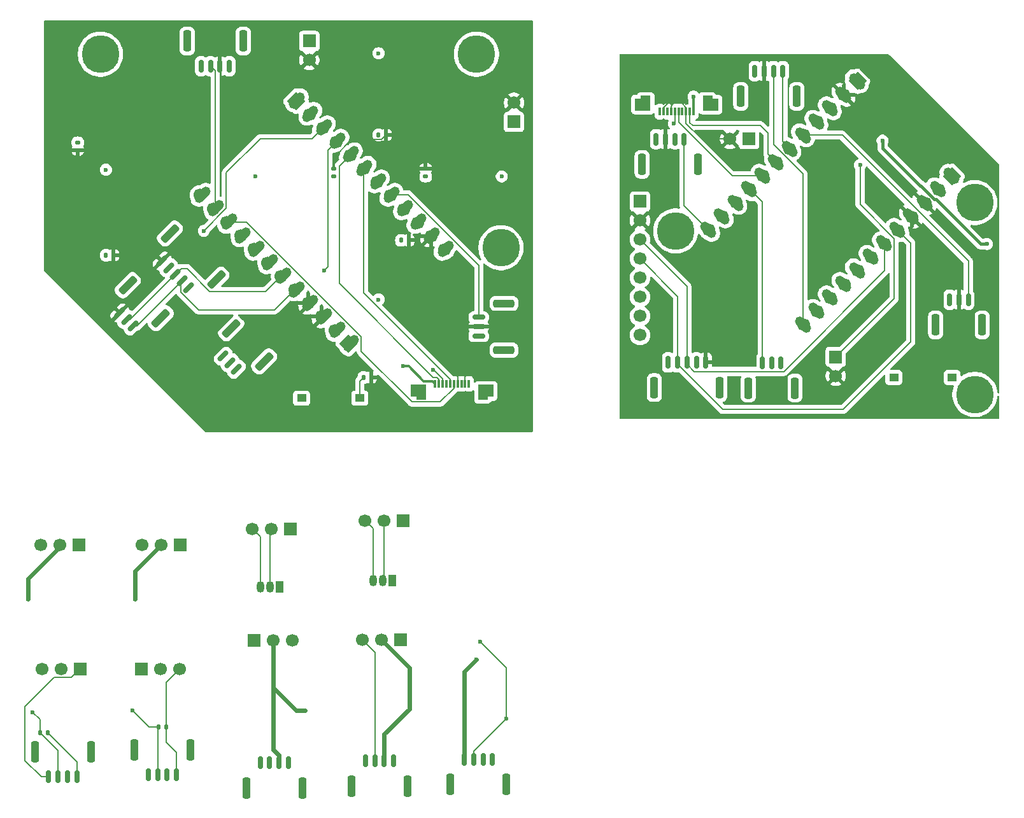
<source format=gbr>
%TF.GenerationSoftware,KiCad,Pcbnew,9.0.4*%
%TF.CreationDate,2026-01-28T15:51:57-05:00*%
%TF.ProjectId,contProto,636f6e74-5072-46f7-946f-2e6b69636164,rev?*%
%TF.SameCoordinates,Original*%
%TF.FileFunction,Copper,L2,Bot*%
%TF.FilePolarity,Positive*%
%FSLAX46Y46*%
G04 Gerber Fmt 4.6, Leading zero omitted, Abs format (unit mm)*
G04 Created by KiCad (PCBNEW 9.0.4) date 2026-01-28 15:51:57*
%MOMM*%
%LPD*%
G01*
G04 APERTURE LIST*
G04 Aperture macros list*
%AMRoundRect*
0 Rectangle with rounded corners*
0 $1 Rounding radius*
0 $2 $3 $4 $5 $6 $7 $8 $9 X,Y pos of 4 corners*
0 Add a 4 corners polygon primitive as box body*
4,1,4,$2,$3,$4,$5,$6,$7,$8,$9,$2,$3,0*
0 Add four circle primitives for the rounded corners*
1,1,$1+$1,$2,$3*
1,1,$1+$1,$4,$5*
1,1,$1+$1,$6,$7*
1,1,$1+$1,$8,$9*
0 Add four rect primitives between the rounded corners*
20,1,$1+$1,$2,$3,$4,$5,0*
20,1,$1+$1,$4,$5,$6,$7,0*
20,1,$1+$1,$6,$7,$8,$9,0*
20,1,$1+$1,$8,$9,$2,$3,0*%
%AMRotRect*
0 Rectangle, with rotation*
0 The origin of the aperture is its center*
0 $1 length*
0 $2 width*
0 $3 Rotation angle, in degrees counterclockwise*
0 Add horizontal line*
21,1,$1,$2,0,0,$3*%
%AMFreePoly0*
4,1,7,0.250000,0.625000,1.050000,0.625000,1.050000,-0.975000,-1.050000,-0.975000,-1.050000,0.975000,0.250000,0.975000,0.250000,0.625000,0.250000,0.625000,$1*%
%AMFreePoly1*
4,1,7,1.050000,-0.975000,-1.050000,-0.975000,-1.050000,0.625000,-0.250000,0.625000,-0.250000,0.975000,1.050000,0.975000,1.050000,-0.975000,1.050000,-0.975000,$1*%
G04 Aperture macros list end*
%TA.AperFunction,ComponentPad*%
%ADD10C,1.700000*%
%TD*%
%TA.AperFunction,ComponentPad*%
%ADD11R,1.700000X1.700000*%
%TD*%
%TA.AperFunction,ComponentPad*%
%ADD12RotRect,1.700000X1.700000X135.000000*%
%TD*%
%TA.AperFunction,SMDPad,CuDef*%
%ADD13RoundRect,0.635000X0.449020X-0.449006X-0.449006X0.449020X-0.449020X0.449006X0.449006X-0.449020X0*%
%TD*%
%TA.AperFunction,ComponentPad*%
%ADD14C,5.000000*%
%TD*%
%TA.AperFunction,SMDPad,CuDef*%
%ADD15RoundRect,0.250000X-0.250000X-1.150000X0.250000X-1.150000X0.250000X1.150000X-0.250000X1.150000X0*%
%TD*%
%TA.AperFunction,SMDPad,CuDef*%
%ADD16RoundRect,0.150000X-0.150000X-0.700000X0.150000X-0.700000X0.150000X0.700000X-0.150000X0.700000X0*%
%TD*%
%TA.AperFunction,SMDPad,CuDef*%
%ADD17FreePoly0,0.000000*%
%TD*%
%TA.AperFunction,SMDPad,CuDef*%
%ADD18FreePoly1,0.000000*%
%TD*%
%TA.AperFunction,SMDPad,CuDef*%
%ADD19RoundRect,0.075000X-0.075000X-0.475000X0.075000X-0.475000X0.075000X0.475000X-0.075000X0.475000X0*%
%TD*%
%TA.AperFunction,SMDPad,CuDef*%
%ADD20R,1.250000X1.000000*%
%TD*%
%TA.AperFunction,ComponentPad*%
%ADD21R,1.050000X1.500000*%
%TD*%
%TA.AperFunction,ComponentPad*%
%ADD22O,1.050000X1.500000*%
%TD*%
%TA.AperFunction,SMDPad,CuDef*%
%ADD23RoundRect,0.135000X0.185000X-0.135000X0.185000X0.135000X-0.185000X0.135000X-0.185000X-0.135000X0*%
%TD*%
%TA.AperFunction,SMDPad,CuDef*%
%ADD24RoundRect,0.150000X0.700000X-0.150000X0.700000X0.150000X-0.700000X0.150000X-0.700000X-0.150000X0*%
%TD*%
%TA.AperFunction,SMDPad,CuDef*%
%ADD25RoundRect,0.250000X1.150000X-0.250000X1.150000X0.250000X-1.150000X0.250000X-1.150000X-0.250000X0*%
%TD*%
%TA.AperFunction,SMDPad,CuDef*%
%ADD26RoundRect,0.135000X-0.185000X0.135000X-0.185000X-0.135000X0.185000X-0.135000X0.185000X0.135000X0*%
%TD*%
%TA.AperFunction,SMDPad,CuDef*%
%ADD27RoundRect,0.135000X-0.135000X-0.185000X0.135000X-0.185000X0.135000X0.185000X-0.135000X0.185000X0*%
%TD*%
%TA.AperFunction,ComponentPad*%
%ADD28RotRect,1.700000X1.700000X225.000000*%
%TD*%
%TA.AperFunction,ComponentPad*%
%ADD29RotRect,1.700000X1.700000X45.000000*%
%TD*%
%TA.AperFunction,SMDPad,CuDef*%
%ADD30RoundRect,0.150000X0.601041X0.388909X0.388909X0.601041X-0.601041X-0.388909X-0.388909X-0.601041X0*%
%TD*%
%TA.AperFunction,SMDPad,CuDef*%
%ADD31RoundRect,0.250000X0.989949X0.636396X0.636396X0.989949X-0.989949X-0.636396X-0.636396X-0.989949X0*%
%TD*%
%TA.AperFunction,SMDPad,CuDef*%
%ADD32RoundRect,0.150000X0.150000X0.700000X-0.150000X0.700000X-0.150000X-0.700000X0.150000X-0.700000X0*%
%TD*%
%TA.AperFunction,SMDPad,CuDef*%
%ADD33RoundRect,0.250000X0.250000X1.150000X-0.250000X1.150000X-0.250000X-1.150000X0.250000X-1.150000X0*%
%TD*%
%TA.AperFunction,SMDPad,CuDef*%
%ADD34RoundRect,0.635000X-0.449006X-0.449020X0.449020X0.449006X0.449006X0.449020X-0.449020X-0.449006X0*%
%TD*%
%TA.AperFunction,SMDPad,CuDef*%
%ADD35RoundRect,0.075000X0.075000X0.475000X-0.075000X0.475000X-0.075000X-0.475000X0.075000X-0.475000X0*%
%TD*%
%TA.AperFunction,SMDPad,CuDef*%
%ADD36FreePoly1,180.000000*%
%TD*%
%TA.AperFunction,SMDPad,CuDef*%
%ADD37FreePoly0,180.000000*%
%TD*%
%TA.AperFunction,ViaPad*%
%ADD38C,0.600000*%
%TD*%
%TA.AperFunction,Conductor*%
%ADD39C,0.200000*%
%TD*%
%TA.AperFunction,Conductor*%
%ADD40C,0.300000*%
%TD*%
%TA.AperFunction,Conductor*%
%ADD41C,0.400000*%
%TD*%
%TA.AperFunction,Conductor*%
%ADD42C,0.600000*%
%TD*%
G04 APERTURE END LIST*
D10*
%TO.P,cap?,2,Pin_2*%
%TO.N,GND2*%
X116210000Y-38775000D03*
D11*
%TO.P,cap?,1,Pin_1*%
%TO.N,VCC2*%
X118750000Y-38775000D03*
%TD*%
D10*
%TO.P,Vin,2,Pin_2*%
%TO.N,GND2*%
X130275000Y-70290000D03*
D11*
%TO.P,Vin,1,Pin_1*%
%TO.N,/Vin2*%
X130275000Y-67750000D03*
%TD*%
D10*
%TO.P,J31,12,Pin_12*%
%TO.N,/minus*%
X113407898Y-50842102D03*
%TO.P,J31,11,Pin_11*%
%TO.N,/SP3*%
X115203949Y-49046051D03*
%TO.P,J31,10,Pin_10*%
%TO.N,/Pad3*%
X117000000Y-47250000D03*
%TO.P,J31,9,Pin_9*%
%TO.N,/Pad4*%
X118796051Y-45453949D03*
%TO.P,J31,8,Pin_8*%
%TO.N,/X2out*%
X120592102Y-43657898D03*
%TO.P,J31,7,Pin_7*%
%TO.N,/Y2out*%
X122388154Y-41861846D03*
%TO.P,J31,6,Pin_6*%
%TO.N,/L2*%
X124184205Y-40065795D03*
%TO.P,J31,5,Pin_5*%
%TO.N,/A32*%
X125980256Y-38269744D03*
%TO.P,J31,4,Pin_4*%
%TO.N,VCC2*%
X127776307Y-36473693D03*
%TO.P,J31,3,Pin_3*%
%TO.N,/RST2*%
X129572359Y-34677641D03*
%TO.P,J31,2,Pin_2*%
%TO.N,GND2*%
X131368410Y-32881590D03*
D12*
%TO.P,J31,1,Pin_1*%
%TO.N,/Vin2*%
X133164461Y-31085539D03*
%TD*%
D13*
%TO.P,U2,24,RAW*%
%TO.N,/Vin2*%
X133084077Y-31103565D03*
%TO.P,U2,23,GND*%
%TO.N,GND2*%
X131288026Y-32899616D03*
%TO.P,U2,22,RST*%
%TO.N,/RST2*%
X129491974Y-34695667D03*
%TO.P,U2,21,5V*%
%TO.N,VCC2*%
X127695923Y-36491718D03*
%TO.P,U2,20,A3*%
%TO.N,/A32*%
X125899872Y-38287769D03*
%TO.P,U2,19,A2*%
%TO.N,/L2*%
X124103821Y-40083821D03*
%TO.P,U2,18,A1*%
%TO.N,/Y2out*%
X122307769Y-41879872D03*
%TO.P,U2,17,A0*%
%TO.N,/X2out*%
X120511718Y-43675923D03*
%TO.P,U2,16,D15*%
%TO.N,/Pad4*%
X118715667Y-45471974D03*
%TO.P,U2,15,D14*%
%TO.N,/Pad3*%
X116919616Y-47268026D03*
%TO.P,U2,14,D16*%
%TO.N,/SP3*%
X115123565Y-49064077D03*
%TO.P,U2,13,D10/A10*%
%TO.N,/minus*%
X113327513Y-50860128D03*
%TO.P,U2,12,D9/A9*%
%TO.N,/L1*%
X125899872Y-63432487D03*
%TO.P,U2,11,D8/A8*%
%TO.N,/Btn2*%
X127695923Y-61636435D03*
%TO.P,U2,10,D7*%
%TO.N,/D*%
X129491974Y-59840384D03*
%TO.P,U2,9,D6/A7*%
%TO.N,/R*%
X131288026Y-58044333D03*
%TO.P,U2,8,D5*%
%TO.N,/L*%
X133084077Y-56248282D03*
%TO.P,U2,7,D4/A6*%
%TO.N,/U*%
X134880128Y-54452231D03*
%TO.P,U2,6,D3*%
%TO.N,SCL2*%
X136676179Y-52656179D03*
%TO.P,U2,5,D2*%
%TO.N,SDA2*%
X138472231Y-50860128D03*
%TO.P,U2,4,GND*%
%TO.N,GND2*%
X140268282Y-49064077D03*
%TO.P,U2,3,GND*%
X142064333Y-47268026D03*
%TO.P,U2,2,RX*%
%TO.N,/Rx2*%
X143860384Y-45471974D03*
%TO.P,U2,1,TX*%
%TO.N,/tx2*%
X145656435Y-43675923D03*
%TD*%
D10*
%TO.P,J30,12,Pin_12*%
%TO.N,/L1*%
X126000000Y-63500000D03*
%TO.P,J30,11,Pin_11*%
%TO.N,/Btn2*%
X127796051Y-61703949D03*
%TO.P,J30,10,Pin_10*%
%TO.N,/D*%
X129592102Y-59907898D03*
%TO.P,J30,9,Pin_9*%
%TO.N,/R*%
X131388153Y-58111847D03*
%TO.P,J30,8,Pin_8*%
%TO.N,/L*%
X133184204Y-56315796D03*
%TO.P,J30,7,Pin_7*%
%TO.N,/U*%
X134980256Y-54519744D03*
%TO.P,J30,6,Pin_6*%
%TO.N,SCL2*%
X136776307Y-52723693D03*
%TO.P,J30,5,Pin_5*%
%TO.N,SDA2*%
X138572358Y-50927642D03*
%TO.P,J30,4,Pin_4*%
%TO.N,GND2*%
X140368409Y-49131591D03*
%TO.P,J30,3,Pin_3*%
X142164461Y-47335539D03*
%TO.P,J30,2,Pin_2*%
%TO.N,/Rx2*%
X143960512Y-45539488D03*
D12*
%TO.P,J30,1,Pin_1*%
%TO.N,/tx2*%
X145756563Y-43743437D03*
%TD*%
D14*
%TO.P,REF\u002A\u002A,1*%
%TO.N,N/C*%
X148763570Y-72750000D03*
%TD*%
%TO.P,REF\u002A\u002A,1*%
%TO.N,N/C*%
X109000000Y-51000000D03*
%TD*%
D15*
%TO.P,TRACK_B,MP*%
%TO.N,N/C*%
X114850000Y-71850000D03*
X106150000Y-71850000D03*
D16*
%TO.P,TRACK_B,5,5*%
%TO.N,GND2*%
X113000000Y-68500000D03*
%TO.P,TRACK_B,4,4*%
%TO.N,unconnected-(J36-Pad4)*%
X111750000Y-68500000D03*
%TO.P,TRACK_B,3,3*%
%TO.N,SCL2*%
X110500000Y-68500000D03*
%TO.P,TRACK_B,2,2*%
%TO.N,SDA2*%
X109250000Y-68500000D03*
%TO.P,TRACK_B,1,1*%
%TO.N,VCC2*%
X108000000Y-68500000D03*
%TD*%
D14*
%TO.P,REF\u002A\u002A,1*%
%TO.N,N/C*%
X148750000Y-47250000D03*
%TD*%
D15*
%TO.P,Rumble,MP*%
%TO.N,N/C*%
X149750000Y-63500000D03*
X143550000Y-63500000D03*
D16*
%TO.P,Rumble,3,3*%
%TO.N,/A32*%
X147900000Y-60150000D03*
%TO.P,Rumble,2,2*%
%TO.N,GND2*%
X146650000Y-60150000D03*
%TO.P,Rumble,1,1*%
%TO.N,VCC2*%
X145400000Y-60150000D03*
%TD*%
D17*
%TO.P,L_Joy,MP*%
%TO.N,N/C*%
X113621430Y-34025000D03*
D18*
X104621430Y-34025000D03*
D19*
%TO.P,L_Joy,10,Pin_10*%
%TO.N,VCC2*%
X111371430Y-35150000D03*
%TO.P,L_Joy,9,Pin_9*%
%TO.N,/Y2out*%
X110871430Y-35150000D03*
%TO.P,L_Joy,8,Pin_8*%
%TO.N,GND2*%
X110371430Y-35150000D03*
%TO.P,L_Joy,7,Pin_7*%
%TO.N,unconnected-(J17-Pin_7-Pad7)*%
X109871430Y-35150000D03*
%TO.P,L_Joy,6,Pin_6*%
%TO.N,/X2out*%
X109371430Y-35150000D03*
%TO.P,L_Joy,5,Pin_5*%
%TO.N,/Btn2*%
X108871430Y-35150000D03*
%TO.P,L_Joy,4,Pin_4*%
%TO.N,GND2*%
X108371430Y-35150000D03*
%TO.P,L_Joy,3,Pin_3*%
%TO.N,unconnected-(J17-Pin_3-Pad3)*%
X107871430Y-35150000D03*
%TO.P,L_Joy,2,Pin_2*%
%TO.N,GND2*%
X107371430Y-35150000D03*
%TO.P,L_Joy,1,Pin_1*%
%TO.N,unconnected-(J17-Pin_1-Pad1)*%
X106871430Y-35150000D03*
%TD*%
D15*
%TO.P,L_shoulder,MP*%
%TO.N,N/C*%
X125100000Y-33100000D03*
X117650000Y-33100000D03*
D16*
%TO.P,L_shoulder,4,4*%
%TO.N,/L2*%
X123250000Y-29750000D03*
%TO.P,L_shoulder,3,3*%
%TO.N,/L1*%
X122000000Y-29750000D03*
%TO.P,L_shoulder,2,2*%
%TO.N,GND2*%
X120750000Y-29750000D03*
%TO.P,L_shoulder,1,1*%
%TO.N,VCC2*%
X119500000Y-29750000D03*
%TD*%
D10*
%TO.P,MPU,8,Pin_8*%
%TO.N,unconnected-(J19-Pin_8-Pad8)*%
X104250000Y-64870000D03*
%TO.P,MPU,7,Pin_7*%
%TO.N,/AD0*%
X104250000Y-62330000D03*
%TO.P,MPU,6,Pin_6*%
%TO.N,unconnected-(J19-Pin_6-Pad6)*%
X104250000Y-59790000D03*
%TO.P,MPU,5,Pin_5*%
%TO.N,unconnected-(J19-Pin_5-Pad5)*%
X104250000Y-57250000D03*
%TO.P,MPU,4,Pin_4*%
%TO.N,SDA2*%
X104250000Y-54710000D03*
%TO.P,MPU,3,Pin_3*%
%TO.N,SCL2*%
X104250000Y-52170000D03*
%TO.P,MPU,2,Pin_2*%
%TO.N,GND2*%
X104250000Y-49630000D03*
D11*
%TO.P,MPU,1,Pin_1*%
%TO.N,VCC2*%
X104250000Y-47090000D03*
%TD*%
D15*
%TO.P,SPL,MP*%
%TO.N,N/C*%
X111975000Y-42150000D03*
X104525000Y-42150000D03*
D16*
%TO.P,SPL,4,4*%
%TO.N,/minus*%
X110125000Y-38800000D03*
%TO.P,SPL,3,3*%
%TO.N,/SP3*%
X108875000Y-38800000D03*
%TO.P,SPL,2,2*%
%TO.N,GND2*%
X107625000Y-38800000D03*
%TO.P,SPL,1,1*%
%TO.N,VCC2*%
X106375000Y-38800000D03*
%TD*%
D20*
%TO.P,RST,2,2*%
%TO.N,VCC2*%
X138000000Y-70500000D03*
%TO.P,RST,1,1*%
%TO.N,/RST2*%
X145750000Y-70500000D03*
%TD*%
D15*
%TO.P,PAD,MP*%
%TO.N,N/C*%
X124850000Y-71900000D03*
X118650000Y-71900000D03*
D16*
%TO.P,PAD,3,3*%
%TO.N,VCC2*%
X123000000Y-68550000D03*
%TO.P,PAD,2,2*%
%TO.N,/Pad3*%
X121750000Y-68550000D03*
%TO.P,PAD,1,1*%
%TO.N,/Pad4*%
X120500000Y-68550000D03*
%TD*%
D11*
%TO.P,J32,1,Pin_1*%
%TO.N,/PP42*%
X29665000Y-92750000D03*
D10*
%TO.P,J32,2,Pin_2*%
%TO.N,/PPVCC22*%
X27125000Y-92750000D03*
%TO.P,J32,3,Pin_3*%
%TO.N,/PPGND22*%
X24585000Y-92750000D03*
%TD*%
D11*
%TO.P,J24,1,Pin_1*%
%TO.N,GND_RSP*%
X72390000Y-105350000D03*
D10*
%TO.P,J24,2,Pin_2*%
%TO.N,VCC_RSP*%
X69850000Y-105350000D03*
%TO.P,J24,3,Pin_3*%
%TO.N,/R2P*%
X67310000Y-105350000D03*
%TD*%
D21*
%TO.P,U3,1,VCC*%
%TO.N,VCC_LSP2*%
X71290000Y-97500000D03*
D22*
%TO.P,U3,2,GND*%
%TO.N,GND_LSP2*%
X70020000Y-97500000D03*
%TO.P,U3,3,OUT*%
%TO.N,/L2P2*%
X68750000Y-97500000D03*
%TD*%
D14*
%TO.P,REF\u002A\u002A,1*%
%TO.N,N/C*%
X32500000Y-27500000D03*
%TD*%
D11*
%TO.P,J27,1,Pin_1*%
%TO.N,GND_LSP*%
X52975000Y-105475000D03*
D10*
%TO.P,J27,2,Pin_2*%
%TO.N,VCC_LSP*%
X55515000Y-105475000D03*
%TO.P,J27,3,Pin_3*%
%TO.N,/L2P*%
X58055000Y-105475000D03*
%TD*%
D11*
%TO.P,J26,1,Pin_1*%
%TO.N,VCC_LSP2*%
X72775000Y-89525000D03*
D10*
%TO.P,J26,2,Pin_2*%
%TO.N,GND_LSP2*%
X70235000Y-89525000D03*
%TO.P,J26,3,Pin_3*%
%TO.N,/L2P2*%
X67695000Y-89525000D03*
%TD*%
D14*
%TO.P,REF\u002A\u002A,1*%
%TO.N,N/C*%
X82500000Y-27500000D03*
%TD*%
D21*
%TO.P,U4,1,VCC*%
%TO.N,VCC_RSP2*%
X56290000Y-98375000D03*
D22*
%TO.P,U4,2,GND*%
%TO.N,GND_RSP2*%
X55020000Y-98375000D03*
%TO.P,U4,3,OUT*%
%TO.N,/R2P2*%
X53750000Y-98375000D03*
%TD*%
D11*
%TO.P,J33,1,Pin_1*%
%TO.N,/PP22*%
X43125000Y-92750000D03*
D10*
%TO.P,J33,2,Pin_2*%
%TO.N,/PPVCC12*%
X40585000Y-92750000D03*
%TO.P,J33,3,Pin_3*%
%TO.N,/PPGND12*%
X38045000Y-92750000D03*
%TD*%
D11*
%TO.P,J23,1,Pin_1*%
%TO.N,/PP4*%
X29790000Y-109250000D03*
D10*
%TO.P,J23,2,Pin_2*%
%TO.N,/PPVCC2*%
X27250000Y-109250000D03*
%TO.P,J23,3,Pin_3*%
%TO.N,/PPGND2*%
X24710000Y-109250000D03*
%TD*%
D11*
%TO.P,J12,1,Pin_1*%
%TO.N,/PP2*%
X37960000Y-109250000D03*
D10*
%TO.P,J12,2,Pin_2*%
%TO.N,/PPVCC1*%
X40500000Y-109250000D03*
%TO.P,J12,3,Pin_3*%
%TO.N,/PPGND*%
X43040000Y-109250000D03*
%TD*%
D14*
%TO.P,REF\u002A\u002A,1*%
%TO.N,N/C*%
X85750000Y-53250000D03*
%TD*%
D11*
%TO.P,J25,1,Pin_1*%
%TO.N,VCC_RSP2*%
X57775000Y-90650000D03*
D10*
%TO.P,J25,2,Pin_2*%
%TO.N,GND_RSP2*%
X55235000Y-90650000D03*
%TO.P,J25,3,Pin_3*%
%TO.N,/R2P2*%
X52695000Y-90650000D03*
%TD*%
D16*
%TO.P,J15,1,1*%
%TO.N,/L1P*%
X53750000Y-121750000D03*
%TO.P,J15,2,2*%
%TO.N,/L2P*%
X55000000Y-121750000D03*
%TO.P,J15,3,3*%
%TO.N,VCC_LSP*%
X56250000Y-121750000D03*
%TO.P,J15,4,4*%
%TO.N,GND_LSP*%
X57500000Y-121750000D03*
D15*
%TO.P,J15,MP*%
%TO.N,N/C*%
X51900000Y-125100000D03*
X59350000Y-125100000D03*
%TD*%
D23*
%TO.P,R8,1*%
%TO.N,/X*%
X63500000Y-43760000D03*
%TO.P,R8,2*%
%TO.N,GND*%
X63500000Y-42740000D03*
%TD*%
D24*
%TO.P,RUMBLE,1,1*%
%TO.N,VCC*%
X82800000Y-65000000D03*
%TO.P,RUMBLE,2,2*%
%TO.N,GND*%
X82800000Y-63750000D03*
%TO.P,RUMBLE,3,3*%
%TO.N,/A3*%
X82800000Y-62500000D03*
D25*
%TO.P,RUMBLE,MP*%
%TO.N,N/C*%
X86150000Y-66850000D03*
X86150000Y-60650000D03*
%TD*%
D26*
%TO.P,R20,1*%
%TO.N,/plus*%
X29500000Y-39240000D03*
%TO.P,R20,2*%
%TO.N,GND*%
X29500000Y-40260000D03*
%TD*%
D27*
%TO.P,R14,1*%
%TO.N,/A*%
X72490000Y-52250000D03*
%TO.P,R14,2*%
%TO.N,GND*%
X73510000Y-52250000D03*
%TD*%
%TO.P,R4,1*%
%TO.N,/PP3*%
X24490000Y-117750000D03*
%TO.P,R4,2*%
%TO.N,/PPGND2*%
X25510000Y-117750000D03*
%TD*%
D11*
%TO.P,JVin,1,Pin_1*%
%TO.N,/Vin*%
X87500000Y-36500000D03*
D10*
%TO.P,JVin,2,Pin_2*%
%TO.N,GND*%
X87500000Y-33960000D03*
%TD*%
D27*
%TO.P,R19,1*%
%TO.N,/RST1*%
X67490000Y-70500000D03*
%TO.P,R19,2*%
%TO.N,GND*%
X68510000Y-70500000D03*
%TD*%
D11*
%TO.P,CAP?,1,Pin_1*%
%TO.N,VCC*%
X60275000Y-25750000D03*
D10*
%TO.P,CAP?,2,Pin_2*%
%TO.N,GND*%
X60275000Y-28290000D03*
%TD*%
D28*
%TO.P,J29,1,Pin_1*%
%TO.N,/plus*%
X58500000Y-33750000D03*
D10*
%TO.P,J29,2,Pin_2*%
%TO.N,/SP2*%
X60296051Y-35546051D03*
%TO.P,J29,3,Pin_3*%
%TO.N,/Pad1*%
X62092102Y-37342102D03*
%TO.P,J29,4,Pin_4*%
%TO.N,/Pad2*%
X63888154Y-39138154D03*
%TO.P,J29,5,Pin_5*%
%TO.N,/Yout*%
X65684206Y-40934204D03*
%TO.P,J29,6,Pin_6*%
%TO.N,/Xout*%
X67480256Y-42730256D03*
%TO.P,J29,7,Pin_7*%
%TO.N,/R2*%
X69276307Y-44526307D03*
%TO.P,J29,8,Pin_8*%
%TO.N,/A3*%
X71072360Y-46322359D03*
%TO.P,J29,9,Pin_9*%
%TO.N,VCC*%
X72868409Y-48118409D03*
%TO.P,J29,10,Pin_10*%
%TO.N,/RST1*%
X74664460Y-49914462D03*
%TO.P,J29,11,Pin_11*%
%TO.N,GND*%
X76460513Y-51710512D03*
%TO.P,J29,12,Pin_12*%
%TO.N,/Vin*%
X78256563Y-53506563D03*
%TD*%
D29*
%TO.P,J28,1,Pin_1*%
%TO.N,/tx1*%
X65500000Y-66000000D03*
D10*
%TO.P,J28,2,Pin_2*%
%TO.N,/Rx1*%
X63703949Y-64203949D03*
%TO.P,J28,3,Pin_3*%
%TO.N,GND*%
X61907898Y-62407898D03*
%TO.P,J28,4,Pin_4*%
X60111846Y-60611846D03*
%TO.P,J28,5,Pin_5*%
%TO.N,SDA*%
X58315795Y-58815795D03*
%TO.P,J28,6,Pin_6*%
%TO.N,SCL*%
X56519744Y-57019744D03*
%TO.P,J28,7,Pin_7*%
%TO.N,/A*%
X54723693Y-55223693D03*
%TO.P,J28,8,Pin_8*%
%TO.N,/B*%
X52927641Y-53427641D03*
%TO.P,J28,9,Pin_9*%
%TO.N,/Y*%
X51131590Y-51631590D03*
%TO.P,J28,10,Pin_10*%
%TO.N,/Btn*%
X49335539Y-49835539D03*
%TO.P,J28,11,Pin_11*%
%TO.N,/R1*%
X47539488Y-48039488D03*
%TO.P,J28,12,Pin_12*%
%TO.N,/X*%
X45743437Y-46243437D03*
%TD*%
D30*
%TO.P,I2C,1,1*%
%TO.N,SDA*%
X36848439Y-63669329D03*
%TO.P,I2C,2,2*%
%TO.N,SCL*%
X35964556Y-62785445D03*
%TO.P,I2C,3,3*%
%TO.N,GND*%
X35080672Y-61901562D03*
D31*
%TO.P,I2C,MP*%
%TO.N,N/C*%
X40525395Y-62608669D03*
X36141332Y-58224606D03*
%TD*%
D32*
%TO.P,R_SHOULDER,1,1*%
%TO.N,VCC*%
X49650000Y-29100000D03*
%TO.P,R_SHOULDER,2,2*%
%TO.N,GND*%
X48400000Y-29100000D03*
%TO.P,R_SHOULDER,3,3*%
%TO.N,/R1*%
X47150000Y-29100000D03*
%TO.P,R_SHOULDER,4,4*%
%TO.N,/R2*%
X45900000Y-29100000D03*
D33*
%TO.P,R_SHOULDER,MP*%
%TO.N,N/C*%
X51500000Y-25750000D03*
X44050000Y-25750000D03*
%TD*%
D34*
%TO.P,U1,1,TX*%
%TO.N,/tx1*%
X65815795Y-65960512D03*
%TO.P,U1,2,RX*%
%TO.N,/Rx1*%
X64019744Y-64164461D03*
%TO.P,U1,3,GND*%
%TO.N,GND*%
X62223692Y-62368410D03*
%TO.P,U1,4,GND*%
X60427641Y-60572359D03*
%TO.P,U1,5,D2*%
%TO.N,SDA*%
X58631590Y-58776308D03*
%TO.P,U1,6,D3*%
%TO.N,SCL*%
X56835539Y-56980256D03*
%TO.P,U1,7,D4/A6*%
%TO.N,/A*%
X55039487Y-55184205D03*
%TO.P,U1,8,D5*%
%TO.N,/B*%
X53243436Y-53388154D03*
%TO.P,U1,9,D6/A7*%
%TO.N,/Y*%
X51447385Y-51592103D03*
%TO.P,U1,10,D7*%
%TO.N,/Btn*%
X49651334Y-49796051D03*
%TO.P,U1,11,D8/A8*%
%TO.N,/R1*%
X47855283Y-48000000D03*
%TO.P,U1,12,D9/A9*%
%TO.N,/X*%
X46059231Y-46203949D03*
%TO.P,U1,13,D10/A10*%
%TO.N,/plus*%
X58631590Y-33631590D03*
%TO.P,U1,14,D16*%
%TO.N,/SP2*%
X60427641Y-35427642D03*
%TO.P,U1,15,D14*%
%TO.N,/Pad1*%
X62223692Y-37223693D03*
%TO.P,U1,16,D15*%
%TO.N,/Pad2*%
X64019744Y-39019744D03*
%TO.P,U1,17,A0*%
%TO.N,/Yout*%
X65815795Y-40815795D03*
%TO.P,U1,18,A1*%
%TO.N,/Xout*%
X67611846Y-42611846D03*
%TO.P,U1,19,A2*%
%TO.N,/R2*%
X69407897Y-44407898D03*
%TO.P,U1,20,A3*%
%TO.N,/A3*%
X71203949Y-46203949D03*
%TO.P,U1,21,5V*%
%TO.N,VCC*%
X73000000Y-48000000D03*
%TO.P,U1,22,RST*%
%TO.N,/RST1*%
X74796051Y-49796051D03*
%TO.P,U1,23,GND*%
%TO.N,GND*%
X76592102Y-51592103D03*
%TO.P,U1,24,RAW*%
%TO.N,/Vin*%
X78388153Y-53388154D03*
%TD*%
D23*
%TO.P,R18,1*%
%TO.N,/B*%
X75750000Y-43760000D03*
%TO.P,R18,2*%
%TO.N,GND*%
X75750000Y-42740000D03*
%TD*%
D30*
%TO.P,PAD,1,1*%
%TO.N,/Pad2*%
X50598439Y-69419329D03*
%TO.P,PAD,2,2*%
%TO.N,/Pad1*%
X49714556Y-68535445D03*
%TO.P,PAD,3,3*%
%TO.N,VCC*%
X48830672Y-67651562D03*
D31*
%TO.P,PAD,MP*%
%TO.N,N/C*%
X54275395Y-68358669D03*
X49891332Y-63974606D03*
%TD*%
D20*
%TO.P,RST,1,1*%
%TO.N,/RST1*%
X67000000Y-73250000D03*
%TO.P,RST,2,2*%
%TO.N,VCC*%
X59250000Y-73250000D03*
%TD*%
D30*
%TO.P,TRACK_B,1,1*%
%TO.N,VCC*%
X44232322Y-58553211D03*
%TO.P,TRACK_B,2,2*%
%TO.N,SDA*%
X43348438Y-57669328D03*
%TO.P,TRACK_B,3,3*%
%TO.N,SCL*%
X42464555Y-56785444D03*
%TO.P,TRACK_B,4,4*%
%TO.N,unconnected-(J37-Pad4)*%
X41580671Y-55901561D03*
%TO.P,TRACK_B,5,5*%
%TO.N,GND*%
X40696788Y-55017677D03*
D31*
%TO.P,TRACK_B,MP*%
%TO.N,N/C*%
X47909277Y-57492551D03*
X41757448Y-51340722D03*
%TD*%
D32*
%TO.P,J1,1,1*%
%TO.N,/PPGND*%
X42625000Y-123375000D03*
%TO.P,J1,2,2*%
%TO.N,/PPVCC1*%
X41375000Y-123375000D03*
%TO.P,J1,3,3*%
%TO.N,/PP1*%
X40125000Y-123375000D03*
%TO.P,J1,4,4*%
%TO.N,/PP2*%
X38875000Y-123375000D03*
D33*
%TO.P,J1,MP*%
%TO.N,N/C*%
X44475000Y-120025000D03*
X37025000Y-120025000D03*
%TD*%
D32*
%TO.P,J22,1,1*%
%TO.N,/PPGND2*%
X29375000Y-123625000D03*
%TO.P,J22,2,2*%
%TO.N,/PPVCC2*%
X28125000Y-123625000D03*
%TO.P,J22,3,3*%
%TO.N,/PP3*%
X26875000Y-123625000D03*
%TO.P,J22,4,4*%
%TO.N,/PP4*%
X25625000Y-123625000D03*
D33*
%TO.P,J22,MP*%
%TO.N,N/C*%
X31225000Y-120275000D03*
X23775000Y-120275000D03*
%TD*%
D16*
%TO.P,J8,1,1*%
%TO.N,SL_VCC*%
X80880000Y-121270000D03*
%TO.P,J8,2,2*%
%TO.N,SL_GND*%
X82130000Y-121270000D03*
%TO.P,J8,3,3*%
%TO.N,/Btn_SP3*%
X83380000Y-121270000D03*
%TO.P,J8,4,4*%
%TO.N,/Btn_-*%
X84630000Y-121270000D03*
D15*
%TO.P,J8,MP*%
%TO.N,N/C*%
X79030000Y-124620000D03*
X86480000Y-124620000D03*
%TD*%
D27*
%TO.P,R2,1*%
%TO.N,/SP2*%
X33240000Y-54250000D03*
%TO.P,R2,2*%
%TO.N,GND*%
X34260000Y-54250000D03*
%TD*%
D35*
%TO.P,R_JOY,1,Pin_1*%
%TO.N,unconnected-(J3-Pin_1-Pad1)*%
X81500000Y-71350000D03*
%TO.P,R_JOY,2,Pin_2*%
%TO.N,GND*%
X81000000Y-71350000D03*
%TO.P,R_JOY,3,Pin_3*%
%TO.N,unconnected-(J3-Pin_3-Pad3)*%
X80500000Y-71350000D03*
%TO.P,R_JOY,4,Pin_4*%
%TO.N,GND*%
X80000000Y-71350000D03*
%TO.P,R_JOY,5,Pin_5*%
%TO.N,/Btn*%
X79500000Y-71350000D03*
%TO.P,R_JOY,6,Pin_6*%
%TO.N,/Xout*%
X79000000Y-71350000D03*
%TO.P,R_JOY,7,Pin_7*%
%TO.N,unconnected-(J3-Pin_7-Pad7)*%
X78500000Y-71350000D03*
%TO.P,R_JOY,8,Pin_8*%
%TO.N,GND*%
X78000000Y-71350000D03*
%TO.P,R_JOY,9,Pin_9*%
%TO.N,/Yout*%
X77500000Y-71350000D03*
%TO.P,R_JOY,10,Pin_10*%
%TO.N,VCC*%
X77000000Y-71350000D03*
D36*
%TO.P,R_JOY,MP*%
%TO.N,N/C*%
X83750000Y-72475000D03*
D37*
X74750000Y-72475000D03*
%TD*%
D16*
%TO.P,J16,1,1*%
%TO.N,/R1P*%
X67750000Y-121500000D03*
%TO.P,J16,2,2*%
%TO.N,/R2P*%
X69000000Y-121500000D03*
%TO.P,J16,3,3*%
%TO.N,VCC_RSP*%
X70250000Y-121500000D03*
%TO.P,J16,4,4*%
%TO.N,GND_RSP*%
X71500000Y-121500000D03*
D15*
%TO.P,J16,MP*%
%TO.N,N/C*%
X65900000Y-124850000D03*
X73350000Y-124850000D03*
%TD*%
D27*
%TO.P,R5,1*%
%TO.N,/Y*%
X69480000Y-38250000D03*
%TO.P,R5,2*%
%TO.N,GND*%
X70500000Y-38250000D03*
%TD*%
%TO.P,R17,1*%
%TO.N,/PP1*%
X40230000Y-117000000D03*
%TO.P,R17,2*%
%TO.N,/PPGND*%
X41250000Y-117000000D03*
%TD*%
D38*
%TO.N,GND2*%
X119263570Y-64250000D03*
X130750000Y-49490000D03*
X132490000Y-46750000D03*
X126763570Y-68000000D03*
X142500000Y-55510000D03*
X148013570Y-68500000D03*
X139260000Y-58750000D03*
%TO.N,GND*%
X80500000Y-69250000D03*
X76750000Y-69500000D03*
%TO.N,VCC*%
X72750000Y-69000000D03*
X82800000Y-65000000D03*
X85867500Y-43752500D03*
X48830672Y-67651562D03*
X49650000Y-29100000D03*
X59250000Y-73250000D03*
X69490000Y-27375000D03*
X44232322Y-58553211D03*
X69490000Y-60130000D03*
X33250000Y-42862500D03*
X53112500Y-43752500D03*
%TO.N,/X*%
X63480000Y-43750000D03*
%TO.N,/Y*%
X69480000Y-38250000D03*
%TO.N,/A*%
X72490000Y-52250000D03*
%TO.N,/B*%
X75750000Y-43760000D03*
%TO.N,/Btn2*%
X108750000Y-36750000D03*
%TO.N,VCC2*%
X138000000Y-70500000D03*
X108000000Y-68500000D03*
X106375000Y-38800000D03*
X111371430Y-33142140D03*
X150375000Y-52750000D03*
X119500000Y-29750000D03*
X123000000Y-68550000D03*
X145400000Y-60150000D03*
X136500000Y-39000000D03*
%TO.N,/R2*%
X45900000Y-29100000D03*
%TO.N,/Btn_SP3*%
X83380000Y-121270000D03*
%TO.N,/Btn_-*%
X84630000Y-121270000D03*
%TO.N,/Pad3*%
X121750000Y-68550000D03*
%TO.N,/Pad4*%
X120500000Y-68550000D03*
%TO.N,/Pad1*%
X46250000Y-51000000D03*
X49714556Y-68535445D03*
%TO.N,/Pad2*%
X62250000Y-56250000D03*
X50598439Y-69419329D03*
%TO.N,/Vin2*%
X133500000Y-42250000D03*
%TO.N,/L2P*%
X55000000Y-121750000D03*
%TO.N,GND_LSP*%
X57500000Y-121750000D03*
%TO.N,/L1P*%
X53750000Y-121750000D03*
%TO.N,VCC_LSP*%
X59750000Y-114750000D03*
%TO.N,VCC_RSP*%
X73600000Y-114600000D03*
%TO.N,/R1P*%
X67750000Y-121500000D03*
%TO.N,GND_RSP*%
X71500000Y-121500000D03*
%TO.N,/SP3*%
X108875000Y-38800000D03*
%TO.N,/SP2*%
X33245000Y-54245000D03*
%TO.N,/plus*%
X29512500Y-39245000D03*
%TO.N,/PPVCC2*%
X28125000Y-123625000D03*
%TO.N,/RST2*%
X145750000Y-70500000D03*
%TO.N,/PP3*%
X23500000Y-115000000D03*
%TO.N,/RST1*%
X67490000Y-70500000D03*
%TO.N,/PP2*%
X38875000Y-123375000D03*
%TO.N,/PPVCC1*%
X41375000Y-123375000D03*
%TO.N,/PP1*%
X36750000Y-114750000D03*
%TO.N,/PPVCC22*%
X22875000Y-100000000D03*
%TO.N,/PPVCC12*%
X37125000Y-100000000D03*
%TO.N,/PPGND2*%
X25510000Y-117750000D03*
%TO.N,SL_VCC*%
X82480000Y-107995000D03*
%TO.N,SL_GND*%
X82990000Y-105620000D03*
X86500000Y-115870000D03*
%TD*%
D39*
%TO.N,GND2*%
X107937606Y-34000000D02*
X108562570Y-34000000D01*
X109805254Y-34000000D02*
X110371430Y-34566176D01*
X107371430Y-35150000D02*
X107371430Y-34566176D01*
X110371430Y-34566176D02*
X110371430Y-35150000D01*
X108562570Y-34000000D02*
X108763570Y-34000000D01*
X108371430Y-34392140D02*
X108763570Y-34000000D01*
X110371430Y-36688530D02*
X112457900Y-38775000D01*
X108763570Y-34000000D02*
X109805254Y-34000000D01*
X107371430Y-34566176D02*
X107937606Y-34000000D01*
X110371430Y-35150000D02*
X110371430Y-36688530D01*
X112457900Y-38775000D02*
X116210000Y-38775000D01*
X108371430Y-35150000D02*
X108371430Y-34392140D01*
%TO.N,SCL2*%
X110500000Y-68741968D02*
X111459032Y-69701000D01*
X110500000Y-68500000D02*
X110500000Y-58420000D01*
X111459032Y-69701000D02*
X123340968Y-69701000D01*
X136776307Y-56265661D02*
X136776307Y-52723693D01*
X110500000Y-68500000D02*
X110500000Y-68741968D01*
X123340968Y-69701000D02*
X136776307Y-56265661D01*
X110500000Y-58420000D02*
X104250000Y-52170000D01*
%TO.N,SDA2*%
X131250000Y-74750000D02*
X115258032Y-74750000D01*
X138572358Y-50927642D02*
X140250000Y-52605284D01*
X109250000Y-68500000D02*
X109250000Y-59710000D01*
X109250000Y-59710000D02*
X104250000Y-54710000D01*
X140250000Y-52605284D02*
X140250000Y-65750000D01*
X109250000Y-68741968D02*
X109250000Y-68500000D01*
X140250000Y-65750000D02*
X131250000Y-74750000D01*
X115258032Y-74750000D02*
X109250000Y-68741968D01*
%TO.N,GND*%
X63500000Y-41250000D02*
X65879000Y-38871000D01*
X81000000Y-71350000D02*
X81000000Y-69750000D01*
X80000000Y-69750000D02*
X80500000Y-69250000D01*
X76750000Y-69500000D02*
X76800924Y-69500000D01*
X63500000Y-42740000D02*
X63500000Y-41250000D01*
X81000000Y-69750000D02*
X80500000Y-69250000D01*
X69879000Y-38871000D02*
X70500000Y-38250000D01*
X80000000Y-71350000D02*
X80000000Y-69750000D01*
X76800924Y-69500000D02*
X78000000Y-70699076D01*
X65879000Y-38871000D02*
X69879000Y-38871000D01*
X78000000Y-70699076D02*
X78000000Y-71350000D01*
%TO.N,/L1*%
X122000000Y-39509350D02*
X125899872Y-43409222D01*
X125899872Y-43409222D02*
X125899872Y-63432487D01*
X122000000Y-29750000D02*
X122000000Y-39509350D01*
D40*
%TO.N,VCC*%
X75500000Y-71000000D02*
X76650000Y-71000000D01*
X76650000Y-71000000D02*
X77000000Y-71350000D01*
X73500000Y-69000000D02*
X75500000Y-71000000D01*
X72750000Y-69000000D02*
X73500000Y-69000000D01*
D39*
%TO.N,/L2*%
X123250000Y-29750000D02*
X123250000Y-39131590D01*
X123250000Y-39131590D02*
X124184205Y-40065795D01*
%TO.N,/Xout*%
X79000000Y-70766176D02*
X67480256Y-59246432D01*
X67480256Y-59246432D02*
X67480256Y-42730256D01*
X79000000Y-71350000D02*
X79000000Y-70766176D01*
%TO.N,/Yout*%
X77232824Y-70499000D02*
X76767176Y-70499000D01*
X77500000Y-71250000D02*
X77451000Y-71201000D01*
X64250000Y-42368410D02*
X65684206Y-40934204D01*
X76758088Y-70508088D02*
X64250000Y-58000000D01*
X77451000Y-71201000D02*
X77451000Y-70717176D01*
X76767176Y-70499000D02*
X76758088Y-70508088D01*
X64250000Y-58000000D02*
X64250000Y-42368410D01*
X77451000Y-70717176D02*
X77232824Y-70499000D01*
X77500000Y-71350000D02*
X77500000Y-71250000D01*
%TO.N,/Btn*%
X51912551Y-49835539D02*
X49335539Y-49835539D01*
X77677824Y-73756000D02*
X73923250Y-73756000D01*
X67200807Y-67033557D02*
X67200807Y-65123795D01*
X79500000Y-71933824D02*
X77677824Y-73756000D01*
X67200807Y-65123795D02*
X51912551Y-49835539D01*
X79500000Y-71350000D02*
X79500000Y-71933824D01*
X73923250Y-73756000D02*
X67200807Y-67033557D01*
%TO.N,/PP4*%
X26349000Y-110401000D02*
X28639000Y-110401000D01*
X28639000Y-110401000D02*
X29790000Y-109250000D01*
X22500000Y-121500000D02*
X22500000Y-114250000D01*
X22500000Y-114250000D02*
X26349000Y-110401000D01*
X24625000Y-123625000D02*
X22500000Y-121500000D01*
X25625000Y-123625000D02*
X24625000Y-123625000D01*
%TO.N,/Btn2*%
X108871430Y-35150000D02*
X108871430Y-36628570D01*
X108871430Y-36628570D02*
X108750000Y-36750000D01*
%TO.N,/Y2out*%
X110871430Y-36621430D02*
X111250000Y-37000000D01*
X122307769Y-41807769D02*
X122307769Y-41879872D01*
X121250000Y-38000000D02*
X121250000Y-40750000D01*
X120250000Y-37000000D02*
X121250000Y-38000000D01*
X111250000Y-37000000D02*
X120250000Y-37000000D01*
X110871430Y-35150000D02*
X110871430Y-36621430D01*
X121250000Y-40750000D02*
X122307769Y-41807769D01*
%TO.N,/X2out*%
X109371430Y-35150000D02*
X109371430Y-36554462D01*
X109371430Y-36554462D02*
X116492891Y-43675923D01*
X116492891Y-43675923D02*
X120511718Y-43675923D01*
D41*
%TO.N,VCC2*%
X149543264Y-52750000D02*
X143583752Y-46790488D01*
X141513570Y-45000000D02*
X136500000Y-39986430D01*
X150375000Y-52750000D02*
X149543264Y-52750000D01*
D40*
X111371430Y-35150000D02*
X111371430Y-33142140D01*
D41*
X141598104Y-45000000D02*
X141513570Y-45000000D01*
X143583752Y-46790488D02*
X143388592Y-46790488D01*
X143388592Y-46790488D02*
X141598104Y-45000000D01*
X136500000Y-39986430D02*
X136500000Y-39000000D01*
D39*
%TO.N,/R1*%
X47150000Y-29100000D02*
X47751000Y-29701000D01*
X47751000Y-29701000D02*
X47751000Y-47827976D01*
X47751000Y-47827976D02*
X47539488Y-48039488D01*
%TO.N,/A3*%
X82800000Y-62500000D02*
X82800000Y-55578270D01*
X73425679Y-46203949D02*
X71203949Y-46203949D01*
X82800000Y-55578270D02*
X73425679Y-46203949D01*
%TO.N,/A32*%
X131134322Y-38269744D02*
X125980256Y-38269744D01*
X147900000Y-55035422D02*
X131134322Y-38269744D01*
X147900000Y-60150000D02*
X147900000Y-55035422D01*
%TO.N,SCL*%
X36464554Y-62785445D02*
X42464555Y-56785444D01*
X42464555Y-56785444D02*
X43249999Y-56000000D01*
X43249999Y-56000000D02*
X44011148Y-56000000D01*
X44011148Y-56000000D02*
X47049546Y-59038398D01*
X54501090Y-59038398D02*
X56519744Y-57019744D01*
X35964556Y-62785445D02*
X36464554Y-62785445D01*
X47049546Y-59038398D02*
X54501090Y-59038398D01*
%TO.N,SDA*%
X43348438Y-57669328D02*
X43177343Y-57840423D01*
X43177343Y-57840423D02*
X43177343Y-59125992D01*
X37348437Y-63669329D02*
X43348438Y-57669328D01*
X45551351Y-61500000D02*
X55631590Y-61500000D01*
X36848439Y-63669329D02*
X37348437Y-63669329D01*
X43177343Y-59125992D02*
X45551351Y-61500000D01*
X55631590Y-61500000D02*
X58315795Y-58815795D01*
%TO.N,/Pad4*%
X120500000Y-47157898D02*
X118796051Y-45453949D01*
X120500000Y-68550000D02*
X120500000Y-47157898D01*
%TO.N,/Pad1*%
X49240295Y-43259705D02*
X53750000Y-38750000D01*
X60684204Y-38750000D02*
X62092102Y-37342102D01*
X46250000Y-51000000D02*
X49240295Y-48009705D01*
X53750000Y-38750000D02*
X60684204Y-38750000D01*
X49240295Y-48009705D02*
X49240295Y-43259705D01*
%TO.N,/Pad2*%
X62750000Y-55750000D02*
X62750000Y-40276308D01*
X62250000Y-56250000D02*
X62750000Y-55750000D01*
X62750000Y-40276308D02*
X63888154Y-39138154D01*
%TO.N,/Vin2*%
X133500000Y-47483044D02*
X133500000Y-44250000D01*
X138061191Y-59963809D02*
X138061191Y-52044235D01*
X138061191Y-52044235D02*
X133500000Y-47483044D01*
X133500000Y-44250000D02*
X133500000Y-42250000D01*
X130275000Y-67750000D02*
X138061191Y-59963809D01*
D42*
%TO.N,VCC_LSP*%
X55515000Y-115000000D02*
X55515000Y-111750000D01*
X55515000Y-111750000D02*
X55515000Y-105475000D01*
D39*
X55765000Y-114750000D02*
X55515000Y-115000000D01*
D42*
X55515000Y-120015000D02*
X55515000Y-115000000D01*
X58515000Y-114750000D02*
X55515000Y-111750000D01*
X56250000Y-120750000D02*
X55515000Y-120015000D01*
X59750000Y-114750000D02*
X58515000Y-114750000D01*
X56250000Y-121750000D02*
X56250000Y-120750000D01*
%TO.N,VCC_RSP*%
X73600000Y-109100000D02*
X73600000Y-114600000D01*
X70250000Y-117950000D02*
X73600000Y-114600000D01*
X70250000Y-121500000D02*
X70250000Y-117950000D01*
X69850000Y-105350000D02*
X73600000Y-109100000D01*
D39*
%TO.N,/R2P*%
X69000000Y-107040000D02*
X67310000Y-105350000D01*
X69000000Y-121500000D02*
X69000000Y-107040000D01*
%TO.N,/minus*%
X110125000Y-38800000D02*
X110125000Y-47657615D01*
X110125000Y-47657615D02*
X113327513Y-50860128D01*
%TO.N,/PP3*%
X24490000Y-117750000D02*
X24490000Y-115990000D01*
X26875000Y-123625000D02*
X26875000Y-120135000D01*
X26875000Y-120135000D02*
X24490000Y-117750000D01*
X24490000Y-115990000D02*
X23500000Y-115000000D01*
%TO.N,/RST1*%
X67000000Y-70990000D02*
X67490000Y-70500000D01*
X67000000Y-73250000D02*
X67000000Y-70990000D01*
%TO.N,/PP1*%
X40125000Y-123375000D02*
X40125000Y-117105000D01*
X39000000Y-117000000D02*
X40230000Y-117000000D01*
X36750000Y-114750000D02*
X39000000Y-117000000D01*
X40125000Y-117105000D02*
X40230000Y-117000000D01*
X40230000Y-117000000D02*
X40250000Y-117020000D01*
%TO.N,/R2P2*%
X53750000Y-98375000D02*
X53750000Y-91705000D01*
X53750000Y-91705000D02*
X52695000Y-90650000D01*
%TO.N,GND_RSP2*%
X55020000Y-90865000D02*
X55235000Y-90650000D01*
X55020000Y-98375000D02*
X55020000Y-90865000D01*
%TO.N,GND_LSP2*%
X70020000Y-97270000D02*
X70235000Y-97055000D01*
X70020000Y-97500000D02*
X70020000Y-97270000D01*
X70235000Y-97055000D02*
X70235000Y-89525000D01*
%TO.N,/L2P2*%
X68750000Y-90580000D02*
X67695000Y-89525000D01*
X68750000Y-97500000D02*
X68750000Y-90580000D01*
D42*
%TO.N,/PPVCC22*%
X27125000Y-93000000D02*
X22875000Y-97250000D01*
X22875000Y-97250000D02*
X22875000Y-100000000D01*
X27125000Y-92750000D02*
X27125000Y-93000000D01*
%TO.N,/PPVCC12*%
X37125000Y-96210000D02*
X37125000Y-100000000D01*
X40585000Y-92750000D02*
X37125000Y-96210000D01*
D39*
%TO.N,/PPGND*%
X42625000Y-120375000D02*
X41250000Y-119000000D01*
X41250000Y-119000000D02*
X41250000Y-111040000D01*
X41250000Y-111040000D02*
X43040000Y-109250000D01*
X42625000Y-123375000D02*
X42625000Y-120375000D01*
%TO.N,/PPGND2*%
X29375000Y-121615000D02*
X25510000Y-117750000D01*
X29375000Y-123625000D02*
X29375000Y-121615000D01*
D42*
%TO.N,SL_VCC*%
X82480000Y-107995000D02*
X80880000Y-109595000D01*
X80880000Y-109595000D02*
X80880000Y-121270000D01*
D39*
%TO.N,SL_GND*%
X82130000Y-120240000D02*
X86500000Y-115870000D01*
X86500000Y-109130000D02*
X86500000Y-115870000D01*
X82130000Y-121270000D02*
X82130000Y-120240000D01*
X82990000Y-105620000D02*
X86500000Y-109130000D01*
%TD*%
%TA.AperFunction,Conductor*%
%TO.N,GND*%
G36*
X61930192Y-60733153D02*
G01*
X61938775Y-60733089D01*
X61961492Y-60747446D01*
X61985943Y-60758612D01*
X61992423Y-60764646D01*
X62077336Y-60849559D01*
X62108632Y-60902304D01*
X62132686Y-60984224D01*
X62146692Y-61000387D01*
X62157898Y-61051898D01*
X62157898Y-61974886D01*
X62100891Y-61941973D01*
X61973724Y-61907898D01*
X61842072Y-61907898D01*
X61714905Y-61941973D01*
X61657898Y-61974886D01*
X61657898Y-61060311D01*
X61649740Y-61047815D01*
X61649675Y-61038786D01*
X61645863Y-61030604D01*
X61649428Y-61004398D01*
X61649239Y-60977947D01*
X61654315Y-60968485D01*
X61655283Y-60961372D01*
X61668174Y-60942653D01*
X61674139Y-60931537D01*
X61810417Y-60771836D01*
X61832917Y-60757134D01*
X61853228Y-60739534D01*
X61861722Y-60738312D01*
X61868907Y-60733618D01*
X61895783Y-60733414D01*
X61922386Y-60729589D01*
X61930192Y-60733153D01*
G37*
%TD.AperFunction*%
%TA.AperFunction,Conductor*%
G36*
X60134504Y-58937464D02*
G01*
X60143088Y-58937400D01*
X60165803Y-58951757D01*
X60190253Y-58962922D01*
X60196733Y-58968956D01*
X60281286Y-59053509D01*
X60312582Y-59106254D01*
X60336636Y-59188174D01*
X60350640Y-59204335D01*
X60361846Y-59255846D01*
X60361846Y-60178834D01*
X60304839Y-60145921D01*
X60177672Y-60111846D01*
X60046020Y-60111846D01*
X59918853Y-60145921D01*
X59861846Y-60178834D01*
X59861846Y-59263995D01*
X59854071Y-59252085D01*
X59854006Y-59243058D01*
X59850195Y-59234876D01*
X59853761Y-59208666D01*
X59853573Y-59182217D01*
X59858647Y-59172758D01*
X59859616Y-59165644D01*
X59872511Y-59146921D01*
X59878473Y-59135810D01*
X59881645Y-59132092D01*
X59944832Y-59068906D01*
X59977226Y-59032407D01*
X60009281Y-58982526D01*
X60014729Y-58976144D01*
X60037226Y-58961444D01*
X60057538Y-58943844D01*
X60066035Y-58942622D01*
X60073221Y-58937927D01*
X60100094Y-58937724D01*
X60126696Y-58933899D01*
X60134504Y-58937464D01*
G37*
%TD.AperFunction*%
%TA.AperFunction,Conductor*%
G36*
X64343419Y-40486442D02*
G01*
X64374250Y-40549142D01*
X64370000Y-40608605D01*
X64366959Y-40617965D01*
X64345791Y-40751612D01*
X64345486Y-40752253D01*
X64338436Y-40778300D01*
X64272321Y-40943446D01*
X64231283Y-41156380D01*
X64231283Y-41373236D01*
X64245435Y-41446669D01*
X64238793Y-41516223D01*
X64211357Y-41557816D01*
X63881286Y-41887888D01*
X63881283Y-41887891D01*
X63835940Y-41933231D01*
X63808100Y-41948431D01*
X63774617Y-41966714D01*
X63751964Y-41968252D01*
X63750000Y-41970068D01*
X63750000Y-42000209D01*
X63733387Y-42062209D01*
X63690423Y-42136625D01*
X63649499Y-42289353D01*
X63649499Y-42289355D01*
X63649499Y-42457456D01*
X63649500Y-42457469D01*
X63649500Y-42616000D01*
X63629815Y-42683039D01*
X63577011Y-42728794D01*
X63525500Y-42740000D01*
X63474500Y-42740000D01*
X63407461Y-42720315D01*
X63361706Y-42667511D01*
X63350500Y-42616000D01*
X63350500Y-40728256D01*
X63370185Y-40661217D01*
X63422989Y-40615462D01*
X63474500Y-40604256D01*
X63679159Y-40604256D01*
X63721745Y-40596048D01*
X63892094Y-40563217D01*
X63892105Y-40563212D01*
X63892107Y-40563212D01*
X64093408Y-40482623D01*
X64098665Y-40479913D01*
X64099197Y-40480946D01*
X64114784Y-40475002D01*
X64124126Y-40469067D01*
X64130266Y-40469098D01*
X64139048Y-40465749D01*
X64204397Y-40455400D01*
X64213744Y-40452363D01*
X64283585Y-40450364D01*
X64343419Y-40486442D01*
G37*
%TD.AperFunction*%
%TA.AperFunction,Conductor*%
G36*
X89942539Y-23020185D02*
G01*
X89988294Y-23072989D01*
X89999500Y-23124500D01*
X89999500Y-77625500D01*
X89979815Y-77692539D01*
X89927011Y-77738294D01*
X89875500Y-77749500D01*
X46508676Y-77749500D01*
X46441637Y-77729815D01*
X46420995Y-77713181D01*
X41409949Y-72702135D01*
X58124500Y-72702135D01*
X58124500Y-73797870D01*
X58124501Y-73797876D01*
X58130908Y-73857483D01*
X58181202Y-73992328D01*
X58181206Y-73992335D01*
X58267452Y-74107544D01*
X58267455Y-74107547D01*
X58382664Y-74193793D01*
X58382671Y-74193797D01*
X58517517Y-74244091D01*
X58517516Y-74244091D01*
X58524444Y-74244835D01*
X58577127Y-74250500D01*
X59922872Y-74250499D01*
X59982483Y-74244091D01*
X60117331Y-74193796D01*
X60232546Y-74107546D01*
X60318796Y-73992331D01*
X60369091Y-73857483D01*
X60375500Y-73797873D01*
X60375499Y-72702135D01*
X65874500Y-72702135D01*
X65874500Y-73797870D01*
X65874501Y-73797876D01*
X65880908Y-73857483D01*
X65931202Y-73992328D01*
X65931206Y-73992335D01*
X66017452Y-74107544D01*
X66017455Y-74107547D01*
X66132664Y-74193793D01*
X66132671Y-74193797D01*
X66267517Y-74244091D01*
X66267516Y-74244091D01*
X66274444Y-74244835D01*
X66327127Y-74250500D01*
X67672872Y-74250499D01*
X67732483Y-74244091D01*
X67867331Y-74193796D01*
X67982546Y-74107546D01*
X68068796Y-73992331D01*
X68119091Y-73857483D01*
X68125500Y-73797873D01*
X68125499Y-72702128D01*
X68119091Y-72642517D01*
X68107851Y-72612382D01*
X68068797Y-72507671D01*
X68068793Y-72507664D01*
X67982547Y-72392455D01*
X67982544Y-72392452D01*
X67867335Y-72306206D01*
X67867328Y-72306202D01*
X67732483Y-72255908D01*
X67711243Y-72253625D01*
X67646692Y-72226886D01*
X67606845Y-72169493D01*
X67600500Y-72130336D01*
X67600500Y-71442103D01*
X67620185Y-71375064D01*
X67672989Y-71329309D01*
X67714776Y-71318485D01*
X67725204Y-71317665D01*
X67879393Y-71272869D01*
X67937369Y-71238581D01*
X68005093Y-71221398D01*
X68063612Y-71238581D01*
X68120805Y-71272404D01*
X68260000Y-71312844D01*
X68260000Y-71312843D01*
X68760000Y-71312843D01*
X68899194Y-71272404D01*
X69037285Y-71190738D01*
X69037294Y-71190731D01*
X69150731Y-71077294D01*
X69150738Y-71077285D01*
X69232406Y-70939191D01*
X69232407Y-70939188D01*
X69277166Y-70785128D01*
X69277167Y-70785122D01*
X69279931Y-70750000D01*
X68760000Y-70750000D01*
X68760000Y-71312843D01*
X68260000Y-71312843D01*
X68260000Y-70760408D01*
X68260045Y-70757071D01*
X68260131Y-70753866D01*
X68260500Y-70749181D01*
X68260499Y-70740184D01*
X68260544Y-70738533D01*
X68260953Y-70737265D01*
X68262881Y-70717685D01*
X68289321Y-70584770D01*
X68290500Y-70578843D01*
X68290500Y-70421155D01*
X68262882Y-70282314D01*
X68260544Y-70261463D01*
X68260499Y-70259793D01*
X68260499Y-70250820D01*
X68260131Y-70246143D01*
X68260045Y-70242948D01*
X68260120Y-70242664D01*
X68260000Y-70239607D01*
X68260000Y-69687154D01*
X68259998Y-69687153D01*
X68120811Y-69727591D01*
X68120810Y-69727592D01*
X68063611Y-69761419D01*
X67995886Y-69778600D01*
X67937371Y-69761419D01*
X67911485Y-69746110D01*
X67879393Y-69727131D01*
X67879392Y-69727130D01*
X67879391Y-69727130D01*
X67879388Y-69727129D01*
X67725208Y-69682335D01*
X67725202Y-69682334D01*
X67689181Y-69679500D01*
X67290830Y-69679500D01*
X67290808Y-69679501D01*
X67254794Y-69682335D01*
X67100611Y-69727129D01*
X67100606Y-69727131D01*
X66962404Y-69808863D01*
X66962396Y-69808869D01*
X66848869Y-69922396D01*
X66848863Y-69922404D01*
X66767131Y-70060606D01*
X66767129Y-70060611D01*
X66722335Y-70214791D01*
X66722334Y-70214797D01*
X66719500Y-70250811D01*
X66719500Y-70258126D01*
X66717117Y-70282314D01*
X66717117Y-70282318D01*
X66689362Y-70421847D01*
X66656977Y-70483758D01*
X66655426Y-70485336D01*
X66624237Y-70516524D01*
X66624212Y-70516552D01*
X66519478Y-70621285D01*
X66490852Y-70670869D01*
X66479955Y-70689744D01*
X66440423Y-70758215D01*
X66399499Y-70910943D01*
X66399499Y-70910945D01*
X66399499Y-71079046D01*
X66399500Y-71079059D01*
X66399500Y-72130336D01*
X66379815Y-72197375D01*
X66327011Y-72243130D01*
X66288754Y-72253626D01*
X66267516Y-72255909D01*
X66132671Y-72306202D01*
X66132664Y-72306206D01*
X66017455Y-72392452D01*
X66017452Y-72392455D01*
X65931206Y-72507664D01*
X65931202Y-72507671D01*
X65880908Y-72642517D01*
X65874501Y-72702116D01*
X65874501Y-72702123D01*
X65874500Y-72702135D01*
X60375499Y-72702135D01*
X60375499Y-72702128D01*
X60369091Y-72642517D01*
X60357851Y-72612382D01*
X60318797Y-72507671D01*
X60318793Y-72507664D01*
X60232547Y-72392455D01*
X60232544Y-72392452D01*
X60117335Y-72306206D01*
X60117328Y-72306202D01*
X59982482Y-72255908D01*
X59982483Y-72255908D01*
X59922883Y-72249501D01*
X59922881Y-72249500D01*
X59922873Y-72249500D01*
X59922864Y-72249500D01*
X58577129Y-72249500D01*
X58577123Y-72249501D01*
X58517516Y-72255908D01*
X58382671Y-72306202D01*
X58382664Y-72306206D01*
X58267455Y-72392452D01*
X58267452Y-72392455D01*
X58181206Y-72507664D01*
X58181202Y-72507671D01*
X58130908Y-72642517D01*
X58124501Y-72702116D01*
X58124501Y-72702123D01*
X58124500Y-72702135D01*
X41409949Y-72702135D01*
X36666105Y-67958291D01*
X47579131Y-67958291D01*
X47579131Y-68122650D01*
X47620003Y-68281834D01*
X47620006Y-68281842D01*
X47699181Y-68425861D01*
X47699180Y-68425861D01*
X47723202Y-68453988D01*
X48028245Y-68759031D01*
X48056372Y-68783053D01*
X48200391Y-68862227D01*
X48200395Y-68862229D01*
X48200399Y-68862230D01*
X48367142Y-68905043D01*
X48366571Y-68907265D01*
X48420023Y-68930572D01*
X48458805Y-68988691D01*
X48461044Y-68998982D01*
X48461075Y-68998975D01*
X48503887Y-69165717D01*
X48503890Y-69165725D01*
X48583065Y-69309744D01*
X48583064Y-69309744D01*
X48607086Y-69337871D01*
X48912129Y-69642914D01*
X48940256Y-69666936D01*
X49084275Y-69746110D01*
X49084279Y-69746112D01*
X49210809Y-69778600D01*
X49251026Y-69788926D01*
X49250455Y-69791148D01*
X49303909Y-69814458D01*
X49342689Y-69872577D01*
X49344928Y-69882866D01*
X49344958Y-69882859D01*
X49387770Y-70049601D01*
X49387773Y-70049609D01*
X49466948Y-70193628D01*
X49466947Y-70193628D01*
X49490969Y-70221755D01*
X49796012Y-70526798D01*
X49824139Y-70550820D01*
X49968158Y-70629994D01*
X49968162Y-70629996D01*
X50127353Y-70670870D01*
X50127356Y-70670870D01*
X50291704Y-70670870D01*
X50291707Y-70670870D01*
X50450898Y-70629996D01*
X50594924Y-70550818D01*
X50614485Y-70534110D01*
X50623048Y-70526798D01*
X51705908Y-69443938D01*
X51713220Y-69435375D01*
X51729928Y-69415814D01*
X51809106Y-69271788D01*
X51849980Y-69112597D01*
X51849980Y-68948243D01*
X51839480Y-68907347D01*
X52534945Y-68907347D01*
X52534945Y-69082782D01*
X52534946Y-69082793D01*
X52575405Y-69253497D01*
X52654142Y-69410279D01*
X52681564Y-69443941D01*
X52719400Y-69490387D01*
X53143677Y-69914662D01*
X53143681Y-69914665D01*
X53143683Y-69914667D01*
X53153171Y-69922396D01*
X53223784Y-69979921D01*
X53380566Y-70058658D01*
X53551278Y-70099119D01*
X53551281Y-70099119D01*
X53726717Y-70099119D01*
X53726720Y-70099119D01*
X53819117Y-70077219D01*
X53897429Y-70058659D01*
X53897430Y-70058658D01*
X53897432Y-70058658D01*
X54054213Y-69979921D01*
X54134321Y-69914664D01*
X55831388Y-68217595D01*
X55896647Y-68137487D01*
X55975384Y-67980706D01*
X56015845Y-67809994D01*
X56015845Y-67634552D01*
X55975384Y-67463840D01*
X55896647Y-67307058D01*
X55831390Y-67226951D01*
X55407113Y-66802676D01*
X55407098Y-66802664D01*
X55354504Y-66759818D01*
X55327006Y-66737417D01*
X55327004Y-66737416D01*
X55327003Y-66737415D01*
X55170223Y-66658679D01*
X54999519Y-66618220D01*
X54999514Y-66618219D01*
X54999512Y-66618219D01*
X54824070Y-66618219D01*
X54824068Y-66618219D01*
X54824062Y-66618220D01*
X54653360Y-66658678D01*
X54561052Y-66705037D01*
X54496577Y-66737417D01*
X54496575Y-66737418D01*
X54496570Y-66737421D01*
X54416480Y-66802664D01*
X54416462Y-66802680D01*
X52719409Y-68499735D01*
X52719398Y-68499747D01*
X52654145Y-68579848D01*
X52654144Y-68579849D01*
X52575404Y-68736634D01*
X52534946Y-68907336D01*
X52534945Y-68907347D01*
X51839480Y-68907347D01*
X51809106Y-68789052D01*
X51796713Y-68766510D01*
X51729929Y-68645029D01*
X51729930Y-68645029D01*
X51705908Y-68616902D01*
X51400865Y-68311859D01*
X51372738Y-68287837D01*
X51228719Y-68208663D01*
X51228711Y-68208660D01*
X51061969Y-68165848D01*
X51062538Y-68163629D01*
X51009065Y-68140299D01*
X50970298Y-68082171D01*
X50968066Y-68071907D01*
X50968037Y-68071915D01*
X50925224Y-67905172D01*
X50925223Y-67905168D01*
X50846046Y-67761145D01*
X50846047Y-67761145D01*
X50822025Y-67733018D01*
X50516982Y-67427975D01*
X50488855Y-67403953D01*
X50344836Y-67324779D01*
X50344828Y-67324776D01*
X50178086Y-67281964D01*
X50178655Y-67279745D01*
X50125184Y-67256417D01*
X50086415Y-67198291D01*
X50084182Y-67188024D01*
X50084153Y-67188032D01*
X50041340Y-67021289D01*
X50041339Y-67021285D01*
X49962162Y-66877262D01*
X49962163Y-66877262D01*
X49938141Y-66849135D01*
X49633098Y-66544092D01*
X49604971Y-66520070D01*
X49460952Y-66440896D01*
X49460944Y-66440893D01*
X49301760Y-66400021D01*
X49301758Y-66400021D01*
X49137404Y-66400021D01*
X49137401Y-66400021D01*
X48978210Y-66440895D01*
X48834189Y-66520071D01*
X48834186Y-66520073D01*
X48806062Y-66544092D01*
X47723202Y-67626952D01*
X47699183Y-67655076D01*
X47699181Y-67655079D01*
X47620005Y-67799100D01*
X47579131Y-67958291D01*
X36666105Y-67958291D01*
X31738834Y-63031020D01*
X34304765Y-63031020D01*
X34306667Y-63032644D01*
X34450576Y-63111759D01*
X34450586Y-63111762D01*
X34617205Y-63154543D01*
X34616625Y-63156799D01*
X34669965Y-63180062D01*
X34708742Y-63238183D01*
X34711177Y-63249372D01*
X34753887Y-63415717D01*
X34753890Y-63415725D01*
X34833065Y-63559744D01*
X34833064Y-63559744D01*
X34857086Y-63587871D01*
X35162129Y-63892914D01*
X35190256Y-63916936D01*
X35334275Y-63996110D01*
X35334279Y-63996112D01*
X35457849Y-64027840D01*
X35501026Y-64038926D01*
X35500455Y-64041148D01*
X35553909Y-64064458D01*
X35592689Y-64122577D01*
X35594928Y-64132866D01*
X35594958Y-64132859D01*
X35637770Y-64299601D01*
X35637773Y-64299609D01*
X35716948Y-64443628D01*
X35716947Y-64443628D01*
X35740969Y-64471755D01*
X36046012Y-64776798D01*
X36074138Y-64800819D01*
X36074139Y-64800819D01*
X36198951Y-64869435D01*
X36218162Y-64879996D01*
X36377353Y-64920870D01*
X36377356Y-64920870D01*
X36541704Y-64920870D01*
X36541707Y-64920870D01*
X36700898Y-64879996D01*
X36844924Y-64800818D01*
X36864485Y-64784110D01*
X36873048Y-64776798D01*
X37343697Y-64306149D01*
X37405020Y-64272664D01*
X37419462Y-64271111D01*
X37419434Y-64270891D01*
X37427491Y-64269830D01*
X37427494Y-64269830D01*
X37580222Y-64228906D01*
X37631154Y-64199500D01*
X37717153Y-64149849D01*
X37828957Y-64038045D01*
X37828957Y-64038043D01*
X37839161Y-64027840D01*
X37839165Y-64027835D01*
X38579806Y-63287193D01*
X38641127Y-63253710D01*
X38710819Y-63258694D01*
X38766752Y-63300566D01*
X38788142Y-63346278D01*
X38825405Y-63503497D01*
X38872183Y-63596640D01*
X38904143Y-63660280D01*
X38969400Y-63740387D01*
X39393677Y-64164662D01*
X39393681Y-64164665D01*
X39393683Y-64164667D01*
X39405795Y-64174534D01*
X39473784Y-64229921D01*
X39630566Y-64308658D01*
X39801278Y-64349119D01*
X39801281Y-64349119D01*
X39976717Y-64349119D01*
X39976720Y-64349119D01*
X40069117Y-64327219D01*
X40147429Y-64308659D01*
X40147430Y-64308658D01*
X40147432Y-64308658D01*
X40304213Y-64229921D01*
X40384321Y-64164664D01*
X42081388Y-62467595D01*
X42146647Y-62387487D01*
X42225384Y-62230706D01*
X42227943Y-62219912D01*
X42256244Y-62100501D01*
X42265845Y-62059994D01*
X42265845Y-61884552D01*
X42225384Y-61713840D01*
X42146647Y-61557058D01*
X42081390Y-61476951D01*
X41657113Y-61052676D01*
X41577006Y-60987417D01*
X41577004Y-60987416D01*
X41577003Y-60987415D01*
X41420223Y-60908679D01*
X41263005Y-60871416D01*
X41202313Y-60836801D01*
X41169969Y-60774868D01*
X41176244Y-60705281D01*
X41203920Y-60663080D01*
X42463770Y-59403230D01*
X42525091Y-59369747D01*
X42594783Y-59374731D01*
X42650716Y-59416603D01*
X42658836Y-59428913D01*
X42696820Y-59494704D01*
X42696824Y-59494709D01*
X42815692Y-59613577D01*
X42815698Y-59613582D01*
X45066490Y-61864374D01*
X45066500Y-61864385D01*
X45070830Y-61868715D01*
X45070831Y-61868716D01*
X45182635Y-61980520D01*
X45229885Y-62007799D01*
X45269446Y-62030639D01*
X45269448Y-62030641D01*
X45319564Y-62059576D01*
X45319566Y-62059577D01*
X45472293Y-62100500D01*
X45472294Y-62100500D01*
X50092792Y-62100500D01*
X50159831Y-62120185D01*
X50205586Y-62172989D01*
X50215530Y-62242147D01*
X50186505Y-62305703D01*
X50148446Y-62335308D01*
X50112514Y-62353354D01*
X50112512Y-62353355D01*
X50112507Y-62353358D01*
X50032417Y-62418601D01*
X50032399Y-62418617D01*
X48335346Y-64115672D01*
X48335335Y-64115684D01*
X48270082Y-64195785D01*
X48270081Y-64195786D01*
X48191341Y-64352571D01*
X48150883Y-64523273D01*
X48150882Y-64523284D01*
X48150882Y-64698719D01*
X48150883Y-64698730D01*
X48191342Y-64869434D01*
X48270079Y-65026216D01*
X48285169Y-65044740D01*
X48335337Y-65106324D01*
X48759614Y-65530599D01*
X48759618Y-65530602D01*
X48759620Y-65530604D01*
X48771732Y-65540471D01*
X48839721Y-65595858D01*
X48996503Y-65674595D01*
X49167215Y-65715056D01*
X49167218Y-65715056D01*
X49342654Y-65715056D01*
X49342657Y-65715056D01*
X49435054Y-65693156D01*
X49513366Y-65674596D01*
X49513367Y-65674595D01*
X49513369Y-65674595D01*
X49670150Y-65595858D01*
X49750258Y-65530601D01*
X51447325Y-63833532D01*
X51512584Y-63753424D01*
X51591321Y-63596643D01*
X51593400Y-63587874D01*
X51631780Y-63425938D01*
X51631782Y-63425931D01*
X51631782Y-63250489D01*
X51591321Y-63079777D01*
X51512584Y-62922995D01*
X51447327Y-62842888D01*
X51023050Y-62418613D01*
X51023035Y-62418601D01*
X50990904Y-62392425D01*
X50942943Y-62353354D01*
X50942941Y-62353353D01*
X50942940Y-62353352D01*
X50920285Y-62341975D01*
X50907014Y-62335310D01*
X50855940Y-62287634D01*
X50838750Y-62219912D01*
X50860902Y-62153647D01*
X50915362Y-62109877D01*
X50962665Y-62100500D01*
X55544921Y-62100500D01*
X55544937Y-62100501D01*
X55552533Y-62100501D01*
X55710644Y-62100501D01*
X55710647Y-62100501D01*
X55863375Y-62059577D01*
X55913494Y-62030639D01*
X56000306Y-61980520D01*
X56112110Y-61868716D01*
X56112110Y-61868714D01*
X56122318Y-61858507D01*
X56122320Y-61858504D01*
X57660436Y-60320387D01*
X57721757Y-60286904D01*
X57791449Y-60291888D01*
X57794202Y-60292953D01*
X57861215Y-60319781D01*
X58017906Y-60349980D01*
X58074149Y-60360820D01*
X58074150Y-60360820D01*
X58291005Y-60360820D01*
X58347186Y-60349992D01*
X58503940Y-60319781D01*
X58608011Y-60278116D01*
X58677563Y-60271475D01*
X58739666Y-60303490D01*
X58749873Y-60321169D01*
X58784614Y-60361846D01*
X59678834Y-60361846D01*
X59645921Y-60418853D01*
X59611846Y-60546020D01*
X59611846Y-60677672D01*
X59645921Y-60804839D01*
X59678834Y-60861846D01*
X58784615Y-60861846D01*
X58795088Y-60927972D01*
X58795088Y-60927975D01*
X58837559Y-61058684D01*
X58843628Y-61097002D01*
X58843628Y-61129751D01*
X58884649Y-61342591D01*
X58965211Y-61543825D01*
X59018969Y-61627475D01*
X59719669Y-60926775D01*
X59804839Y-61011945D01*
X59918853Y-61077771D01*
X60046020Y-61111846D01*
X60177672Y-61111846D01*
X60265144Y-61088407D01*
X59372523Y-61981029D01*
X59372523Y-61981030D01*
X59456171Y-62034787D01*
X59657408Y-62115350D01*
X59870248Y-62156372D01*
X60087008Y-62156372D01*
X60299847Y-62115350D01*
X60299852Y-62115348D01*
X60404154Y-62073592D01*
X60473707Y-62066950D01*
X60535810Y-62098965D01*
X60547237Y-62118758D01*
X60580666Y-62157898D01*
X61474886Y-62157898D01*
X61441973Y-62214905D01*
X61407898Y-62342072D01*
X61407898Y-62473724D01*
X61441973Y-62600891D01*
X61474886Y-62657898D01*
X60580667Y-62657898D01*
X60591140Y-62724024D01*
X60591140Y-62724027D01*
X60633610Y-62854733D01*
X60639679Y-62893051D01*
X60639679Y-62925802D01*
X60680700Y-63138642D01*
X60761262Y-63339876D01*
X60815020Y-63423526D01*
X61515720Y-62722826D01*
X61600891Y-62807997D01*
X61714905Y-62873823D01*
X61842072Y-62907898D01*
X61973724Y-62907898D01*
X62061194Y-62884459D01*
X61168574Y-63777080D01*
X61168574Y-63777081D01*
X61252222Y-63830838D01*
X61453459Y-63911401D01*
X61666299Y-63952423D01*
X61883059Y-63952423D01*
X62095898Y-63911401D01*
X62199665Y-63869859D01*
X62269218Y-63863218D01*
X62331321Y-63895234D01*
X62366256Y-63955743D01*
X62368224Y-64004374D01*
X62353449Y-64097661D01*
X62353449Y-64310235D01*
X62374226Y-64441420D01*
X62386703Y-64520192D01*
X62429163Y-64650869D01*
X62435232Y-64689187D01*
X62435232Y-64721901D01*
X62476270Y-64934834D01*
X62476271Y-64934836D01*
X62544927Y-65106331D01*
X62556870Y-65136161D01*
X62674103Y-65318579D01*
X62674111Y-65318590D01*
X62690131Y-65336639D01*
X62706502Y-65355085D01*
X62706507Y-65355090D01*
X62706514Y-65355098D01*
X62829107Y-65477691D01*
X62829114Y-65477697D01*
X62829120Y-65477703D01*
X62851254Y-65497348D01*
X62865614Y-65510093D01*
X62865625Y-65510101D01*
X62999065Y-65595858D01*
X63048048Y-65627337D01*
X63249369Y-65707934D01*
X63346360Y-65726627D01*
X63462303Y-65748973D01*
X63685065Y-65748973D01*
X63685065Y-65751771D01*
X63741977Y-65762685D01*
X63792590Y-65810852D01*
X63809127Y-65878737D01*
X63808000Y-65890600D01*
X63792272Y-65999999D01*
X63812752Y-66142455D01*
X63812753Y-66142459D01*
X63872539Y-66273370D01*
X63872540Y-66273371D01*
X63872541Y-66273373D01*
X63910160Y-66320056D01*
X64233820Y-66643715D01*
X64267304Y-66705037D01*
X64267897Y-66707927D01*
X64272321Y-66730884D01*
X64272326Y-66730900D01*
X64352916Y-66932203D01*
X64352921Y-66932212D01*
X64470154Y-67114630D01*
X64470162Y-67114641D01*
X64486182Y-67132690D01*
X64502553Y-67151136D01*
X64502558Y-67151141D01*
X64502565Y-67151149D01*
X64625160Y-67273744D01*
X64661665Y-67306144D01*
X64661676Y-67306152D01*
X64813857Y-67403953D01*
X64844099Y-67423388D01*
X65045420Y-67503985D01*
X65068377Y-67508409D01*
X65130480Y-67540424D01*
X65132594Y-67542488D01*
X65179944Y-67589838D01*
X65179948Y-67589841D01*
X65179950Y-67589843D01*
X65226626Y-67627459D01*
X65357540Y-67687246D01*
X65357541Y-67687246D01*
X65357543Y-67687247D01*
X65500000Y-67707728D01*
X65642457Y-67687247D01*
X65773373Y-67627459D01*
X65820056Y-67589840D01*
X66388626Y-67021268D01*
X66449948Y-66987784D01*
X66519639Y-66992768D01*
X66575573Y-67034639D01*
X66595864Y-67076059D01*
X66600306Y-67092205D01*
X66600306Y-67112614D01*
X66641230Y-67265342D01*
X66646087Y-67273754D01*
X66654039Y-67287528D01*
X66654040Y-67287530D01*
X66720282Y-67402266D01*
X66720288Y-67402274D01*
X66839156Y-67521142D01*
X66839162Y-67521147D01*
X68798987Y-69480972D01*
X68832472Y-69542295D01*
X68827488Y-69611987D01*
X68785759Y-69667813D01*
X68760000Y-69687153D01*
X68760000Y-70250000D01*
X69279932Y-70250000D01*
X69288295Y-70240952D01*
X69296056Y-70204009D01*
X69345107Y-70154252D01*
X69413272Y-70138913D01*
X69478909Y-70162861D01*
X69492991Y-70174976D01*
X73438389Y-74120374D01*
X73438399Y-74120385D01*
X73442729Y-74124715D01*
X73442730Y-74124716D01*
X73554534Y-74236520D01*
X73578749Y-74250500D01*
X73641345Y-74286639D01*
X73641347Y-74286641D01*
X73679401Y-74308611D01*
X73691465Y-74315577D01*
X73844193Y-74356500D01*
X74002307Y-74356500D01*
X77591155Y-74356500D01*
X77591171Y-74356501D01*
X77598767Y-74356501D01*
X77756878Y-74356501D01*
X77756881Y-74356501D01*
X77909609Y-74315577D01*
X77959728Y-74286639D01*
X78046540Y-74236520D01*
X78158344Y-74124716D01*
X78158344Y-74124714D01*
X78168552Y-74114507D01*
X78168554Y-74114504D01*
X79868713Y-72414345D01*
X79868716Y-72414344D01*
X79938322Y-72344737D01*
X79999644Y-72311255D01*
X80039474Y-72314104D01*
X80069334Y-72316240D01*
X80069335Y-72316240D01*
X80069336Y-72316241D01*
X80125269Y-72358113D01*
X80133739Y-72380825D01*
X80150000Y-72395086D01*
X80232730Y-72384195D01*
X80266469Y-72386415D01*
X80266705Y-72384626D01*
X80274763Y-72385686D01*
X80274764Y-72385687D01*
X80387280Y-72400500D01*
X80387287Y-72400500D01*
X80612713Y-72400500D01*
X80612720Y-72400500D01*
X80725236Y-72385687D01*
X80865233Y-72327698D01*
X80924515Y-72282208D01*
X80989684Y-72257016D01*
X81058129Y-72271055D01*
X81075484Y-72282208D01*
X81101486Y-72302160D01*
X81142689Y-72358587D01*
X81148878Y-72394102D01*
X81150000Y-72395086D01*
X81232730Y-72384195D01*
X81266469Y-72386415D01*
X81266705Y-72384626D01*
X81274763Y-72385686D01*
X81274764Y-72385687D01*
X81387280Y-72400500D01*
X81387287Y-72400500D01*
X81612713Y-72400500D01*
X81612720Y-72400500D01*
X81725236Y-72385687D01*
X81865233Y-72327698D01*
X81985451Y-72235451D01*
X81985452Y-72235448D01*
X81991898Y-72230503D01*
X81993316Y-72232351D01*
X82044142Y-72204598D01*
X82113834Y-72209582D01*
X82169767Y-72251454D01*
X82194184Y-72316918D01*
X82194500Y-72325764D01*
X82194500Y-73450002D01*
X82199644Y-73521940D01*
X82240182Y-73659994D01*
X82317967Y-73781030D01*
X82317971Y-73781034D01*
X82406196Y-73857482D01*
X82426706Y-73875254D01*
X82467174Y-73893735D01*
X82557580Y-73935023D01*
X82557583Y-73935023D01*
X82557584Y-73935024D01*
X82700000Y-73955500D01*
X82700003Y-73955500D01*
X84000000Y-73955500D01*
X84071940Y-73950355D01*
X84209992Y-73909819D01*
X84331032Y-73832031D01*
X84425254Y-73723294D01*
X84445945Y-73677988D01*
X84491700Y-73625184D01*
X84558739Y-73605500D01*
X84800000Y-73605500D01*
X84871940Y-73600355D01*
X85009992Y-73559819D01*
X85131032Y-73482031D01*
X85225254Y-73373294D01*
X85285024Y-73242416D01*
X85305500Y-73100000D01*
X85305500Y-71500000D01*
X85300355Y-71428060D01*
X85259819Y-71290008D01*
X85196022Y-71190738D01*
X85182032Y-71168969D01*
X85182028Y-71168965D01*
X85073299Y-71074750D01*
X85073297Y-71074748D01*
X85073294Y-71074746D01*
X85073290Y-71074744D01*
X84942419Y-71014976D01*
X84942414Y-71014975D01*
X84800000Y-70994500D01*
X82700000Y-70994500D01*
X82699997Y-70994500D01*
X82628059Y-70999644D01*
X82490005Y-71040182D01*
X82368969Y-71117967D01*
X82368965Y-71117971D01*
X82368212Y-71118841D01*
X82367243Y-71119463D01*
X82362268Y-71123775D01*
X82361647Y-71123059D01*
X82309434Y-71156615D01*
X82239564Y-71156615D01*
X82180786Y-71118840D01*
X82151762Y-71055284D01*
X82150500Y-71037638D01*
X82150500Y-70837286D01*
X82150499Y-70837272D01*
X82143330Y-70782819D01*
X82135687Y-70724764D01*
X82077698Y-70584767D01*
X81985451Y-70464549D01*
X81865233Y-70372302D01*
X81865229Y-70372300D01*
X81801801Y-70346027D01*
X81725236Y-70314313D01*
X81711171Y-70312461D01*
X81612727Y-70299500D01*
X81612720Y-70299500D01*
X81387280Y-70299500D01*
X81387272Y-70299500D01*
X81285265Y-70312930D01*
X81285263Y-70312930D01*
X81274764Y-70314313D01*
X81134767Y-70372302D01*
X81075486Y-70417789D01*
X81010319Y-70442984D01*
X80941874Y-70428946D01*
X80924515Y-70417790D01*
X80898512Y-70397838D01*
X80857310Y-70341410D01*
X80851120Y-70305894D01*
X80849999Y-70304911D01*
X80767270Y-70315804D01*
X80733527Y-70313593D01*
X80733293Y-70315374D01*
X80725236Y-70314313D01*
X80705451Y-70311708D01*
X80612727Y-70299500D01*
X80612720Y-70299500D01*
X80387280Y-70299500D01*
X80387272Y-70299500D01*
X80285265Y-70312930D01*
X80285263Y-70312930D01*
X80274764Y-70314313D01*
X80134767Y-70372302D01*
X80075486Y-70417789D01*
X80010319Y-70442984D01*
X79941874Y-70428946D01*
X79924515Y-70417790D01*
X79898512Y-70397838D01*
X79857310Y-70341410D01*
X79851120Y-70305894D01*
X79849999Y-70304911D01*
X79767270Y-70315804D01*
X79733527Y-70313593D01*
X79733293Y-70315374D01*
X79725236Y-70314313D01*
X79705451Y-70311708D01*
X79612727Y-70299500D01*
X79612720Y-70299500D01*
X79433921Y-70299500D01*
X79366882Y-70279815D01*
X79346240Y-70263181D01*
X75633042Y-66549983D01*
X84249500Y-66549983D01*
X84249500Y-67150001D01*
X84249501Y-67150019D01*
X84260000Y-67252796D01*
X84260001Y-67252799D01*
X84315185Y-67419331D01*
X84315187Y-67419336D01*
X84320516Y-67427975D01*
X84407288Y-67568656D01*
X84531344Y-67692712D01*
X84680666Y-67784814D01*
X84847203Y-67839999D01*
X84949991Y-67850500D01*
X87350008Y-67850499D01*
X87452797Y-67839999D01*
X87619334Y-67784814D01*
X87768656Y-67692712D01*
X87892712Y-67568656D01*
X87984814Y-67419334D01*
X88039999Y-67252797D01*
X88050500Y-67150009D01*
X88050499Y-66549992D01*
X88049896Y-66544092D01*
X88039999Y-66447203D01*
X88039998Y-66447200D01*
X88024364Y-66400021D01*
X87984814Y-66280666D01*
X87892712Y-66131344D01*
X87768656Y-66007288D01*
X87619334Y-65915186D01*
X87452797Y-65860001D01*
X87452795Y-65860000D01*
X87350010Y-65849500D01*
X84949998Y-65849500D01*
X84949981Y-65849501D01*
X84847203Y-65860000D01*
X84847200Y-65860001D01*
X84680668Y-65915185D01*
X84680663Y-65915187D01*
X84531342Y-66007289D01*
X84407289Y-66131342D01*
X84315187Y-66280663D01*
X84315186Y-66280666D01*
X84260001Y-66447203D01*
X84260001Y-66447204D01*
X84260000Y-66447204D01*
X84249500Y-66549983D01*
X75633042Y-66549983D01*
X73867357Y-64784298D01*
X81449500Y-64784298D01*
X81449500Y-65215701D01*
X81452401Y-65252567D01*
X81452402Y-65252573D01*
X81498254Y-65410393D01*
X81498255Y-65410396D01*
X81581917Y-65551862D01*
X81581923Y-65551870D01*
X81698129Y-65668076D01*
X81698133Y-65668079D01*
X81698135Y-65668081D01*
X81839602Y-65751744D01*
X81839695Y-65751771D01*
X81997426Y-65797597D01*
X81997429Y-65797597D01*
X81997431Y-65797598D01*
X82034306Y-65800500D01*
X82034314Y-65800500D01*
X83565686Y-65800500D01*
X83565694Y-65800500D01*
X83602569Y-65797598D01*
X83602571Y-65797597D01*
X83602573Y-65797597D01*
X83644191Y-65785505D01*
X83760398Y-65751744D01*
X83901865Y-65668081D01*
X84018081Y-65551865D01*
X84101744Y-65410398D01*
X84147598Y-65252569D01*
X84150500Y-65215694D01*
X84150500Y-64784306D01*
X84147598Y-64747431D01*
X84130676Y-64689187D01*
X84101745Y-64589606D01*
X84101744Y-64589603D01*
X84101744Y-64589602D01*
X84018081Y-64448135D01*
X84014110Y-64441420D01*
X84015954Y-64440329D01*
X83994449Y-64385541D01*
X84008135Y-64317025D01*
X84013748Y-64308292D01*
X84013712Y-64308271D01*
X84101281Y-64160198D01*
X84147100Y-64002486D01*
X84147295Y-64000001D01*
X84147295Y-64000000D01*
X81452705Y-64000000D01*
X81452704Y-64000001D01*
X81452899Y-64002486D01*
X81498718Y-64160198D01*
X81586288Y-64308271D01*
X81584285Y-64309455D01*
X81605551Y-64363645D01*
X81591860Y-64432160D01*
X81585671Y-64441788D01*
X81498255Y-64589603D01*
X81498254Y-64589606D01*
X81452402Y-64747426D01*
X81452401Y-64747432D01*
X81449500Y-64784298D01*
X73867357Y-64784298D01*
X70005250Y-60922191D01*
X69971765Y-60860868D01*
X69976749Y-60791176D01*
X70005250Y-60746829D01*
X70111786Y-60640292D01*
X70111789Y-60640289D01*
X70199394Y-60509179D01*
X70259737Y-60363497D01*
X70290500Y-60208842D01*
X70290500Y-60051158D01*
X70290500Y-60051155D01*
X70290499Y-60051153D01*
X70259738Y-59896510D01*
X70259737Y-59896503D01*
X70259735Y-59896498D01*
X70199397Y-59750827D01*
X70199390Y-59750814D01*
X70111789Y-59619711D01*
X70111786Y-59619707D01*
X70000292Y-59508213D01*
X70000288Y-59508210D01*
X69869185Y-59420609D01*
X69869172Y-59420602D01*
X69723501Y-59360264D01*
X69723489Y-59360261D01*
X69568845Y-59329500D01*
X69568842Y-59329500D01*
X69411158Y-59329500D01*
X69411155Y-59329500D01*
X69256510Y-59360261D01*
X69256498Y-59360264D01*
X69110827Y-59420602D01*
X69110814Y-59420609D01*
X68979711Y-59508210D01*
X68979707Y-59508213D01*
X68873171Y-59614750D01*
X68811848Y-59648235D01*
X68742156Y-59643251D01*
X68697809Y-59614750D01*
X68117075Y-59034016D01*
X68083590Y-58972693D01*
X68080756Y-58946335D01*
X68080756Y-52171158D01*
X71689500Y-52171158D01*
X71689500Y-52176812D01*
X71689500Y-52328846D01*
X71717117Y-52467687D01*
X71719500Y-52491865D01*
X71719500Y-52499178D01*
X71722335Y-52535205D01*
X71767129Y-52689388D01*
X71767131Y-52689393D01*
X71848863Y-52827595D01*
X71848869Y-52827603D01*
X71962396Y-52941130D01*
X71962400Y-52941133D01*
X71962402Y-52941135D01*
X72100607Y-53022869D01*
X72141268Y-53034682D01*
X72254791Y-53067664D01*
X72254794Y-53067664D01*
X72254796Y-53067665D01*
X72290819Y-53070500D01*
X72689180Y-53070499D01*
X72725204Y-53067665D01*
X72879393Y-53022869D01*
X72937369Y-52988581D01*
X73005093Y-52971398D01*
X73063612Y-52988581D01*
X73120805Y-53022404D01*
X73260000Y-53062844D01*
X73260000Y-53062843D01*
X73760000Y-53062843D01*
X73899194Y-53022404D01*
X73935770Y-53000773D01*
X75536984Y-53000773D01*
X75536984Y-53000774D01*
X75620632Y-53054531D01*
X75821869Y-53135094D01*
X76034709Y-53176116D01*
X76210513Y-53176116D01*
X76210513Y-52327246D01*
X76210512Y-52327245D01*
X75536984Y-53000773D01*
X73935770Y-53000773D01*
X74037285Y-52940738D01*
X74037294Y-52940731D01*
X74110664Y-52867362D01*
X74150731Y-52827294D01*
X74150738Y-52827285D01*
X74232406Y-52689191D01*
X74232407Y-52689188D01*
X74277166Y-52535128D01*
X74277167Y-52535122D01*
X74279931Y-52500000D01*
X73760000Y-52500000D01*
X73760000Y-53062843D01*
X73260000Y-53062843D01*
X73260000Y-52510408D01*
X73260045Y-52507071D01*
X73260131Y-52503866D01*
X73260500Y-52499181D01*
X73260499Y-52490184D01*
X73260544Y-52488533D01*
X73260953Y-52487265D01*
X73262881Y-52467685D01*
X73290500Y-52328842D01*
X73290500Y-52171158D01*
X73290500Y-52171155D01*
X73286191Y-52149495D01*
X75008089Y-52149495D01*
X75049110Y-52362335D01*
X75129672Y-52563569D01*
X75183430Y-52647219D01*
X75870139Y-51960512D01*
X75008089Y-51960512D01*
X75008089Y-52149495D01*
X73286191Y-52149495D01*
X73262882Y-52032314D01*
X73260544Y-52011463D01*
X73260499Y-52009793D01*
X73260499Y-52000820D01*
X73260131Y-51996143D01*
X73260045Y-51992948D01*
X73260120Y-51992664D01*
X73260000Y-51989607D01*
X73260000Y-51437154D01*
X73259998Y-51437153D01*
X73120811Y-51477591D01*
X73120810Y-51477592D01*
X73063611Y-51511419D01*
X72995886Y-51528600D01*
X72937371Y-51511419D01*
X72887281Y-51481796D01*
X72879393Y-51477131D01*
X72879392Y-51477130D01*
X72879391Y-51477130D01*
X72879388Y-51477129D01*
X72725208Y-51432335D01*
X72725202Y-51432334D01*
X72689181Y-51429500D01*
X72290830Y-51429500D01*
X72290808Y-51429501D01*
X72254794Y-51432335D01*
X72100611Y-51477129D01*
X72100606Y-51477131D01*
X71962404Y-51558863D01*
X71962396Y-51558869D01*
X71848869Y-51672396D01*
X71848863Y-51672404D01*
X71767131Y-51810606D01*
X71767129Y-51810611D01*
X71722335Y-51964791D01*
X71722334Y-51964797D01*
X71719500Y-52000811D01*
X71719500Y-52008126D01*
X71717372Y-52029722D01*
X71717295Y-52031408D01*
X71717220Y-52031799D01*
X71689500Y-52171158D01*
X68080756Y-52171158D01*
X68080756Y-45869432D01*
X68100441Y-45802393D01*
X68153245Y-45756638D01*
X68222403Y-45746694D01*
X68271794Y-45765116D01*
X68436201Y-45870774D01*
X68637522Y-45951371D01*
X68743989Y-45971890D01*
X68850456Y-45992410D01*
X68850457Y-45992410D01*
X69067312Y-45992410D01*
X69109898Y-45984202D01*
X69280247Y-45951371D01*
X69481567Y-45870774D01*
X69481575Y-45870768D01*
X69486815Y-45868068D01*
X69487151Y-45868720D01*
X69489913Y-45866093D01*
X69515079Y-45857866D01*
X69523280Y-45854589D01*
X69525237Y-45854214D01*
X69592550Y-45843553D01*
X69609274Y-45838118D01*
X69616897Y-45836659D01*
X69644259Y-45839303D01*
X69671742Y-45838518D01*
X69678540Y-45842617D01*
X69686442Y-45843381D01*
X69708031Y-45860399D01*
X69731576Y-45874597D01*
X69735079Y-45881721D01*
X69741313Y-45886636D01*
X69750273Y-45912624D01*
X69762405Y-45937297D01*
X69761782Y-45946002D01*
X69764088Y-45952689D01*
X69760150Y-45968839D01*
X69758154Y-45996761D01*
X69755113Y-46006119D01*
X69733945Y-46139766D01*
X69726590Y-46166453D01*
X69660475Y-46331600D01*
X69619437Y-46544534D01*
X69619437Y-46761389D01*
X69660475Y-46974322D01*
X69741075Y-47175649D01*
X69858308Y-47358067D01*
X69858316Y-47358078D01*
X69874336Y-47376127D01*
X69890707Y-47394573D01*
X69890712Y-47394578D01*
X69890719Y-47394586D01*
X70013312Y-47517179D01*
X70013319Y-47517185D01*
X70013325Y-47517191D01*
X70035459Y-47536836D01*
X70049819Y-47549581D01*
X70049830Y-47549589D01*
X70228040Y-47664118D01*
X70232253Y-47666825D01*
X70433574Y-47747422D01*
X70524224Y-47764893D01*
X70646508Y-47788461D01*
X70646509Y-47788461D01*
X70863364Y-47788461D01*
X70905950Y-47780253D01*
X71076299Y-47747422D01*
X71076310Y-47747417D01*
X71076312Y-47747417D01*
X71277613Y-47666828D01*
X71282870Y-47664118D01*
X71283205Y-47664768D01*
X71285964Y-47662145D01*
X71311151Y-47653910D01*
X71319331Y-47650640D01*
X71321263Y-47650269D01*
X71388603Y-47639605D01*
X71405333Y-47634168D01*
X71412946Y-47632711D01*
X71440311Y-47635356D01*
X71467788Y-47634570D01*
X71474587Y-47638669D01*
X71482491Y-47639434D01*
X71504081Y-47656453D01*
X71527622Y-47670648D01*
X71531125Y-47677772D01*
X71537362Y-47682689D01*
X71546323Y-47708679D01*
X71558453Y-47733348D01*
X71557830Y-47742056D01*
X71560136Y-47748743D01*
X71556197Y-47764893D01*
X71554202Y-47792813D01*
X71551162Y-47802168D01*
X71529992Y-47935826D01*
X71522637Y-47962512D01*
X71456527Y-48127647D01*
X71456526Y-48127651D01*
X71415488Y-48340585D01*
X71415488Y-48557440D01*
X71456526Y-48770373D01*
X71537126Y-48971700D01*
X71654359Y-49154118D01*
X71654367Y-49154129D01*
X71661841Y-49162550D01*
X71686758Y-49190624D01*
X71686763Y-49190629D01*
X71686770Y-49190637D01*
X71809363Y-49313230D01*
X71809370Y-49313236D01*
X71809376Y-49313242D01*
X71831510Y-49332887D01*
X71845870Y-49345632D01*
X71845881Y-49345640D01*
X72021021Y-49458196D01*
X72028304Y-49462876D01*
X72229625Y-49543473D01*
X72320254Y-49560940D01*
X72442559Y-49584512D01*
X72442560Y-49584512D01*
X72659415Y-49584512D01*
X72702001Y-49576304D01*
X72872350Y-49543473D01*
X73073670Y-49462876D01*
X73073678Y-49462870D01*
X73078918Y-49460170D01*
X73079254Y-49460822D01*
X73082016Y-49458196D01*
X73107173Y-49449971D01*
X73115382Y-49446691D01*
X73117335Y-49446316D01*
X73184652Y-49435655D01*
X73201380Y-49430219D01*
X73208996Y-49428761D01*
X73236356Y-49431405D01*
X73263837Y-49430619D01*
X73270637Y-49434718D01*
X73278542Y-49435483D01*
X73300132Y-49452502D01*
X73323672Y-49466695D01*
X73327176Y-49473820D01*
X73333413Y-49478737D01*
X73342372Y-49504723D01*
X73354505Y-49529394D01*
X73353882Y-49538104D01*
X73356188Y-49544791D01*
X73352250Y-49560940D01*
X73350255Y-49588860D01*
X73347213Y-49598222D01*
X73326044Y-49731875D01*
X73318689Y-49758561D01*
X73252578Y-49923698D01*
X73252577Y-49923702D01*
X73211539Y-50136636D01*
X73211539Y-50353491D01*
X73252577Y-50566424D01*
X73333177Y-50767751D01*
X73450410Y-50950169D01*
X73450418Y-50950180D01*
X73461580Y-50962756D01*
X73482809Y-50986675D01*
X73482814Y-50986680D01*
X73482821Y-50986688D01*
X73605414Y-51109281D01*
X73605421Y-51109287D01*
X73605427Y-51109293D01*
X73616973Y-51119540D01*
X73641921Y-51141683D01*
X73641932Y-51141691D01*
X73767565Y-51222431D01*
X73813320Y-51275235D01*
X73823264Y-51344393D01*
X73794239Y-51407949D01*
X73774980Y-51425906D01*
X73760000Y-51437153D01*
X73760000Y-52000000D01*
X74279931Y-52000000D01*
X74277167Y-51964877D01*
X74277166Y-51964874D01*
X74271028Y-51943746D01*
X74271027Y-51943744D01*
X74232405Y-51810807D01*
X74150738Y-51672714D01*
X74150731Y-51672705D01*
X74053839Y-51575813D01*
X74020354Y-51514490D01*
X74025338Y-51444798D01*
X74067210Y-51388865D01*
X74132674Y-51364448D01*
X74164983Y-51366372D01*
X74238611Y-51380563D01*
X74455466Y-51380563D01*
X74498052Y-51372355D01*
X74668401Y-51339524D01*
X74668412Y-51339519D01*
X74668414Y-51339519D01*
X74869712Y-51258931D01*
X74869715Y-51258929D01*
X74869721Y-51258927D01*
X74869726Y-51258923D01*
X74874967Y-51256222D01*
X74875291Y-51256851D01*
X74877975Y-51254294D01*
X74902944Y-51246119D01*
X74911333Y-51242762D01*
X74913316Y-51242380D01*
X74980703Y-51231708D01*
X74997973Y-51226096D01*
X75005540Y-51224641D01*
X75032956Y-51227269D01*
X75060483Y-51226482D01*
X75067237Y-51230555D01*
X75075090Y-51231308D01*
X75096733Y-51248341D01*
X75120316Y-51262562D01*
X75123795Y-51269639D01*
X75129996Y-51274519D01*
X75138995Y-51300553D01*
X75151145Y-51325262D01*
X75150526Y-51333909D01*
X75152824Y-51340554D01*
X75148896Y-51356715D01*
X75146895Y-51384721D01*
X75143754Y-51394388D01*
X75133281Y-51460511D01*
X75133281Y-51460512D01*
X76027501Y-51460512D01*
X75994588Y-51517519D01*
X75960513Y-51644686D01*
X75960513Y-51776338D01*
X75994588Y-51903505D01*
X76060414Y-52017519D01*
X76153506Y-52110611D01*
X76267520Y-52176437D01*
X76394687Y-52210512D01*
X76526339Y-52210512D01*
X76653506Y-52176437D01*
X76710513Y-52143524D01*
X76710513Y-53037741D01*
X76776637Y-53027270D01*
X76786288Y-53024134D01*
X76790262Y-53024020D01*
X76793677Y-53021984D01*
X76824895Y-53023027D01*
X76856129Y-53022133D01*
X76859534Y-53024186D01*
X76863508Y-53024319D01*
X76889212Y-53042079D01*
X76915964Y-53058209D01*
X76917718Y-53061776D01*
X76920990Y-53064037D01*
X76933012Y-53092876D01*
X76946797Y-53120908D01*
X76946784Y-53125915D01*
X76947874Y-53128528D01*
X76946752Y-53139447D01*
X76946694Y-53163802D01*
X76945191Y-53172241D01*
X76939317Y-53190320D01*
X76917965Y-53325124D01*
X76917753Y-53326317D01*
X76917190Y-53327447D01*
X76910792Y-53350663D01*
X76844679Y-53515805D01*
X76803641Y-53728739D01*
X76803641Y-53945594D01*
X76844679Y-54158527D01*
X76844680Y-54158529D01*
X76910862Y-54323844D01*
X76925279Y-54359854D01*
X77042512Y-54542272D01*
X77042520Y-54542283D01*
X77053096Y-54554199D01*
X77074911Y-54578778D01*
X77074916Y-54578783D01*
X77074923Y-54578791D01*
X77197518Y-54701386D01*
X77234023Y-54733786D01*
X77234034Y-54733794D01*
X77399642Y-54840224D01*
X77416457Y-54851030D01*
X77617778Y-54931627D01*
X77724245Y-54952146D01*
X77830712Y-54972666D01*
X77830713Y-54972666D01*
X78047568Y-54972666D01*
X78090154Y-54964458D01*
X78260503Y-54931627D01*
X78461823Y-54851030D01*
X78461831Y-54851024D01*
X78467071Y-54848324D01*
X78467600Y-54849351D01*
X78507464Y-54834158D01*
X78572806Y-54823809D01*
X78774975Y-54758120D01*
X78964379Y-54661614D01*
X79009588Y-54628768D01*
X79136349Y-54536672D01*
X79136351Y-54536669D01*
X79136355Y-54536667D01*
X79286667Y-54386355D01*
X79286669Y-54386351D01*
X79286672Y-54386349D01*
X79411611Y-54214383D01*
X79411610Y-54214383D01*
X79411614Y-54214379D01*
X79508120Y-54024975D01*
X79571573Y-53829686D01*
X79601823Y-53780323D01*
X79638266Y-53743880D01*
X79701395Y-53680752D01*
X79733789Y-53644253D01*
X79761301Y-53601443D01*
X79814104Y-53555689D01*
X79883262Y-53545745D01*
X79946818Y-53574769D01*
X79953297Y-53580802D01*
X82163181Y-55790686D01*
X82196666Y-55852009D01*
X82199500Y-55878367D01*
X82199500Y-61575500D01*
X82179815Y-61642539D01*
X82127011Y-61688294D01*
X82075500Y-61699500D01*
X82034298Y-61699500D01*
X81997432Y-61702401D01*
X81997426Y-61702402D01*
X81839606Y-61748254D01*
X81839603Y-61748255D01*
X81698137Y-61831917D01*
X81698129Y-61831923D01*
X81581923Y-61948129D01*
X81581917Y-61948137D01*
X81498255Y-62089603D01*
X81498254Y-62089606D01*
X81452402Y-62247426D01*
X81452401Y-62247432D01*
X81449500Y-62284298D01*
X81449500Y-62715701D01*
X81452401Y-62752567D01*
X81452402Y-62752573D01*
X81498254Y-62910393D01*
X81498255Y-62910396D01*
X81498256Y-62910398D01*
X81523091Y-62952392D01*
X81585890Y-63058580D01*
X81584045Y-63059670D01*
X81605551Y-63114463D01*
X81591862Y-63182979D01*
X81586252Y-63191707D01*
X81586288Y-63191729D01*
X81498718Y-63339801D01*
X81452899Y-63497513D01*
X81452704Y-63499998D01*
X81452705Y-63500000D01*
X84147295Y-63500000D01*
X84147295Y-63499998D01*
X84147100Y-63497513D01*
X84101281Y-63339801D01*
X84013712Y-63191729D01*
X84015715Y-63190544D01*
X83994448Y-63136359D01*
X84008136Y-63067843D01*
X84014323Y-63058219D01*
X84018081Y-63051865D01*
X84101744Y-62910398D01*
X84147598Y-62752569D01*
X84150500Y-62715694D01*
X84150500Y-62284306D01*
X84147598Y-62247431D01*
X84143741Y-62234156D01*
X84110215Y-62118758D01*
X84101744Y-62089602D01*
X84018081Y-61948135D01*
X84018079Y-61948133D01*
X84018076Y-61948129D01*
X83901870Y-61831923D01*
X83901862Y-61831917D01*
X83760396Y-61748255D01*
X83760393Y-61748254D01*
X83602573Y-61702402D01*
X83602567Y-61702401D01*
X83565701Y-61699500D01*
X83565694Y-61699500D01*
X83524500Y-61699500D01*
X83457461Y-61679815D01*
X83411706Y-61627011D01*
X83400500Y-61575500D01*
X83400500Y-60349983D01*
X84249500Y-60349983D01*
X84249500Y-60950001D01*
X84249501Y-60950019D01*
X84260000Y-61052796D01*
X84260001Y-61052799D01*
X84295226Y-61159099D01*
X84315186Y-61219334D01*
X84407288Y-61368656D01*
X84531344Y-61492712D01*
X84680666Y-61584814D01*
X84847203Y-61639999D01*
X84949991Y-61650500D01*
X87350008Y-61650499D01*
X87452797Y-61639999D01*
X87619334Y-61584814D01*
X87768656Y-61492712D01*
X87892712Y-61368656D01*
X87984814Y-61219334D01*
X88039999Y-61052797D01*
X88050500Y-60950009D01*
X88050499Y-60349992D01*
X88044672Y-60292953D01*
X88039999Y-60247203D01*
X88039998Y-60247200D01*
X87995146Y-60111846D01*
X87984814Y-60080666D01*
X87892712Y-59931344D01*
X87768656Y-59807288D01*
X87675888Y-59750069D01*
X87619336Y-59715187D01*
X87619331Y-59715185D01*
X87560188Y-59695587D01*
X87452797Y-59660001D01*
X87452795Y-59660000D01*
X87350010Y-59649500D01*
X84949998Y-59649500D01*
X84949981Y-59649501D01*
X84847203Y-59660000D01*
X84847200Y-59660001D01*
X84680668Y-59715185D01*
X84680663Y-59715187D01*
X84531342Y-59807289D01*
X84407289Y-59931342D01*
X84315187Y-60080663D01*
X84315186Y-60080666D01*
X84260001Y-60247203D01*
X84260001Y-60247204D01*
X84260000Y-60247204D01*
X84249500Y-60349983D01*
X83400500Y-60349983D01*
X83400500Y-55671098D01*
X83400500Y-55657330D01*
X83400501Y-55657327D01*
X83400501Y-55499213D01*
X83386965Y-55448698D01*
X83386206Y-55436219D01*
X83391319Y-55413858D01*
X83391865Y-55390932D01*
X83398959Y-55380448D01*
X83401782Y-55368108D01*
X83418170Y-55352063D01*
X83431026Y-55333069D01*
X83442663Y-55328085D01*
X83451709Y-55319230D01*
X83474170Y-55314593D01*
X83495255Y-55305564D01*
X83507739Y-55307663D01*
X83520136Y-55305104D01*
X83541539Y-55313346D01*
X83564157Y-55317150D01*
X83579164Y-55327836D01*
X83585337Y-55330214D01*
X83588424Y-55334430D01*
X83597658Y-55341006D01*
X83747477Y-55490825D01*
X84010961Y-55700946D01*
X84296314Y-55880246D01*
X84599949Y-56026469D01*
X84838848Y-56110063D01*
X84918034Y-56137772D01*
X84918046Y-56137776D01*
X85246606Y-56212767D01*
X85581492Y-56250499D01*
X85581493Y-56250500D01*
X85581496Y-56250500D01*
X85918507Y-56250500D01*
X85918507Y-56250499D01*
X86253394Y-56212767D01*
X86581954Y-56137776D01*
X86900051Y-56026469D01*
X87203686Y-55880246D01*
X87489039Y-55700946D01*
X87752523Y-55490825D01*
X87990825Y-55252523D01*
X88200946Y-54989039D01*
X88380246Y-54703686D01*
X88526469Y-54400051D01*
X88637776Y-54081954D01*
X88712767Y-53753394D01*
X88750500Y-53418504D01*
X88750500Y-53081496D01*
X88712767Y-52746606D01*
X88637776Y-52418046D01*
X88526469Y-52099949D01*
X88380246Y-51796314D01*
X88200946Y-51510961D01*
X87990825Y-51247477D01*
X87752523Y-51009175D01*
X87489039Y-50799054D01*
X87203686Y-50619754D01*
X87203683Y-50619752D01*
X86900054Y-50473532D01*
X86581965Y-50362227D01*
X86581953Y-50362223D01*
X86253397Y-50287233D01*
X86253381Y-50287231D01*
X85918508Y-50249500D01*
X85918504Y-50249500D01*
X85581496Y-50249500D01*
X85581491Y-50249500D01*
X85246618Y-50287231D01*
X85246602Y-50287233D01*
X84918046Y-50362223D01*
X84918034Y-50362227D01*
X84599945Y-50473532D01*
X84296316Y-50619752D01*
X84010962Y-50799053D01*
X83747477Y-51009174D01*
X83509174Y-51247477D01*
X83299053Y-51510962D01*
X83119752Y-51796316D01*
X82973532Y-52099945D01*
X82862227Y-52418034D01*
X82862223Y-52418046D01*
X82787233Y-52746602D01*
X82787231Y-52746618D01*
X82749500Y-53081491D01*
X82749500Y-53418508D01*
X82787231Y-53753381D01*
X82787233Y-53753397D01*
X82862223Y-54081953D01*
X82862227Y-54081965D01*
X82973532Y-54400054D01*
X83119752Y-54703683D01*
X83121276Y-54706440D01*
X83136476Y-54774636D01*
X83112393Y-54840224D01*
X83056674Y-54882380D01*
X82987008Y-54887720D01*
X82925515Y-54854548D01*
X82925067Y-54854102D01*
X73913269Y-45842304D01*
X73913267Y-45842301D01*
X73794396Y-45723430D01*
X73794395Y-45723429D01*
X73707583Y-45673309D01*
X73707583Y-45673308D01*
X73707579Y-45673307D01*
X73657464Y-45644372D01*
X73504736Y-45603448D01*
X73346622Y-45603448D01*
X73339026Y-45603448D01*
X73339010Y-45603449D01*
X72882545Y-45603449D01*
X72815506Y-45583764D01*
X72769751Y-45530960D01*
X72760786Y-45502915D01*
X72747422Y-45433576D01*
X72747422Y-45433575D01*
X72747422Y-45433574D01*
X72666825Y-45232253D01*
X72549585Y-45049824D01*
X72517191Y-45013325D01*
X72517185Y-45013319D01*
X72517179Y-45013312D01*
X72394586Y-44890719D01*
X72394578Y-44890712D01*
X72394573Y-44890707D01*
X72376127Y-44874336D01*
X72358078Y-44858316D01*
X72358067Y-44858308D01*
X72175649Y-44741075D01*
X72175646Y-44741074D01*
X72175645Y-44741073D01*
X71983102Y-44663990D01*
X71974322Y-44660475D01*
X71761390Y-44619437D01*
X71761389Y-44619437D01*
X71544535Y-44619437D01*
X71544534Y-44619437D01*
X71331602Y-44660475D01*
X71331589Y-44660479D01*
X71130279Y-44741072D01*
X71130274Y-44741075D01*
X70947856Y-44858308D01*
X70947846Y-44858315D01*
X70911358Y-44890699D01*
X70911354Y-44890703D01*
X70833115Y-44968941D01*
X70815515Y-44978551D01*
X70800824Y-44992201D01*
X70775882Y-45000192D01*
X70771792Y-45002426D01*
X70767325Y-45003312D01*
X70766098Y-45003532D01*
X70756117Y-45005113D01*
X70754681Y-45005579D01*
X70754678Y-45005580D01*
X70746755Y-45008154D01*
X70739112Y-45008371D01*
X70731138Y-45009802D01*
X70722362Y-45008849D01*
X70676913Y-45010145D01*
X70664315Y-45002547D01*
X70661676Y-45002261D01*
X70655290Y-44997104D01*
X70617083Y-44974061D01*
X70610714Y-44961105D01*
X70607318Y-44958363D01*
X70603069Y-44945555D01*
X70586259Y-44911358D01*
X70587230Y-44897801D01*
X70585322Y-44892046D01*
X70588544Y-44879473D01*
X70590523Y-44851873D01*
X70591329Y-44849393D01*
X70599796Y-44835580D01*
X70602672Y-44824365D01*
X70611964Y-44815730D01*
X70621567Y-44800067D01*
X70721139Y-44700496D01*
X70753533Y-44663997D01*
X70870773Y-44481568D01*
X70951370Y-44280248D01*
X70992409Y-44067312D01*
X70992409Y-43850458D01*
X70951370Y-43637523D01*
X70920659Y-43560811D01*
X74929500Y-43560811D01*
X74929500Y-43959169D01*
X74929501Y-43959191D01*
X74932335Y-43995205D01*
X74977129Y-44149388D01*
X74977131Y-44149393D01*
X75058863Y-44287595D01*
X75058869Y-44287603D01*
X75172396Y-44401130D01*
X75172400Y-44401133D01*
X75172402Y-44401135D01*
X75310607Y-44482869D01*
X75351268Y-44494682D01*
X75464791Y-44527664D01*
X75464794Y-44527664D01*
X75464796Y-44527665D01*
X75500819Y-44530500D01*
X75508121Y-44530499D01*
X75532314Y-44532881D01*
X75633449Y-44552999D01*
X75671157Y-44560500D01*
X75671158Y-44560500D01*
X75828844Y-44560500D01*
X75967685Y-44532882D01*
X75991877Y-44530499D01*
X75999168Y-44530499D01*
X75999180Y-44530499D01*
X76035204Y-44527665D01*
X76189393Y-44482869D01*
X76327598Y-44401135D01*
X76441135Y-44287598D01*
X76522869Y-44149393D01*
X76567665Y-43995204D01*
X76570500Y-43959181D01*
X76570499Y-43673653D01*
X85067000Y-43673653D01*
X85067000Y-43831346D01*
X85097761Y-43985989D01*
X85097764Y-43986001D01*
X85158102Y-44131672D01*
X85158109Y-44131685D01*
X85245710Y-44262788D01*
X85245713Y-44262792D01*
X85357207Y-44374286D01*
X85357211Y-44374289D01*
X85488314Y-44461890D01*
X85488327Y-44461897D01*
X85633998Y-44522235D01*
X85634003Y-44522237D01*
X85725430Y-44540423D01*
X85788653Y-44552999D01*
X85788656Y-44553000D01*
X85788658Y-44553000D01*
X85946344Y-44553000D01*
X85946345Y-44552999D01*
X86100997Y-44522237D01*
X86246679Y-44461894D01*
X86377789Y-44374289D01*
X86489289Y-44262789D01*
X86576894Y-44131679D01*
X86637237Y-43985997D01*
X86668000Y-43831342D01*
X86668000Y-43673658D01*
X86668000Y-43673655D01*
X86667999Y-43673653D01*
X86650075Y-43583546D01*
X86637237Y-43519003D01*
X86602938Y-43436197D01*
X86576897Y-43373327D01*
X86576890Y-43373314D01*
X86489289Y-43242211D01*
X86489286Y-43242207D01*
X86377792Y-43130713D01*
X86377788Y-43130710D01*
X86246685Y-43043109D01*
X86246672Y-43043102D01*
X86101001Y-42982764D01*
X86100989Y-42982761D01*
X85946345Y-42952000D01*
X85946342Y-42952000D01*
X85788658Y-42952000D01*
X85788655Y-42952000D01*
X85634010Y-42982761D01*
X85633998Y-42982764D01*
X85488327Y-43043102D01*
X85488314Y-43043109D01*
X85357211Y-43130710D01*
X85357207Y-43130713D01*
X85245713Y-43242207D01*
X85245710Y-43242211D01*
X85158109Y-43373314D01*
X85158102Y-43373327D01*
X85097764Y-43518998D01*
X85097761Y-43519010D01*
X85067000Y-43673653D01*
X76570499Y-43673653D01*
X76570499Y-43560820D01*
X76567665Y-43524796D01*
X76522869Y-43370607D01*
X76488581Y-43312629D01*
X76471398Y-43244905D01*
X76488582Y-43186386D01*
X76522404Y-43129196D01*
X76522405Y-43129194D01*
X76562844Y-42990000D01*
X76010409Y-42990000D01*
X76007066Y-42989955D01*
X76003865Y-42989868D01*
X75999181Y-42989500D01*
X75990197Y-42989500D01*
X75988529Y-42989455D01*
X75987263Y-42989046D01*
X75967681Y-42987117D01*
X75923158Y-42978260D01*
X75828844Y-42959500D01*
X75828842Y-42959500D01*
X75671158Y-42959500D01*
X75532308Y-42987118D01*
X75511468Y-42989455D01*
X75509781Y-42989500D01*
X75500820Y-42989501D01*
X75496144Y-42989868D01*
X75492954Y-42989955D01*
X75492669Y-42989879D01*
X75489606Y-42990000D01*
X74937156Y-42990000D01*
X74977594Y-43129193D01*
X75011419Y-43186388D01*
X75028601Y-43254112D01*
X75011419Y-43312628D01*
X74977130Y-43370607D01*
X74977129Y-43370611D01*
X74932335Y-43524791D01*
X74932334Y-43524797D01*
X74929500Y-43560811D01*
X70920659Y-43560811D01*
X70870773Y-43436202D01*
X70830357Y-43373314D01*
X70753537Y-43253779D01*
X70753529Y-43253768D01*
X70740784Y-43239408D01*
X70721139Y-43217274D01*
X70721133Y-43217268D01*
X70721127Y-43217261D01*
X70598534Y-43094668D01*
X70598526Y-43094661D01*
X70598521Y-43094656D01*
X70562022Y-43062262D01*
X70562020Y-43062261D01*
X70562014Y-43062256D01*
X70379597Y-42945024D01*
X70379594Y-42945023D01*
X70379593Y-42945022D01*
X70187047Y-42867938D01*
X70178270Y-42864424D01*
X69965338Y-42823386D01*
X69965337Y-42823386D01*
X69748483Y-42823386D01*
X69748482Y-42823386D01*
X69535550Y-42864424D01*
X69535537Y-42864428D01*
X69334227Y-42945021D01*
X69334222Y-42945024D01*
X69151804Y-43062257D01*
X69151794Y-43062264D01*
X69115313Y-43094642D01*
X69037064Y-43172889D01*
X69019463Y-43182499D01*
X69004773Y-43196148D01*
X68979826Y-43204141D01*
X68975740Y-43206373D01*
X68971274Y-43207259D01*
X68970011Y-43207485D01*
X68960064Y-43209061D01*
X68958633Y-43209525D01*
X68958627Y-43209527D01*
X68950704Y-43212101D01*
X68943061Y-43212318D01*
X68935087Y-43213749D01*
X68926311Y-43212796D01*
X68880863Y-43214092D01*
X68868266Y-43206494D01*
X68865625Y-43206208D01*
X68859236Y-43201048D01*
X68821033Y-43178008D01*
X68814665Y-43165054D01*
X68811267Y-43162310D01*
X68807016Y-43149495D01*
X68790209Y-43115305D01*
X68791178Y-43101744D01*
X68789271Y-43095993D01*
X68792487Y-43083446D01*
X68794459Y-43055861D01*
X68795265Y-43053383D01*
X68803738Y-43039554D01*
X68806621Y-43028312D01*
X68815925Y-43019667D01*
X68825517Y-43004014D01*
X68869956Y-42959576D01*
X68925088Y-42904444D01*
X68957482Y-42867945D01*
X69074722Y-42685516D01*
X69152995Y-42490000D01*
X74937156Y-42490000D01*
X75500000Y-42490000D01*
X76000000Y-42490000D01*
X76562844Y-42490000D01*
X76522404Y-42350805D01*
X76440738Y-42212714D01*
X76440731Y-42212705D01*
X76327294Y-42099268D01*
X76327285Y-42099261D01*
X76189191Y-42017593D01*
X76189188Y-42017592D01*
X76035130Y-41972834D01*
X76000000Y-41970068D01*
X76000000Y-42490000D01*
X75500000Y-42490000D01*
X75500000Y-41970068D01*
X75499999Y-41970068D01*
X75464869Y-41972834D01*
X75464868Y-41972834D01*
X75310811Y-42017592D01*
X75310808Y-42017593D01*
X75172714Y-42099261D01*
X75172705Y-42099268D01*
X75059268Y-42212705D01*
X75059261Y-42212714D01*
X74977595Y-42350805D01*
X74937156Y-42490000D01*
X69152995Y-42490000D01*
X69155319Y-42484196D01*
X69196358Y-42271260D01*
X69196358Y-42054406D01*
X69155319Y-41841471D01*
X69074722Y-41640150D01*
X68991905Y-41511285D01*
X68957486Y-41457727D01*
X68957478Y-41457716D01*
X68944733Y-41443356D01*
X68925088Y-41421222D01*
X68925082Y-41421216D01*
X68925076Y-41421209D01*
X68802483Y-41298616D01*
X68802475Y-41298609D01*
X68802470Y-41298604D01*
X68784024Y-41282233D01*
X68765975Y-41266213D01*
X68765964Y-41266205D01*
X68583546Y-41148972D01*
X68583543Y-41148971D01*
X68583542Y-41148970D01*
X68390999Y-41071887D01*
X68382219Y-41068372D01*
X68169287Y-41027334D01*
X68169286Y-41027334D01*
X67952432Y-41027334D01*
X67952431Y-41027334D01*
X67739499Y-41068372D01*
X67739486Y-41068376D01*
X67538176Y-41148969D01*
X67538171Y-41148972D01*
X67355753Y-41266205D01*
X67355743Y-41266212D01*
X67319262Y-41298590D01*
X67241012Y-41376838D01*
X67223410Y-41386448D01*
X67208719Y-41400098D01*
X67183773Y-41408091D01*
X67179688Y-41410322D01*
X67175220Y-41411208D01*
X67173935Y-41411438D01*
X67164013Y-41413010D01*
X67154657Y-41416050D01*
X67147001Y-41416268D01*
X67139035Y-41417697D01*
X67130271Y-41416745D01*
X67084816Y-41418042D01*
X67072213Y-41410441D01*
X67069573Y-41410155D01*
X67063189Y-41404999D01*
X67024984Y-41381959D01*
X67018613Y-41368999D01*
X67015216Y-41366256D01*
X67010968Y-41353448D01*
X66994159Y-41319256D01*
X66995128Y-41305689D01*
X66993221Y-41299939D01*
X66996435Y-41287401D01*
X66998406Y-41259822D01*
X66999209Y-41257349D01*
X67007687Y-41243511D01*
X67010572Y-41232258D01*
X67019879Y-41223610D01*
X67029467Y-41207962D01*
X67129025Y-41108405D01*
X67129025Y-41108404D01*
X67129037Y-41108393D01*
X67161431Y-41071894D01*
X67278671Y-40889465D01*
X67359268Y-40688145D01*
X67400307Y-40475209D01*
X67400307Y-40258355D01*
X67359268Y-40045420D01*
X67278671Y-39844099D01*
X67247623Y-39795788D01*
X67161435Y-39661676D01*
X67161427Y-39661665D01*
X67148682Y-39647305D01*
X67129037Y-39625171D01*
X67129031Y-39625165D01*
X67129025Y-39625158D01*
X67006432Y-39502565D01*
X67006424Y-39502558D01*
X67006419Y-39502553D01*
X66975609Y-39475208D01*
X66969924Y-39470162D01*
X66969913Y-39470154D01*
X66787495Y-39352921D01*
X66787492Y-39352920D01*
X66787491Y-39352919D01*
X66653277Y-39299187D01*
X66586168Y-39272321D01*
X66373236Y-39231283D01*
X66373235Y-39231283D01*
X66156381Y-39231283D01*
X66156380Y-39231283D01*
X65943448Y-39272321D01*
X65943435Y-39272325D01*
X65742125Y-39352918D01*
X65742120Y-39352921D01*
X65559702Y-39470154D01*
X65559692Y-39470161D01*
X65523211Y-39502539D01*
X65444962Y-39580786D01*
X65427362Y-39590395D01*
X65412674Y-39604043D01*
X65387725Y-39612038D01*
X65383638Y-39614270D01*
X65379175Y-39615155D01*
X65377878Y-39615387D01*
X65367963Y-39616958D01*
X65366540Y-39617420D01*
X65366536Y-39617421D01*
X65361408Y-39619087D01*
X65358606Y-39619998D01*
X65350957Y-39620216D01*
X65342988Y-39621646D01*
X65334219Y-39620694D01*
X65288766Y-39621992D01*
X65276166Y-39614393D01*
X65273526Y-39614107D01*
X65267140Y-39608950D01*
X65228934Y-39585910D01*
X65222564Y-39572954D01*
X65219167Y-39570211D01*
X65214917Y-39557399D01*
X65198108Y-39523208D01*
X65199077Y-39509645D01*
X65197170Y-39503894D01*
X65200385Y-39491347D01*
X65202357Y-39463759D01*
X65203163Y-39461281D01*
X65211635Y-39447455D01*
X65214517Y-39436212D01*
X65223823Y-39427565D01*
X65233415Y-39411912D01*
X65332974Y-39312354D01*
X65332974Y-39312353D01*
X65332986Y-39312342D01*
X65365380Y-39275843D01*
X65482620Y-39093414D01*
X65563217Y-38892094D01*
X65604256Y-38679158D01*
X65604256Y-38462304D01*
X65596959Y-38424445D01*
X65563217Y-38249370D01*
X65551203Y-38219361D01*
X65539619Y-38190425D01*
X65531906Y-38171158D01*
X68679500Y-38171158D01*
X68679500Y-38176812D01*
X68679500Y-38328846D01*
X68707117Y-38467687D01*
X68709500Y-38491865D01*
X68709500Y-38499178D01*
X68712335Y-38535205D01*
X68757129Y-38689388D01*
X68757131Y-38689393D01*
X68838863Y-38827595D01*
X68838869Y-38827603D01*
X68952396Y-38941130D01*
X68952400Y-38941133D01*
X68952402Y-38941135D01*
X69090607Y-39022869D01*
X69131268Y-39034682D01*
X69244791Y-39067664D01*
X69244794Y-39067664D01*
X69244796Y-39067665D01*
X69280819Y-39070500D01*
X69679180Y-39070499D01*
X69715204Y-39067665D01*
X69869393Y-39022869D01*
X69927369Y-38988581D01*
X69995093Y-38971398D01*
X70053612Y-38988581D01*
X70110805Y-39022404D01*
X70250000Y-39062844D01*
X70250000Y-39062843D01*
X70750000Y-39062843D01*
X70889194Y-39022404D01*
X71027285Y-38940738D01*
X71027294Y-38940731D01*
X71140731Y-38827294D01*
X71140738Y-38827285D01*
X71222406Y-38689191D01*
X71222407Y-38689188D01*
X71267166Y-38535128D01*
X71267167Y-38535122D01*
X71269931Y-38500000D01*
X70750000Y-38500000D01*
X70750000Y-39062843D01*
X70250000Y-39062843D01*
X70250000Y-38510408D01*
X70250045Y-38507071D01*
X70250131Y-38503866D01*
X70250500Y-38499181D01*
X70250499Y-38490184D01*
X70250544Y-38488533D01*
X70250953Y-38487265D01*
X70252881Y-38467685D01*
X70280500Y-38328842D01*
X70280500Y-38171158D01*
X70280500Y-38171155D01*
X70252882Y-38032314D01*
X70250544Y-38011463D01*
X70250499Y-38009793D01*
X70250499Y-38000820D01*
X70250131Y-37996143D01*
X70250045Y-37992948D01*
X70250120Y-37992664D01*
X70250000Y-37989607D01*
X70250000Y-37437154D01*
X70750000Y-37437154D01*
X70750000Y-38000000D01*
X71269931Y-38000000D01*
X71267167Y-37964877D01*
X71267166Y-37964871D01*
X71222407Y-37810811D01*
X71222406Y-37810808D01*
X71140738Y-37672714D01*
X71140731Y-37672705D01*
X71027294Y-37559268D01*
X71027285Y-37559261D01*
X70889191Y-37477593D01*
X70889188Y-37477591D01*
X70750001Y-37437153D01*
X70750000Y-37437154D01*
X70250000Y-37437154D01*
X70249998Y-37437153D01*
X70110811Y-37477591D01*
X70110810Y-37477592D01*
X70053611Y-37511419D01*
X69985886Y-37528600D01*
X69927371Y-37511419D01*
X69873899Y-37479796D01*
X69869393Y-37477131D01*
X69869392Y-37477130D01*
X69869391Y-37477130D01*
X69869388Y-37477129D01*
X69715208Y-37432335D01*
X69715202Y-37432334D01*
X69679181Y-37429500D01*
X69280830Y-37429500D01*
X69280808Y-37429501D01*
X69244794Y-37432335D01*
X69090611Y-37477129D01*
X69090606Y-37477131D01*
X68952404Y-37558863D01*
X68952396Y-37558869D01*
X68838869Y-37672396D01*
X68838863Y-37672404D01*
X68757131Y-37810606D01*
X68757129Y-37810611D01*
X68712335Y-37964791D01*
X68712334Y-37964797D01*
X68709500Y-38000811D01*
X68709500Y-38008126D01*
X68707372Y-38029722D01*
X68707295Y-38031408D01*
X68707220Y-38031799D01*
X68679500Y-38171158D01*
X65531906Y-38171158D01*
X65482622Y-38048052D01*
X65482617Y-38048043D01*
X65365384Y-37865625D01*
X65365376Y-37865614D01*
X65346273Y-37844091D01*
X65332986Y-37829120D01*
X65332980Y-37829114D01*
X65332974Y-37829107D01*
X65210381Y-37706514D01*
X65210373Y-37706507D01*
X65210368Y-37706502D01*
X65191922Y-37690131D01*
X65173873Y-37674111D01*
X65173862Y-37674103D01*
X64991444Y-37556870D01*
X64991441Y-37556869D01*
X64991440Y-37556868D01*
X64798897Y-37479785D01*
X64790117Y-37476270D01*
X64577185Y-37435232D01*
X64577184Y-37435232D01*
X64360330Y-37435232D01*
X64360329Y-37435232D01*
X64147397Y-37476270D01*
X64147384Y-37476274D01*
X63946074Y-37556867D01*
X63946069Y-37556870D01*
X63763651Y-37674103D01*
X63763641Y-37674110D01*
X63727160Y-37706488D01*
X63648910Y-37784736D01*
X63631310Y-37794345D01*
X63616622Y-37807993D01*
X63591673Y-37815988D01*
X63587586Y-37818220D01*
X63583123Y-37819105D01*
X63581831Y-37819336D01*
X63571911Y-37820908D01*
X63562552Y-37823949D01*
X63554901Y-37824167D01*
X63546936Y-37825596D01*
X63538168Y-37824644D01*
X63492711Y-37825941D01*
X63480113Y-37818343D01*
X63477474Y-37818057D01*
X63471089Y-37812901D01*
X63432880Y-37789858D01*
X63426511Y-37776903D01*
X63423115Y-37774161D01*
X63418867Y-37761356D01*
X63402054Y-37727156D01*
X63403026Y-37713596D01*
X63401118Y-37707844D01*
X63404339Y-37695274D01*
X63406318Y-37667668D01*
X63407124Y-37665188D01*
X63415590Y-37651378D01*
X63418465Y-37640162D01*
X63427759Y-37631525D01*
X63437362Y-37615862D01*
X63460896Y-37592328D01*
X63536934Y-37516291D01*
X63569328Y-37479792D01*
X63686568Y-37297363D01*
X63767165Y-37096043D01*
X63808204Y-36883107D01*
X63808204Y-36666253D01*
X63798956Y-36618271D01*
X63767165Y-36453319D01*
X63745556Y-36399342D01*
X63686568Y-36251997D01*
X63600221Y-36117639D01*
X63569332Y-36069574D01*
X63569324Y-36069563D01*
X63556579Y-36055203D01*
X63536934Y-36033069D01*
X63536928Y-36033063D01*
X63536922Y-36033056D01*
X63414329Y-35910463D01*
X63414321Y-35910456D01*
X63414316Y-35910451D01*
X63395870Y-35894080D01*
X63377821Y-35878060D01*
X63377810Y-35878052D01*
X63195392Y-35760819D01*
X63195389Y-35760818D01*
X63195388Y-35760817D01*
X63002845Y-35683734D01*
X62994065Y-35680219D01*
X62781133Y-35639181D01*
X62781132Y-35639181D01*
X62564278Y-35639181D01*
X62564277Y-35639181D01*
X62351345Y-35680219D01*
X62351332Y-35680223D01*
X62150022Y-35760816D01*
X62150017Y-35760819D01*
X61967599Y-35878052D01*
X61967589Y-35878059D01*
X61931108Y-35910437D01*
X61852859Y-35988684D01*
X61835261Y-35998292D01*
X61820574Y-36011940D01*
X61795622Y-36019936D01*
X61791535Y-36022168D01*
X61787075Y-36023052D01*
X61785762Y-36023287D01*
X61775859Y-36024856D01*
X61774433Y-36025319D01*
X61774423Y-36025321D01*
X61766499Y-36027896D01*
X61758860Y-36028113D01*
X61750888Y-36029544D01*
X61742108Y-36028591D01*
X61696658Y-36029887D01*
X61684067Y-36022293D01*
X61681426Y-36022007D01*
X61675033Y-36016844D01*
X61636828Y-35993803D01*
X61630462Y-35980854D01*
X61627066Y-35978112D01*
X61622814Y-35965297D01*
X61606004Y-35931100D01*
X61606974Y-35917547D01*
X61605067Y-35911797D01*
X61608286Y-35899235D01*
X61610263Y-35871629D01*
X61611067Y-35869154D01*
X61619536Y-35855337D01*
X61622413Y-35844114D01*
X61631710Y-35835474D01*
X61641311Y-35819811D01*
X61740883Y-35720240D01*
X61773277Y-35683741D01*
X61825722Y-35602135D01*
X86149500Y-35602135D01*
X86149500Y-37397870D01*
X86149501Y-37397876D01*
X86155908Y-37457483D01*
X86206202Y-37592328D01*
X86206206Y-37592335D01*
X86292452Y-37707544D01*
X86292455Y-37707547D01*
X86407664Y-37793793D01*
X86407671Y-37793797D01*
X86542517Y-37844091D01*
X86542516Y-37844091D01*
X86549444Y-37844835D01*
X86602127Y-37850500D01*
X88397872Y-37850499D01*
X88457483Y-37844091D01*
X88592331Y-37793796D01*
X88707546Y-37707546D01*
X88793796Y-37592331D01*
X88844091Y-37457483D01*
X88850500Y-37397873D01*
X88850499Y-35602128D01*
X88844091Y-35542517D01*
X88828722Y-35501311D01*
X88793797Y-35407671D01*
X88793793Y-35407664D01*
X88707547Y-35292455D01*
X88707544Y-35292452D01*
X88592335Y-35206206D01*
X88592328Y-35206202D01*
X88457482Y-35155908D01*
X88457483Y-35155908D01*
X88397883Y-35149501D01*
X88397881Y-35149500D01*
X88397873Y-35149500D01*
X88397865Y-35149500D01*
X88387309Y-35149500D01*
X88320270Y-35129815D01*
X88299628Y-35113181D01*
X87629408Y-34442962D01*
X87692993Y-34425925D01*
X87807007Y-34360099D01*
X87900099Y-34267007D01*
X87965925Y-34152993D01*
X87982962Y-34089408D01*
X88615270Y-34721717D01*
X88615270Y-34721716D01*
X88654622Y-34667554D01*
X88751095Y-34478217D01*
X88816757Y-34276130D01*
X88816757Y-34276127D01*
X88850000Y-34066246D01*
X88850000Y-33853753D01*
X88816757Y-33643872D01*
X88816757Y-33643869D01*
X88751095Y-33441782D01*
X88654624Y-33252449D01*
X88615270Y-33198282D01*
X88615269Y-33198282D01*
X87982962Y-33830590D01*
X87965925Y-33767007D01*
X87900099Y-33652993D01*
X87807007Y-33559901D01*
X87692993Y-33494075D01*
X87629409Y-33477037D01*
X88261716Y-32844728D01*
X88207550Y-32805375D01*
X88018217Y-32708904D01*
X87816129Y-32643242D01*
X87606246Y-32610000D01*
X87393754Y-32610000D01*
X87183872Y-32643242D01*
X87183869Y-32643242D01*
X86981782Y-32708904D01*
X86792439Y-32805380D01*
X86738282Y-32844727D01*
X86738282Y-32844728D01*
X87370591Y-33477037D01*
X87307007Y-33494075D01*
X87192993Y-33559901D01*
X87099901Y-33652993D01*
X87034075Y-33767007D01*
X87017037Y-33830591D01*
X86384728Y-33198282D01*
X86384727Y-33198282D01*
X86345380Y-33252439D01*
X86248904Y-33441782D01*
X86183242Y-33643869D01*
X86183242Y-33643872D01*
X86150000Y-33853753D01*
X86150000Y-34066246D01*
X86183242Y-34276127D01*
X86183242Y-34276130D01*
X86248904Y-34478217D01*
X86345375Y-34667550D01*
X86384728Y-34721716D01*
X87017037Y-34089408D01*
X87034075Y-34152993D01*
X87099901Y-34267007D01*
X87192993Y-34360099D01*
X87307007Y-34425925D01*
X87370590Y-34442962D01*
X86700370Y-35113181D01*
X86639047Y-35146666D01*
X86612698Y-35149500D01*
X86602134Y-35149500D01*
X86602123Y-35149501D01*
X86542516Y-35155908D01*
X86407671Y-35206202D01*
X86407664Y-35206206D01*
X86292455Y-35292452D01*
X86292452Y-35292455D01*
X86206206Y-35407664D01*
X86206202Y-35407671D01*
X86155908Y-35542517D01*
X86154535Y-35555292D01*
X86149501Y-35602123D01*
X86149500Y-35602135D01*
X61825722Y-35602135D01*
X61890517Y-35501312D01*
X61971114Y-35299992D01*
X62012153Y-35087056D01*
X62012153Y-34870202D01*
X61971114Y-34657267D01*
X61890517Y-34455946D01*
X61773277Y-34273517D01*
X61740883Y-34237018D01*
X61740877Y-34237012D01*
X61740871Y-34237005D01*
X61618278Y-34114412D01*
X61618270Y-34114405D01*
X61618265Y-34114400D01*
X61599819Y-34098029D01*
X61581770Y-34082009D01*
X61581759Y-34082001D01*
X61399341Y-33964768D01*
X61399336Y-33964765D01*
X61397422Y-33963999D01*
X61397421Y-33963999D01*
X61258923Y-33908552D01*
X61198014Y-33884168D01*
X60985082Y-33843130D01*
X60985081Y-33843130D01*
X60768227Y-33843130D01*
X60768226Y-33843130D01*
X60555294Y-33884168D01*
X60555286Y-33884170D01*
X60365421Y-33960182D01*
X60295868Y-33966823D01*
X60233765Y-33934807D01*
X60198830Y-33874298D01*
X60196597Y-33827421D01*
X60207728Y-33750000D01*
X60187247Y-33607543D01*
X60180527Y-33592830D01*
X60170584Y-33523673D01*
X60174346Y-33506379D01*
X60175057Y-33503952D01*
X60175063Y-33503940D01*
X60216102Y-33291004D01*
X60216102Y-33074150D01*
X60175063Y-32861215D01*
X60094466Y-32659894D01*
X60083764Y-32643242D01*
X59977230Y-32477471D01*
X59977222Y-32477460D01*
X59964477Y-32463100D01*
X59944832Y-32440966D01*
X59944826Y-32440960D01*
X59944820Y-32440953D01*
X59822227Y-32318360D01*
X59822219Y-32318353D01*
X59822214Y-32318348D01*
X59803768Y-32301977D01*
X59785719Y-32285957D01*
X59785708Y-32285949D01*
X59603290Y-32168716D01*
X59603287Y-32168715D01*
X59603286Y-32168714D01*
X59401965Y-32088117D01*
X59401963Y-32088116D01*
X59189031Y-32047078D01*
X59189030Y-32047078D01*
X58972176Y-32047078D01*
X58972175Y-32047078D01*
X58755094Y-32088916D01*
X58685540Y-32082274D01*
X58680130Y-32079957D01*
X58662717Y-32072005D01*
X58642456Y-32062752D01*
X58500000Y-32042272D01*
X58357544Y-32062752D01*
X58357540Y-32062753D01*
X58226629Y-32122539D01*
X58179934Y-32160168D01*
X56910165Y-33429940D01*
X56910156Y-33429950D01*
X56872540Y-33476626D01*
X56812753Y-33607540D01*
X56812752Y-33607544D01*
X56792272Y-33750000D01*
X56812752Y-33892455D01*
X56812753Y-33892459D01*
X56872539Y-34023370D01*
X56872540Y-34023371D01*
X56872541Y-34023373D01*
X56910160Y-34070056D01*
X57024479Y-34184375D01*
X57057963Y-34245696D01*
X57058556Y-34248588D01*
X57088116Y-34401961D01*
X57088121Y-34401978D01*
X57168711Y-34603281D01*
X57168716Y-34603290D01*
X57285949Y-34785708D01*
X57285957Y-34785719D01*
X57301977Y-34803768D01*
X57318348Y-34822214D01*
X57318353Y-34822219D01*
X57318360Y-34822227D01*
X57440953Y-34944820D01*
X57440960Y-34944826D01*
X57440966Y-34944832D01*
X57463100Y-34964477D01*
X57477460Y-34977222D01*
X57477471Y-34977230D01*
X57648363Y-35087056D01*
X57659894Y-35094466D01*
X57861215Y-35175063D01*
X58014592Y-35204623D01*
X58076695Y-35236638D01*
X58078807Y-35238701D01*
X58179944Y-35339838D01*
X58179948Y-35339841D01*
X58179950Y-35339843D01*
X58226626Y-35377459D01*
X58357540Y-35437246D01*
X58357541Y-35437246D01*
X58357543Y-35437247D01*
X58500000Y-35457728D01*
X58642457Y-35437247D01*
X58642460Y-35437245D01*
X58642462Y-35437245D01*
X58677259Y-35421353D01*
X58714641Y-35404280D01*
X58783799Y-35394336D01*
X58847355Y-35423360D01*
X58885131Y-35482137D01*
X58885135Y-35549463D01*
X58885286Y-35549492D01*
X58885135Y-35550270D01*
X58885136Y-35551994D01*
X58884168Y-35555291D01*
X58843129Y-35768227D01*
X58843129Y-35985082D01*
X58884167Y-36198015D01*
X58964767Y-36399342D01*
X59082000Y-36581760D01*
X59082008Y-36581771D01*
X59098028Y-36599820D01*
X59114399Y-36618266D01*
X59114404Y-36618271D01*
X59114411Y-36618279D01*
X59237004Y-36740872D01*
X59237011Y-36740878D01*
X59237017Y-36740884D01*
X59259151Y-36760529D01*
X59273511Y-36773274D01*
X59273522Y-36773282D01*
X59406976Y-36859048D01*
X59455945Y-36890518D01*
X59657266Y-36971115D01*
X59763733Y-36991634D01*
X59870200Y-37012154D01*
X59870201Y-37012154D01*
X60087056Y-37012154D01*
X60129642Y-37003946D01*
X60299991Y-36971115D01*
X60501311Y-36890518D01*
X60501319Y-36890512D01*
X60506559Y-36887812D01*
X60506895Y-36888464D01*
X60509658Y-36885837D01*
X60534810Y-36877614D01*
X60543024Y-36874332D01*
X60544951Y-36873962D01*
X60612294Y-36863297D01*
X60629022Y-36857861D01*
X60636638Y-36856403D01*
X60664006Y-36859048D01*
X60691484Y-36858263D01*
X60698281Y-36862362D01*
X60706184Y-36863126D01*
X60727775Y-36880146D01*
X60751317Y-36894342D01*
X60754819Y-36901465D01*
X60761055Y-36906381D01*
X60770017Y-36932375D01*
X60782146Y-36957043D01*
X60781523Y-36965748D01*
X60783829Y-36972435D01*
X60779891Y-36988583D01*
X60777896Y-37016503D01*
X60774855Y-37025862D01*
X60753686Y-37159515D01*
X60746331Y-37186202D01*
X60680218Y-37351344D01*
X60639180Y-37564278D01*
X60639180Y-37781135D01*
X60653332Y-37854566D01*
X60652612Y-37862095D01*
X60655257Y-37869185D01*
X60649337Y-37896400D01*
X60646690Y-37924119D01*
X60641643Y-37931770D01*
X60640406Y-37937458D01*
X60619254Y-37965713D01*
X60471786Y-38113182D01*
X60410466Y-38146666D01*
X60384107Y-38149500D01*
X53836669Y-38149500D01*
X53836653Y-38149499D01*
X53829057Y-38149499D01*
X53670943Y-38149499D01*
X53569011Y-38176812D01*
X53518210Y-38190424D01*
X53518209Y-38190425D01*
X53468096Y-38219359D01*
X53468095Y-38219360D01*
X53424689Y-38244420D01*
X53381285Y-38269479D01*
X53381282Y-38269481D01*
X48759776Y-42890987D01*
X48759775Y-42890989D01*
X48725994Y-42949500D01*
X48680718Y-43027920D01*
X48639794Y-43180648D01*
X48639794Y-43180650D01*
X48639794Y-43348751D01*
X48639795Y-43348764D01*
X48639795Y-46309070D01*
X48633960Y-46328940D01*
X48632975Y-46349626D01*
X48624315Y-46361786D01*
X48620110Y-46376109D01*
X48604460Y-46389669D01*
X48592447Y-46406540D01*
X48578587Y-46412088D01*
X48567306Y-46421864D01*
X48546808Y-46424811D01*
X48527583Y-46432508D01*
X48501814Y-46431280D01*
X48498148Y-46431808D01*
X48492329Y-46430829D01*
X48452034Y-46423063D01*
X48389931Y-46391047D01*
X48354996Y-46330539D01*
X48351500Y-46301304D01*
X48351500Y-29621942D01*
X48348377Y-29610288D01*
X48348376Y-29610285D01*
X48322756Y-29514670D01*
X48322756Y-29514669D01*
X48310577Y-29469216D01*
X48273658Y-29405269D01*
X48231524Y-29332290D01*
X48231518Y-29332282D01*
X48186319Y-29287083D01*
X48152834Y-29225760D01*
X48150000Y-29199402D01*
X48150000Y-27752703D01*
X48650000Y-27752703D01*
X48650000Y-30447295D01*
X48650001Y-30447295D01*
X48652486Y-30447100D01*
X48810198Y-30401281D01*
X48958271Y-30313712D01*
X48959459Y-30315721D01*
X49013602Y-30294452D01*
X49082121Y-30308119D01*
X49091743Y-30314301D01*
X49129446Y-30336598D01*
X49239602Y-30401744D01*
X49281224Y-30413836D01*
X49397426Y-30447597D01*
X49397429Y-30447597D01*
X49397431Y-30447598D01*
X49434306Y-30450500D01*
X49434314Y-30450500D01*
X49865686Y-30450500D01*
X49865694Y-30450500D01*
X49902569Y-30447598D01*
X49902571Y-30447597D01*
X49902573Y-30447597D01*
X49944191Y-30435505D01*
X50060398Y-30401744D01*
X50201865Y-30318081D01*
X50318081Y-30201865D01*
X50401744Y-30060398D01*
X50447598Y-29902569D01*
X50450500Y-29865694D01*
X50450500Y-28334306D01*
X50447598Y-28297431D01*
X50445439Y-28290000D01*
X50423207Y-28213476D01*
X50401745Y-28139606D01*
X50401744Y-28139603D01*
X50401744Y-28139602D01*
X50318081Y-27998135D01*
X50318079Y-27998133D01*
X50318076Y-27998129D01*
X50201870Y-27881923D01*
X50201862Y-27881917D01*
X50104056Y-27824075D01*
X50060398Y-27798256D01*
X50060397Y-27798255D01*
X50060396Y-27798255D01*
X50060393Y-27798254D01*
X49902573Y-27752402D01*
X49902567Y-27752401D01*
X49865701Y-27749500D01*
X49865694Y-27749500D01*
X49434306Y-27749500D01*
X49434298Y-27749500D01*
X49397432Y-27752401D01*
X49397426Y-27752402D01*
X49239606Y-27798254D01*
X49239603Y-27798255D01*
X49091420Y-27885890D01*
X49090329Y-27884045D01*
X49035537Y-27905551D01*
X48967021Y-27891862D01*
X48958292Y-27886252D01*
X48958271Y-27886288D01*
X48810196Y-27798717D01*
X48810193Y-27798716D01*
X48652494Y-27752900D01*
X48652497Y-27752900D01*
X48650000Y-27752703D01*
X48150000Y-27752703D01*
X48147503Y-27752900D01*
X47989806Y-27798716D01*
X47989803Y-27798717D01*
X47841729Y-27886288D01*
X47840544Y-27884285D01*
X47786355Y-27905551D01*
X47717840Y-27891860D01*
X47708211Y-27885671D01*
X47583274Y-27811784D01*
X47560398Y-27798256D01*
X47560397Y-27798255D01*
X47560396Y-27798255D01*
X47560393Y-27798254D01*
X47402573Y-27752402D01*
X47402567Y-27752401D01*
X47365701Y-27749500D01*
X47365694Y-27749500D01*
X46934306Y-27749500D01*
X46934298Y-27749500D01*
X46897432Y-27752401D01*
X46897426Y-27752402D01*
X46739606Y-27798254D01*
X46739603Y-27798255D01*
X46591420Y-27885890D01*
X46590254Y-27883919D01*
X46535942Y-27905232D01*
X46467427Y-27891540D01*
X46458595Y-27885864D01*
X46458580Y-27885890D01*
X46354056Y-27824075D01*
X46310398Y-27798256D01*
X46310397Y-27798255D01*
X46310396Y-27798255D01*
X46310393Y-27798254D01*
X46152573Y-27752402D01*
X46152567Y-27752401D01*
X46115701Y-27749500D01*
X46115694Y-27749500D01*
X45684306Y-27749500D01*
X45684298Y-27749500D01*
X45647432Y-27752401D01*
X45647426Y-27752402D01*
X45489606Y-27798254D01*
X45489603Y-27798255D01*
X45348137Y-27881917D01*
X45348129Y-27881923D01*
X45231923Y-27998129D01*
X45231917Y-27998137D01*
X45148255Y-28139603D01*
X45148254Y-28139606D01*
X45102402Y-28297426D01*
X45102401Y-28297432D01*
X45099500Y-28334298D01*
X45099500Y-29865701D01*
X45102401Y-29902567D01*
X45102402Y-29902573D01*
X45148254Y-30060393D01*
X45148255Y-30060396D01*
X45231917Y-30201862D01*
X45231923Y-30201870D01*
X45348129Y-30318076D01*
X45348133Y-30318079D01*
X45348135Y-30318081D01*
X45489602Y-30401744D01*
X45531224Y-30413836D01*
X45647426Y-30447597D01*
X45647429Y-30447597D01*
X45647431Y-30447598D01*
X45684306Y-30450500D01*
X45684314Y-30450500D01*
X46115686Y-30450500D01*
X46115694Y-30450500D01*
X46152569Y-30447598D01*
X46152571Y-30447597D01*
X46152573Y-30447597D01*
X46194191Y-30435505D01*
X46310398Y-30401744D01*
X46435048Y-30328026D01*
X46458580Y-30314110D01*
X46459747Y-30316083D01*
X46514035Y-30294769D01*
X46582553Y-30308448D01*
X46591404Y-30314136D01*
X46591420Y-30314110D01*
X46632034Y-30338128D01*
X46739602Y-30401744D01*
X46781224Y-30413836D01*
X46897426Y-30447597D01*
X46897429Y-30447597D01*
X46897431Y-30447598D01*
X46934306Y-30450500D01*
X47026500Y-30450500D01*
X47093539Y-30470185D01*
X47139294Y-30522989D01*
X47150500Y-30574500D01*
X47150500Y-44605733D01*
X47130815Y-44672772D01*
X47078011Y-44718527D01*
X47008853Y-44728471D01*
X46980417Y-44720851D01*
X46838384Y-44663990D01*
X46829604Y-44660475D01*
X46616672Y-44619437D01*
X46616671Y-44619437D01*
X46399817Y-44619437D01*
X46399816Y-44619437D01*
X46186884Y-44660475D01*
X46186871Y-44660479D01*
X45985561Y-44741072D01*
X45985556Y-44741075D01*
X45803138Y-44858308D01*
X45803128Y-44858315D01*
X45799340Y-44861678D01*
X45736134Y-44891456D01*
X45717029Y-44892937D01*
X45637150Y-44892937D01*
X45588479Y-44900645D01*
X45427197Y-44926190D01*
X45225022Y-44991881D01*
X45035616Y-45088388D01*
X44863650Y-45213327D01*
X44713327Y-45363650D01*
X44588388Y-45535616D01*
X44491881Y-45725022D01*
X44491880Y-45725024D01*
X44491880Y-45725025D01*
X44466237Y-45803947D01*
X44426190Y-45927197D01*
X44413691Y-46006116D01*
X44392937Y-46137150D01*
X44392937Y-46349724D01*
X44397116Y-46376109D01*
X44426190Y-46559676D01*
X44468650Y-46690354D01*
X44474719Y-46728672D01*
X44474719Y-46761389D01*
X44515757Y-46974322D01*
X44596357Y-47175649D01*
X44713590Y-47358067D01*
X44713598Y-47358078D01*
X44729618Y-47376127D01*
X44745989Y-47394573D01*
X44745994Y-47394578D01*
X44746001Y-47394586D01*
X44868594Y-47517179D01*
X44868601Y-47517185D01*
X44868607Y-47517191D01*
X44890741Y-47536836D01*
X44905101Y-47549581D01*
X44905112Y-47549589D01*
X45083322Y-47664118D01*
X45087535Y-47666825D01*
X45288856Y-47747422D01*
X45379506Y-47764893D01*
X45501790Y-47788461D01*
X45501791Y-47788461D01*
X45718646Y-47788461D01*
X45761232Y-47780253D01*
X45931581Y-47747422D01*
X46035112Y-47705973D01*
X46104665Y-47699332D01*
X46166768Y-47731347D01*
X46201703Y-47791856D01*
X46203672Y-47840489D01*
X46188988Y-47933201D01*
X46188988Y-48145775D01*
X46196436Y-48192797D01*
X46219704Y-48339712D01*
X46222242Y-48355731D01*
X46264702Y-48486408D01*
X46270771Y-48524726D01*
X46270771Y-48557440D01*
X46311809Y-48770373D01*
X46392409Y-48971700D01*
X46509642Y-49154118D01*
X46509650Y-49154129D01*
X46517124Y-49162550D01*
X46542041Y-49190624D01*
X46542046Y-49190629D01*
X46542053Y-49190637D01*
X46664646Y-49313230D01*
X46664653Y-49313236D01*
X46664659Y-49313242D01*
X46686793Y-49332887D01*
X46701153Y-49345632D01*
X46701164Y-49345640D01*
X46787196Y-49400930D01*
X46832951Y-49453733D01*
X46842895Y-49522892D01*
X46813870Y-49586448D01*
X46807838Y-49592926D01*
X46235339Y-50165425D01*
X46174016Y-50198910D01*
X46171850Y-50199361D01*
X46016508Y-50230261D01*
X46016498Y-50230264D01*
X45870827Y-50290602D01*
X45870814Y-50290609D01*
X45739711Y-50378210D01*
X45739707Y-50378213D01*
X45628213Y-50489707D01*
X45628210Y-50489711D01*
X45540609Y-50620814D01*
X45540602Y-50620827D01*
X45480264Y-50766498D01*
X45480261Y-50766510D01*
X45449500Y-50921153D01*
X45449500Y-51078846D01*
X45480261Y-51233489D01*
X45480264Y-51233501D01*
X45540602Y-51379172D01*
X45540609Y-51379185D01*
X45628210Y-51510288D01*
X45628213Y-51510292D01*
X45739707Y-51621786D01*
X45739711Y-51621789D01*
X45870814Y-51709390D01*
X45870827Y-51709397D01*
X46016498Y-51769735D01*
X46016503Y-51769737D01*
X46150114Y-51796314D01*
X46171153Y-51800499D01*
X46171156Y-51800500D01*
X46171158Y-51800500D01*
X46328844Y-51800500D01*
X46328845Y-51800499D01*
X46483497Y-51769737D01*
X46629179Y-51709394D01*
X46760289Y-51621789D01*
X46871789Y-51510289D01*
X46959394Y-51379179D01*
X47019737Y-51233497D01*
X47042404Y-51119542D01*
X47050638Y-51078150D01*
X47083023Y-51016239D01*
X47084518Y-51014716D01*
X47855141Y-50244094D01*
X47916464Y-50210609D01*
X47986156Y-50215593D01*
X48042089Y-50257465D01*
X48066506Y-50322929D01*
X48066822Y-50331775D01*
X48066822Y-50353491D01*
X48107860Y-50566424D01*
X48188460Y-50767751D01*
X48305693Y-50950169D01*
X48305701Y-50950180D01*
X48316863Y-50962756D01*
X48338092Y-50986675D01*
X48338097Y-50986680D01*
X48338104Y-50986688D01*
X48460697Y-51109281D01*
X48460704Y-51109287D01*
X48460710Y-51109293D01*
X48472256Y-51119540D01*
X48497204Y-51141683D01*
X48497215Y-51141691D01*
X48676407Y-51256851D01*
X48679638Y-51258927D01*
X48880959Y-51339524D01*
X48970156Y-51356715D01*
X49093893Y-51380563D01*
X49093894Y-51380563D01*
X49310749Y-51380563D01*
X49353335Y-51372355D01*
X49523684Y-51339524D01*
X49627215Y-51298075D01*
X49696767Y-51291434D01*
X49758870Y-51323449D01*
X49793805Y-51383958D01*
X49795774Y-51432591D01*
X49781090Y-51525303D01*
X49781090Y-51737876D01*
X49813696Y-51943746D01*
X49814344Y-51947833D01*
X49852362Y-52064839D01*
X49856804Y-52078510D01*
X49862873Y-52116828D01*
X49862873Y-52149543D01*
X49903911Y-52362476D01*
X49903912Y-52362478D01*
X49973061Y-52535204D01*
X49984511Y-52563803D01*
X50101744Y-52746221D01*
X50101752Y-52746232D01*
X50102084Y-52746606D01*
X50134143Y-52782727D01*
X50134148Y-52782732D01*
X50134155Y-52782740D01*
X50256748Y-52905333D01*
X50256755Y-52905339D01*
X50256761Y-52905345D01*
X50278895Y-52924990D01*
X50293255Y-52937735D01*
X50293266Y-52937743D01*
X50453487Y-53040711D01*
X50475689Y-53054979D01*
X50677010Y-53135576D01*
X50783477Y-53156095D01*
X50889944Y-53176615D01*
X50889945Y-53176615D01*
X51106800Y-53176615D01*
X51149386Y-53168407D01*
X51319735Y-53135576D01*
X51423267Y-53094127D01*
X51492816Y-53087486D01*
X51554920Y-53119501D01*
X51589855Y-53180009D01*
X51591825Y-53228641D01*
X51577141Y-53321354D01*
X51577141Y-53533928D01*
X51583610Y-53574769D01*
X51599073Y-53672404D01*
X51610395Y-53743884D01*
X51652855Y-53874561D01*
X51658924Y-53912879D01*
X51658924Y-53945594D01*
X51699962Y-54158527D01*
X51699963Y-54158529D01*
X51766145Y-54323844D01*
X51780562Y-54359854D01*
X51897795Y-54542272D01*
X51897803Y-54542283D01*
X51908379Y-54554199D01*
X51930194Y-54578778D01*
X51930199Y-54578783D01*
X51930206Y-54578791D01*
X52052801Y-54701386D01*
X52089306Y-54733786D01*
X52089317Y-54733794D01*
X52254925Y-54840224D01*
X52271740Y-54851030D01*
X52473061Y-54931627D01*
X52579528Y-54952146D01*
X52685995Y-54972666D01*
X52685996Y-54972666D01*
X52902851Y-54972666D01*
X52945437Y-54964458D01*
X53115786Y-54931627D01*
X53219317Y-54890178D01*
X53288870Y-54883537D01*
X53350973Y-54915552D01*
X53385908Y-54976061D01*
X53387877Y-55024694D01*
X53373193Y-55117406D01*
X53373193Y-55329979D01*
X53398668Y-55490825D01*
X53406447Y-55539936D01*
X53448462Y-55669244D01*
X53448906Y-55670610D01*
X53454975Y-55708928D01*
X53454975Y-55741645D01*
X53496013Y-55954578D01*
X53496014Y-55954580D01*
X53569353Y-56137772D01*
X53576613Y-56155905D01*
X53693846Y-56338323D01*
X53693854Y-56338334D01*
X53708027Y-56354302D01*
X53726245Y-56374829D01*
X53726250Y-56374834D01*
X53726257Y-56374842D01*
X53848850Y-56497435D01*
X53848857Y-56497441D01*
X53848863Y-56497447D01*
X53870997Y-56517092D01*
X53885357Y-56529837D01*
X53885368Y-56529845D01*
X53999756Y-56603358D01*
X54067791Y-56647081D01*
X54269112Y-56727678D01*
X54375579Y-56748197D01*
X54482046Y-56768717D01*
X54482047Y-56768717D01*
X54698902Y-56768717D01*
X54742636Y-56760288D01*
X54911837Y-56727678D01*
X55015368Y-56686229D01*
X55084921Y-56679588D01*
X55147024Y-56711603D01*
X55181959Y-56772112D01*
X55183928Y-56820745D01*
X55169244Y-56913457D01*
X55169244Y-57126031D01*
X55179019Y-57187749D01*
X55202498Y-57335988D01*
X55202498Y-57335991D01*
X55216235Y-57378267D01*
X55218230Y-57448108D01*
X55185985Y-57504266D01*
X54288674Y-58401579D01*
X54227351Y-58435064D01*
X54200993Y-58437898D01*
X48678212Y-58437898D01*
X48611173Y-58418213D01*
X48565418Y-58365409D01*
X48555474Y-58296251D01*
X48584499Y-58232695D01*
X48590531Y-58226217D01*
X48779763Y-58036985D01*
X49465270Y-57351477D01*
X49530529Y-57271369D01*
X49609266Y-57114588D01*
X49609826Y-57112228D01*
X49649725Y-56943883D01*
X49649727Y-56943876D01*
X49649727Y-56768434D01*
X49609266Y-56597722D01*
X49530529Y-56440940D01*
X49465272Y-56360833D01*
X49040995Y-55936558D01*
X49040980Y-55936546D01*
X49002350Y-55905076D01*
X48960888Y-55871299D01*
X48960886Y-55871298D01*
X48960885Y-55871297D01*
X48804105Y-55792561D01*
X48633401Y-55752102D01*
X48633396Y-55752101D01*
X48633394Y-55752101D01*
X48457952Y-55752101D01*
X48457950Y-55752101D01*
X48457944Y-55752102D01*
X48287242Y-55792560D01*
X48214575Y-55829055D01*
X48130459Y-55871299D01*
X48130457Y-55871300D01*
X48130452Y-55871303D01*
X48050362Y-55936546D01*
X48050344Y-55936562D01*
X46511326Y-57475580D01*
X46450003Y-57509065D01*
X46380311Y-57504081D01*
X46335964Y-57475580D01*
X44498738Y-55638355D01*
X44498736Y-55638352D01*
X44379865Y-55519481D01*
X44379864Y-55519480D01*
X44293052Y-55469360D01*
X44293052Y-55469359D01*
X44293048Y-55469358D01*
X44242933Y-55440423D01*
X44090205Y-55399499D01*
X43932091Y-55399499D01*
X43924495Y-55399499D01*
X43924479Y-55399500D01*
X43336669Y-55399500D01*
X43336653Y-55399499D01*
X43329057Y-55399499D01*
X43170942Y-55399499D01*
X43117355Y-55413858D01*
X43018213Y-55440423D01*
X43018208Y-55440426D01*
X42999922Y-55450983D01*
X42932022Y-55467453D01*
X42865996Y-55444599D01*
X42822807Y-55389676D01*
X42817822Y-55374432D01*
X42816198Y-55368108D01*
X42791338Y-55271284D01*
X42712161Y-55127261D01*
X42712162Y-55127261D01*
X42688140Y-55099134D01*
X42383097Y-54794091D01*
X42354970Y-54770069D01*
X42210951Y-54690895D01*
X42210943Y-54690892D01*
X42044201Y-54648080D01*
X42044733Y-54646004D01*
X41990786Y-54622470D01*
X41952016Y-54564345D01*
X41949809Y-54554199D01*
X41949769Y-54554210D01*
X41906988Y-54387591D01*
X41906985Y-54387581D01*
X41827870Y-54243672D01*
X41826246Y-54241771D01*
X41826246Y-54241770D01*
X40873565Y-55194454D01*
X39920881Y-56147135D01*
X39922783Y-56148759D01*
X40066692Y-56227874D01*
X40066702Y-56227877D01*
X40233321Y-56270658D01*
X40232741Y-56272914D01*
X40286083Y-56296179D01*
X40324858Y-56354302D01*
X40327290Y-56365484D01*
X40370002Y-56531833D01*
X40370005Y-56531841D01*
X40449180Y-56675860D01*
X40449179Y-56675860D01*
X40473201Y-56703987D01*
X40778244Y-57009030D01*
X40806371Y-57033052D01*
X40950390Y-57112226D01*
X40950394Y-57112228D01*
X41008890Y-57127247D01*
X41068925Y-57162983D01*
X41100111Y-57225506D01*
X41092544Y-57294965D01*
X41065731Y-57335031D01*
X36809819Y-61590943D01*
X36748496Y-61624428D01*
X36678804Y-61619444D01*
X36662410Y-61611928D01*
X36594833Y-61574778D01*
X36594830Y-61574777D01*
X36594828Y-61574776D01*
X36428086Y-61531964D01*
X36428619Y-61529888D01*
X36374673Y-61506356D01*
X36335901Y-61448232D01*
X36333693Y-61438084D01*
X36333653Y-61438095D01*
X36290872Y-61271476D01*
X36290869Y-61271466D01*
X36211754Y-61127557D01*
X36210130Y-61125656D01*
X36210130Y-61125655D01*
X35257449Y-62078339D01*
X34304765Y-63031020D01*
X31738834Y-63031020D01*
X30916167Y-62208353D01*
X33829631Y-62208353D01*
X33829631Y-62372588D01*
X33870471Y-62531647D01*
X33870473Y-62531653D01*
X33949592Y-62675569D01*
X33951211Y-62677466D01*
X33951212Y-62677467D01*
X34727118Y-61901561D01*
X34727118Y-61901560D01*
X34338209Y-61512653D01*
X34338208Y-61512653D01*
X33973596Y-61877266D01*
X33949588Y-61905376D01*
X33870474Y-62049284D01*
X33870471Y-62049294D01*
X33829631Y-62208353D01*
X30916167Y-62208353D01*
X29866912Y-61159098D01*
X34691763Y-61159098D01*
X34691763Y-61159099D01*
X35080670Y-61548008D01*
X35080671Y-61548008D01*
X35856577Y-60772102D01*
X35856576Y-60772101D01*
X35854679Y-60770482D01*
X35710763Y-60691363D01*
X35710757Y-60691361D01*
X35551698Y-60650521D01*
X35387463Y-60650521D01*
X35228404Y-60691361D01*
X35228394Y-60691364D01*
X35084486Y-60770478D01*
X35056376Y-60794486D01*
X34691763Y-61159098D01*
X29866912Y-61159098D01*
X27481098Y-58773284D01*
X34400882Y-58773284D01*
X34400882Y-58948719D01*
X34400883Y-58948730D01*
X34441342Y-59119434D01*
X34520079Y-59276216D01*
X34585328Y-59356313D01*
X34585337Y-59356324D01*
X35009614Y-59780599D01*
X35009618Y-59780602D01*
X35009620Y-59780604D01*
X35021732Y-59790471D01*
X35089721Y-59845858D01*
X35246503Y-59924595D01*
X35417215Y-59965056D01*
X35417218Y-59965056D01*
X35592654Y-59965056D01*
X35592657Y-59965056D01*
X35685054Y-59943156D01*
X35763366Y-59924596D01*
X35763367Y-59924595D01*
X35763369Y-59924595D01*
X35920150Y-59845858D01*
X36000258Y-59780601D01*
X37697325Y-58083532D01*
X37762584Y-58003424D01*
X37841321Y-57846643D01*
X37881782Y-57675931D01*
X37881782Y-57500489D01*
X37841321Y-57329777D01*
X37762584Y-57172995D01*
X37697327Y-57092888D01*
X37273050Y-56668613D01*
X37273035Y-56668601D01*
X37224635Y-56629172D01*
X37192943Y-56603354D01*
X37192941Y-56603353D01*
X37192940Y-56603352D01*
X37036160Y-56524616D01*
X36865456Y-56484157D01*
X36865451Y-56484156D01*
X36865449Y-56484156D01*
X36690007Y-56484156D01*
X36690005Y-56484156D01*
X36689999Y-56484157D01*
X36519297Y-56524615D01*
X36437108Y-56565892D01*
X36362514Y-56603354D01*
X36362512Y-56603355D01*
X36362507Y-56603358D01*
X36282417Y-56668601D01*
X36282399Y-56668617D01*
X34585346Y-58365672D01*
X34585335Y-58365684D01*
X34520082Y-58445785D01*
X34520081Y-58445786D01*
X34441341Y-58602571D01*
X34400883Y-58773273D01*
X34400882Y-58773284D01*
X27481098Y-58773284D01*
X25036819Y-56329005D01*
X25003334Y-56267682D01*
X25000500Y-56241324D01*
X25000500Y-55324468D01*
X39445747Y-55324468D01*
X39445747Y-55488703D01*
X39486587Y-55647762D01*
X39486589Y-55647768D01*
X39565708Y-55791684D01*
X39567327Y-55793581D01*
X39567328Y-55793582D01*
X40343234Y-55017676D01*
X40343234Y-55017675D01*
X39954325Y-54628768D01*
X39954324Y-54628768D01*
X39589712Y-54993381D01*
X39565704Y-55021491D01*
X39486590Y-55165399D01*
X39486587Y-55165409D01*
X39445747Y-55324468D01*
X25000500Y-55324468D01*
X25000500Y-54166158D01*
X32444500Y-54166158D01*
X32444500Y-54323842D01*
X32444501Y-54323846D01*
X32467118Y-54437555D01*
X32469500Y-54461742D01*
X32469500Y-54499179D01*
X32472335Y-54535205D01*
X32517129Y-54689388D01*
X32517131Y-54689393D01*
X32598863Y-54827595D01*
X32598869Y-54827603D01*
X32712396Y-54941130D01*
X32712400Y-54941133D01*
X32712402Y-54941135D01*
X32850607Y-55022869D01*
X32856889Y-55024694D01*
X33004791Y-55067664D01*
X33004794Y-55067664D01*
X33004796Y-55067665D01*
X33040819Y-55070500D01*
X33439180Y-55070499D01*
X33475204Y-55067665D01*
X33629393Y-55022869D01*
X33687369Y-54988581D01*
X33755093Y-54971398D01*
X33813612Y-54988581D01*
X33870805Y-55022404D01*
X34010000Y-55062844D01*
X34010000Y-55062843D01*
X34510000Y-55062843D01*
X34649194Y-55022404D01*
X34787285Y-54940738D01*
X34787294Y-54940731D01*
X34900731Y-54827294D01*
X34900738Y-54827285D01*
X34982406Y-54689191D01*
X34982407Y-54689188D01*
X35027166Y-54535128D01*
X35027167Y-54535122D01*
X35029931Y-54500000D01*
X34510000Y-54500000D01*
X34510000Y-55062843D01*
X34010000Y-55062843D01*
X34010000Y-54512506D01*
X34012531Y-54487580D01*
X34014059Y-54480133D01*
X34014737Y-54478497D01*
X34032820Y-54387591D01*
X34038337Y-54359854D01*
X34045500Y-54323842D01*
X34045500Y-54275213D01*
X40307879Y-54275213D01*
X40307879Y-54275214D01*
X40696786Y-54664123D01*
X40696787Y-54664123D01*
X41472693Y-53888217D01*
X41472692Y-53888216D01*
X41470795Y-53886597D01*
X41326879Y-53807478D01*
X41326873Y-53807476D01*
X41167814Y-53766636D01*
X41003579Y-53766636D01*
X40844520Y-53807476D01*
X40844510Y-53807479D01*
X40700602Y-53886593D01*
X40672492Y-53910601D01*
X40307879Y-54275213D01*
X34045500Y-54275213D01*
X34045500Y-54166158D01*
X34045500Y-54166155D01*
X34013549Y-54005530D01*
X34014140Y-54005412D01*
X34010000Y-53977493D01*
X34010000Y-53437154D01*
X34510000Y-53437154D01*
X34510000Y-54000000D01*
X35029931Y-54000000D01*
X35027167Y-53964877D01*
X35027166Y-53964871D01*
X34982407Y-53810811D01*
X34982406Y-53810808D01*
X34900738Y-53672714D01*
X34900731Y-53672705D01*
X34787294Y-53559268D01*
X34787285Y-53559261D01*
X34649191Y-53477593D01*
X34649188Y-53477591D01*
X34510001Y-53437153D01*
X34510000Y-53437154D01*
X34010000Y-53437154D01*
X34009998Y-53437153D01*
X33870811Y-53477591D01*
X33870810Y-53477592D01*
X33813611Y-53511419D01*
X33745886Y-53528600D01*
X33687371Y-53511419D01*
X33630174Y-53477593D01*
X33629393Y-53477131D01*
X33629392Y-53477130D01*
X33629391Y-53477130D01*
X33629388Y-53477129D01*
X33475208Y-53432335D01*
X33475202Y-53432334D01*
X33439181Y-53429500D01*
X33040830Y-53429500D01*
X33040808Y-53429501D01*
X33004794Y-53432335D01*
X32850611Y-53477129D01*
X32850606Y-53477131D01*
X32712404Y-53558863D01*
X32712396Y-53558869D01*
X32598869Y-53672396D01*
X32598863Y-53672404D01*
X32517131Y-53810606D01*
X32517129Y-53810611D01*
X32472335Y-53964791D01*
X32472334Y-53964797D01*
X32469500Y-54000811D01*
X32469500Y-54028262D01*
X32467414Y-54049432D01*
X32467328Y-54051370D01*
X32467232Y-54051874D01*
X32444500Y-54166158D01*
X25000500Y-54166158D01*
X25000500Y-51889400D01*
X40016998Y-51889400D01*
X40016998Y-52064835D01*
X40016999Y-52064846D01*
X40057458Y-52235550D01*
X40136195Y-52392332D01*
X40157142Y-52418046D01*
X40201453Y-52472440D01*
X40625730Y-52896715D01*
X40625734Y-52896718D01*
X40625736Y-52896720D01*
X40636309Y-52905333D01*
X40705837Y-52961974D01*
X40862619Y-53040711D01*
X41033331Y-53081172D01*
X41033334Y-53081172D01*
X41208770Y-53081172D01*
X41208773Y-53081172D01*
X41319286Y-53054979D01*
X41379482Y-53040712D01*
X41379483Y-53040711D01*
X41379485Y-53040711D01*
X41536266Y-52961974D01*
X41616374Y-52896717D01*
X43313441Y-51199648D01*
X43378700Y-51119540D01*
X43457437Y-50962759D01*
X43460419Y-50950180D01*
X43497896Y-50792054D01*
X43497898Y-50792047D01*
X43497898Y-50616605D01*
X43457437Y-50445893D01*
X43378700Y-50289111D01*
X43313443Y-50209004D01*
X42889166Y-49784729D01*
X42889151Y-49784717D01*
X42824286Y-49731875D01*
X42809059Y-49719470D01*
X42809057Y-49719469D01*
X42809056Y-49719468D01*
X42652276Y-49640732D01*
X42481572Y-49600273D01*
X42481567Y-49600272D01*
X42481565Y-49600272D01*
X42306123Y-49600272D01*
X42306121Y-49600272D01*
X42306115Y-49600273D01*
X42135413Y-49640731D01*
X42029949Y-49693696D01*
X41978630Y-49719470D01*
X41978628Y-49719471D01*
X41978623Y-49719474D01*
X41898533Y-49784717D01*
X41898515Y-49784733D01*
X40201462Y-51481788D01*
X40201451Y-51481800D01*
X40136198Y-51561901D01*
X40136197Y-51561902D01*
X40057457Y-51718687D01*
X40016999Y-51889389D01*
X40016998Y-51889400D01*
X25000500Y-51889400D01*
X25000500Y-42783653D01*
X32449500Y-42783653D01*
X32449500Y-42941346D01*
X32480261Y-43095989D01*
X32480264Y-43096001D01*
X32540602Y-43241672D01*
X32540609Y-43241685D01*
X32628210Y-43372788D01*
X32628213Y-43372792D01*
X32739707Y-43484286D01*
X32739711Y-43484289D01*
X32870814Y-43571890D01*
X32870827Y-43571897D01*
X33016498Y-43632235D01*
X33016503Y-43632237D01*
X33171153Y-43662999D01*
X33171156Y-43663000D01*
X33171158Y-43663000D01*
X33328844Y-43663000D01*
X33328845Y-43662999D01*
X33483497Y-43632237D01*
X33629179Y-43571894D01*
X33760289Y-43484289D01*
X33871789Y-43372789D01*
X33959394Y-43241679D01*
X34019737Y-43095997D01*
X34050500Y-42941342D01*
X34050500Y-42783658D01*
X34050500Y-42783655D01*
X34050499Y-42783653D01*
X34041716Y-42739497D01*
X34019737Y-42629003D01*
X33999782Y-42580826D01*
X33959397Y-42483327D01*
X33959390Y-42483314D01*
X33871789Y-42352211D01*
X33871786Y-42352207D01*
X33760292Y-42240713D01*
X33760288Y-42240710D01*
X33629185Y-42153109D01*
X33629172Y-42153102D01*
X33483501Y-42092764D01*
X33483489Y-42092761D01*
X33328845Y-42062000D01*
X33328842Y-42062000D01*
X33171158Y-42062000D01*
X33171155Y-42062000D01*
X33016510Y-42092761D01*
X33016498Y-42092764D01*
X32870827Y-42153102D01*
X32870814Y-42153109D01*
X32739711Y-42240710D01*
X32739707Y-42240713D01*
X32628213Y-42352207D01*
X32628210Y-42352211D01*
X32540609Y-42483314D01*
X32540602Y-42483327D01*
X32480264Y-42628998D01*
X32480261Y-42629010D01*
X32449500Y-42783653D01*
X25000500Y-42783653D01*
X25000500Y-40510000D01*
X28687156Y-40510000D01*
X28727595Y-40649194D01*
X28809261Y-40787285D01*
X28809268Y-40787294D01*
X28922705Y-40900731D01*
X28922714Y-40900738D01*
X29060808Y-40982406D01*
X29060811Y-40982407D01*
X29214871Y-41027166D01*
X29214877Y-41027167D01*
X29250000Y-41029931D01*
X29250000Y-41029930D01*
X29750000Y-41029930D01*
X29785122Y-41027167D01*
X29785128Y-41027166D01*
X29939188Y-40982407D01*
X29939191Y-40982406D01*
X30077285Y-40900738D01*
X30077294Y-40900731D01*
X30190731Y-40787294D01*
X30190738Y-40787285D01*
X30272404Y-40649194D01*
X30312844Y-40510000D01*
X29750000Y-40510000D01*
X29750000Y-41029930D01*
X29250000Y-41029930D01*
X29250000Y-40510000D01*
X28687156Y-40510000D01*
X25000500Y-40510000D01*
X25000500Y-39040811D01*
X28679500Y-39040811D01*
X28679500Y-39439169D01*
X28679501Y-39439191D01*
X28682335Y-39475205D01*
X28727129Y-39629388D01*
X28727130Y-39629391D01*
X28727131Y-39629393D01*
X28758625Y-39682647D01*
X28761419Y-39687371D01*
X28778601Y-39755095D01*
X28761419Y-39813611D01*
X28727594Y-39870806D01*
X28687156Y-40010000D01*
X29239592Y-40010000D01*
X29247268Y-40010238D01*
X29248315Y-40010302D01*
X29250819Y-40010500D01*
X29251491Y-40010499D01*
X29254056Y-40010659D01*
X29255773Y-40011281D01*
X29272903Y-40014166D01*
X29273026Y-40013549D01*
X29433653Y-40045499D01*
X29433656Y-40045500D01*
X29433658Y-40045500D01*
X29591344Y-40045500D01*
X29591345Y-40045499D01*
X29627309Y-40038345D01*
X29751973Y-40013549D01*
X29752090Y-40014141D01*
X29780007Y-40010000D01*
X30312844Y-40010000D01*
X30272404Y-39870805D01*
X30238581Y-39813612D01*
X30221398Y-39745888D01*
X30238582Y-39687369D01*
X30241375Y-39682647D01*
X30272869Y-39629393D01*
X30309719Y-39502553D01*
X30317664Y-39475208D01*
X30317664Y-39475206D01*
X30317665Y-39475204D01*
X30320500Y-39439181D01*
X30320499Y-39040820D01*
X30317665Y-39004796D01*
X30272869Y-38850607D01*
X30191135Y-38712402D01*
X30191133Y-38712400D01*
X30191130Y-38712396D01*
X30077603Y-38598869D01*
X30077595Y-38598863D01*
X29939393Y-38517131D01*
X29939388Y-38517129D01*
X29785208Y-38472335D01*
X29785202Y-38472334D01*
X29749188Y-38469500D01*
X29749181Y-38469500D01*
X29729235Y-38469500D01*
X29705044Y-38467117D01*
X29667352Y-38459619D01*
X29591344Y-38444500D01*
X29591342Y-38444500D01*
X29433658Y-38444500D01*
X29389111Y-38453360D01*
X29319944Y-38467118D01*
X29295757Y-38469500D01*
X29250819Y-38469500D01*
X29214794Y-38472335D01*
X29060611Y-38517129D01*
X29060606Y-38517131D01*
X28922404Y-38598863D01*
X28922396Y-38598869D01*
X28808869Y-38712396D01*
X28808863Y-38712404D01*
X28727131Y-38850606D01*
X28727129Y-38850611D01*
X28682335Y-39004791D01*
X28682334Y-39004797D01*
X28679500Y-39040811D01*
X25000500Y-39040811D01*
X25000500Y-27331491D01*
X29499500Y-27331491D01*
X29499500Y-27668508D01*
X29537231Y-28003381D01*
X29537233Y-28003397D01*
X29612223Y-28331953D01*
X29612227Y-28331965D01*
X29723532Y-28650054D01*
X29869752Y-28953683D01*
X29869754Y-28953686D01*
X30049054Y-29239039D01*
X30259175Y-29502523D01*
X30497477Y-29740825D01*
X30760961Y-29950946D01*
X31046314Y-30130246D01*
X31349949Y-30276469D01*
X31588848Y-30360063D01*
X31668034Y-30387772D01*
X31668046Y-30387776D01*
X31996606Y-30462767D01*
X32331492Y-30500499D01*
X32331493Y-30500500D01*
X32331496Y-30500500D01*
X32668507Y-30500500D01*
X32668507Y-30500499D01*
X33003394Y-30462767D01*
X33331954Y-30387776D01*
X33650051Y-30276469D01*
X33953686Y-30130246D01*
X34239039Y-29950946D01*
X34502523Y-29740825D01*
X34740825Y-29502523D01*
X34950946Y-29239039D01*
X35130246Y-28953686D01*
X35276469Y-28650051D01*
X35387776Y-28331954D01*
X35462767Y-28003394D01*
X35500500Y-27668504D01*
X35500500Y-27331496D01*
X35462767Y-26996606D01*
X35387776Y-26668046D01*
X35276469Y-26349949D01*
X35130246Y-26046314D01*
X34950946Y-25760961D01*
X34740825Y-25497477D01*
X34502523Y-25259175D01*
X34239039Y-25049054D01*
X33953686Y-24869754D01*
X33953683Y-24869752D01*
X33650054Y-24723532D01*
X33479565Y-24663875D01*
X33331965Y-24612227D01*
X33331953Y-24612223D01*
X33059259Y-24549983D01*
X43049500Y-24549983D01*
X43049500Y-26950001D01*
X43049501Y-26950018D01*
X43060000Y-27052796D01*
X43060001Y-27052799D01*
X43109570Y-27202385D01*
X43115186Y-27219334D01*
X43207288Y-27368656D01*
X43331344Y-27492712D01*
X43480666Y-27584814D01*
X43647203Y-27639999D01*
X43749991Y-27650500D01*
X44350008Y-27650499D01*
X44350016Y-27650498D01*
X44350019Y-27650498D01*
X44406302Y-27644748D01*
X44452797Y-27639999D01*
X44619334Y-27584814D01*
X44768656Y-27492712D01*
X44892712Y-27368656D01*
X44984814Y-27219334D01*
X45039999Y-27052797D01*
X45050500Y-26950009D01*
X45050499Y-24549992D01*
X45050498Y-24549983D01*
X50499500Y-24549983D01*
X50499500Y-26950001D01*
X50499501Y-26950018D01*
X50510000Y-27052796D01*
X50510001Y-27052799D01*
X50559570Y-27202385D01*
X50565186Y-27219334D01*
X50657288Y-27368656D01*
X50781344Y-27492712D01*
X50930666Y-27584814D01*
X51097203Y-27639999D01*
X51199991Y-27650500D01*
X51800008Y-27650499D01*
X51800016Y-27650498D01*
X51800019Y-27650498D01*
X51856302Y-27644748D01*
X51902797Y-27639999D01*
X52069334Y-27584814D01*
X52218656Y-27492712D01*
X52342712Y-27368656D01*
X52434814Y-27219334D01*
X52489999Y-27052797D01*
X52500500Y-26950009D01*
X52500499Y-24852135D01*
X58924500Y-24852135D01*
X58924500Y-26647870D01*
X58924501Y-26647876D01*
X58930908Y-26707483D01*
X58981202Y-26842328D01*
X58981206Y-26842335D01*
X59067452Y-26957544D01*
X59067455Y-26957547D01*
X59182664Y-27043793D01*
X59182671Y-27043797D01*
X59206799Y-27052796D01*
X59317517Y-27094091D01*
X59377127Y-27100500D01*
X59387685Y-27100499D01*
X59454723Y-27120179D01*
X59475372Y-27136818D01*
X60145591Y-27807037D01*
X60082007Y-27824075D01*
X59967993Y-27889901D01*
X59874901Y-27982993D01*
X59809075Y-28097007D01*
X59792037Y-28160591D01*
X59159728Y-27528282D01*
X59159727Y-27528282D01*
X59120380Y-27582439D01*
X59023904Y-27771782D01*
X58958242Y-27973869D01*
X58958242Y-27973872D01*
X58925000Y-28183753D01*
X58925000Y-28396246D01*
X58958242Y-28606127D01*
X58958242Y-28606130D01*
X59023904Y-28808217D01*
X59120375Y-28997550D01*
X59159728Y-29051716D01*
X59792037Y-28419408D01*
X59809075Y-28482993D01*
X59874901Y-28597007D01*
X59967993Y-28690099D01*
X60082007Y-28755925D01*
X60145590Y-28772962D01*
X59513282Y-29405269D01*
X59513282Y-29405270D01*
X59567449Y-29444624D01*
X59756782Y-29541095D01*
X59958870Y-29606757D01*
X60168754Y-29640000D01*
X60381246Y-29640000D01*
X60591127Y-29606757D01*
X60591130Y-29606757D01*
X60793217Y-29541095D01*
X60982554Y-29444622D01*
X61036716Y-29405270D01*
X61036717Y-29405270D01*
X60404408Y-28772962D01*
X60467993Y-28755925D01*
X60582007Y-28690099D01*
X60675099Y-28597007D01*
X60740925Y-28482993D01*
X60757962Y-28419408D01*
X61390270Y-29051717D01*
X61390270Y-29051716D01*
X61429622Y-28997554D01*
X61526095Y-28808217D01*
X61591757Y-28606130D01*
X61591757Y-28606127D01*
X61625000Y-28396246D01*
X61625000Y-28183753D01*
X61591757Y-27973872D01*
X61591757Y-27973869D01*
X61526095Y-27771782D01*
X61429624Y-27582449D01*
X61390270Y-27528282D01*
X61390269Y-27528282D01*
X60757962Y-28160590D01*
X60740925Y-28097007D01*
X60675099Y-27982993D01*
X60582007Y-27889901D01*
X60467993Y-27824075D01*
X60404409Y-27807037D01*
X60915292Y-27296153D01*
X68689500Y-27296153D01*
X68689500Y-27453846D01*
X68720261Y-27608489D01*
X68720264Y-27608501D01*
X68780602Y-27754172D01*
X68780609Y-27754185D01*
X68868210Y-27885288D01*
X68868213Y-27885292D01*
X68979707Y-27996786D01*
X68979711Y-27996789D01*
X69110814Y-28084390D01*
X69110827Y-28084397D01*
X69256498Y-28144735D01*
X69256503Y-28144737D01*
X69411153Y-28175499D01*
X69411156Y-28175500D01*
X69411158Y-28175500D01*
X69568844Y-28175500D01*
X69568845Y-28175499D01*
X69723497Y-28144737D01*
X69869179Y-28084394D01*
X70000289Y-27996789D01*
X70111789Y-27885289D01*
X70199394Y-27754179D01*
X70200131Y-27752401D01*
X70234880Y-27668508D01*
X70259737Y-27608497D01*
X70290500Y-27453842D01*
X70290500Y-27331491D01*
X79499500Y-27331491D01*
X79499500Y-27668508D01*
X79537231Y-28003381D01*
X79537233Y-28003397D01*
X79612223Y-28331953D01*
X79612227Y-28331965D01*
X79723532Y-28650054D01*
X79869752Y-28953683D01*
X79869754Y-28953686D01*
X80049054Y-29239039D01*
X80259175Y-29502523D01*
X80497477Y-29740825D01*
X80760961Y-29950946D01*
X81046314Y-30130246D01*
X81349949Y-30276469D01*
X81588848Y-30360063D01*
X81668034Y-30387772D01*
X81668046Y-30387776D01*
X81996606Y-30462767D01*
X82331492Y-30500499D01*
X82331493Y-30500500D01*
X82331496Y-30500500D01*
X82668507Y-30500500D01*
X82668507Y-30500499D01*
X83003394Y-30462767D01*
X83331954Y-30387776D01*
X83650051Y-30276469D01*
X83953686Y-30130246D01*
X84239039Y-29950946D01*
X84502523Y-29740825D01*
X84740825Y-29502523D01*
X84950946Y-29239039D01*
X85130246Y-28953686D01*
X85276469Y-28650051D01*
X85387776Y-28331954D01*
X85462767Y-28003394D01*
X85500500Y-27668504D01*
X85500500Y-27331496D01*
X85462767Y-26996606D01*
X85387776Y-26668046D01*
X85276469Y-26349949D01*
X85130246Y-26046314D01*
X84950946Y-25760961D01*
X84740825Y-25497477D01*
X84502523Y-25259175D01*
X84239039Y-25049054D01*
X83953686Y-24869754D01*
X83953683Y-24869752D01*
X83650054Y-24723532D01*
X83331965Y-24612227D01*
X83331953Y-24612223D01*
X83003397Y-24537233D01*
X83003381Y-24537231D01*
X82668508Y-24499500D01*
X82668504Y-24499500D01*
X82331496Y-24499500D01*
X82331491Y-24499500D01*
X81996618Y-24537231D01*
X81996602Y-24537233D01*
X81668046Y-24612223D01*
X81668034Y-24612227D01*
X81349945Y-24723532D01*
X81046316Y-24869752D01*
X80760962Y-25049053D01*
X80497477Y-25259174D01*
X80259174Y-25497477D01*
X80049053Y-25760962D01*
X79869752Y-26046316D01*
X79723532Y-26349945D01*
X79612227Y-26668034D01*
X79612223Y-26668046D01*
X79537233Y-26996602D01*
X79537231Y-26996618D01*
X79499500Y-27331491D01*
X70290500Y-27331491D01*
X70290500Y-27296158D01*
X70290500Y-27296155D01*
X70290499Y-27296153D01*
X70275219Y-27219336D01*
X70259737Y-27141503D01*
X70259735Y-27141498D01*
X70199397Y-26995827D01*
X70199390Y-26995814D01*
X70111789Y-26864711D01*
X70111786Y-26864707D01*
X70000292Y-26753213D01*
X70000288Y-26753210D01*
X69869185Y-26665609D01*
X69869172Y-26665602D01*
X69723501Y-26605264D01*
X69723489Y-26605261D01*
X69568845Y-26574500D01*
X69568842Y-26574500D01*
X69411158Y-26574500D01*
X69411155Y-26574500D01*
X69256510Y-26605261D01*
X69256498Y-26605264D01*
X69110827Y-26665602D01*
X69110814Y-26665609D01*
X68979711Y-26753210D01*
X68979707Y-26753213D01*
X68868213Y-26864707D01*
X68868210Y-26864711D01*
X68780609Y-26995814D01*
X68780602Y-26995827D01*
X68720264Y-27141498D01*
X68720261Y-27141510D01*
X68689500Y-27296153D01*
X60915292Y-27296153D01*
X61009060Y-27202385D01*
X61074627Y-27136818D01*
X61135950Y-27103333D01*
X61162307Y-27100499D01*
X61172872Y-27100499D01*
X61232483Y-27094091D01*
X61367331Y-27043796D01*
X61482546Y-26957546D01*
X61568796Y-26842331D01*
X61619091Y-26707483D01*
X61625500Y-26647873D01*
X61625499Y-24852128D01*
X61619091Y-24792517D01*
X61593361Y-24723532D01*
X61568797Y-24657671D01*
X61568793Y-24657664D01*
X61482547Y-24542455D01*
X61482544Y-24542452D01*
X61367335Y-24456206D01*
X61367328Y-24456202D01*
X61232482Y-24405908D01*
X61232483Y-24405908D01*
X61172883Y-24399501D01*
X61172881Y-24399500D01*
X61172873Y-24399500D01*
X61172864Y-24399500D01*
X59377129Y-24399500D01*
X59377123Y-24399501D01*
X59317516Y-24405908D01*
X59182671Y-24456202D01*
X59182664Y-24456206D01*
X59067455Y-24542452D01*
X59067452Y-24542455D01*
X58981206Y-24657664D01*
X58981202Y-24657671D01*
X58930908Y-24792517D01*
X58924501Y-24852116D01*
X58924501Y-24852123D01*
X58924500Y-24852135D01*
X52500499Y-24852135D01*
X52500499Y-24549992D01*
X52499195Y-24537231D01*
X52489999Y-24447203D01*
X52489998Y-24447200D01*
X52474192Y-24399500D01*
X52434814Y-24280666D01*
X52342712Y-24131344D01*
X52218656Y-24007288D01*
X52069334Y-23915186D01*
X51902797Y-23860001D01*
X51902795Y-23860000D01*
X51800010Y-23849500D01*
X51199998Y-23849500D01*
X51199980Y-23849501D01*
X51097203Y-23860000D01*
X51097200Y-23860001D01*
X50930668Y-23915185D01*
X50930663Y-23915187D01*
X50781342Y-24007289D01*
X50657289Y-24131342D01*
X50565187Y-24280663D01*
X50565186Y-24280666D01*
X50510001Y-24447203D01*
X50510001Y-24447204D01*
X50510000Y-24447204D01*
X50499500Y-24549983D01*
X45050498Y-24549983D01*
X45049195Y-24537231D01*
X45039999Y-24447203D01*
X45039998Y-24447200D01*
X45024192Y-24399500D01*
X44984814Y-24280666D01*
X44892712Y-24131344D01*
X44768656Y-24007288D01*
X44619334Y-23915186D01*
X44452797Y-23860001D01*
X44452795Y-23860000D01*
X44350010Y-23849500D01*
X43749998Y-23849500D01*
X43749980Y-23849501D01*
X43647203Y-23860000D01*
X43647200Y-23860001D01*
X43480668Y-23915185D01*
X43480663Y-23915187D01*
X43331342Y-24007289D01*
X43207289Y-24131342D01*
X43115187Y-24280663D01*
X43115186Y-24280666D01*
X43060001Y-24447203D01*
X43060001Y-24447204D01*
X43060000Y-24447204D01*
X43049500Y-24549983D01*
X33059259Y-24549983D01*
X33003397Y-24537233D01*
X33003381Y-24537231D01*
X32668508Y-24499500D01*
X32668504Y-24499500D01*
X32331496Y-24499500D01*
X32331491Y-24499500D01*
X31996618Y-24537231D01*
X31996602Y-24537233D01*
X31668046Y-24612223D01*
X31668034Y-24612227D01*
X31349945Y-24723532D01*
X31046316Y-24869752D01*
X30760962Y-25049053D01*
X30497477Y-25259174D01*
X30259174Y-25497477D01*
X30049053Y-25760962D01*
X29869752Y-26046316D01*
X29723532Y-26349945D01*
X29612227Y-26668034D01*
X29612223Y-26668046D01*
X29537233Y-26996602D01*
X29537231Y-26996618D01*
X29499500Y-27331491D01*
X25000500Y-27331491D01*
X25000500Y-23124500D01*
X25020185Y-23057461D01*
X25072989Y-23011706D01*
X25124500Y-23000500D01*
X89875500Y-23000500D01*
X89942539Y-23020185D01*
G37*
%TD.AperFunction*%
%TD*%
%TA.AperFunction,Conductor*%
%TO.N,GND2*%
G36*
X139211049Y-52429727D02*
G01*
X139252645Y-52457164D01*
X139613181Y-52817700D01*
X139646666Y-52879023D01*
X139649500Y-52905381D01*
X139649500Y-65449903D01*
X139629815Y-65516942D01*
X139613181Y-65537584D01*
X131037584Y-74113181D01*
X130976261Y-74146666D01*
X130949903Y-74149500D01*
X115558129Y-74149500D01*
X115491090Y-74129815D01*
X115470448Y-74113181D01*
X115278128Y-73920861D01*
X115244643Y-73859538D01*
X115249627Y-73789846D01*
X115291499Y-73733913D01*
X115326801Y-73715476D01*
X115419334Y-73684814D01*
X115568656Y-73592712D01*
X115692712Y-73468656D01*
X115784814Y-73319334D01*
X115839999Y-73152797D01*
X115850500Y-73050009D01*
X115850499Y-70649992D01*
X115846018Y-70606130D01*
X115839999Y-70547203D01*
X115828725Y-70513181D01*
X115812594Y-70464503D01*
X115810193Y-70394676D01*
X115845924Y-70334634D01*
X115908445Y-70303441D01*
X115930301Y-70301500D01*
X117586268Y-70301500D01*
X117653307Y-70321185D01*
X117699062Y-70373989D01*
X117709006Y-70443147D01*
X117703976Y-70464495D01*
X117697847Y-70482993D01*
X117660000Y-70597204D01*
X117649500Y-70699983D01*
X117649500Y-73100001D01*
X117649501Y-73100018D01*
X117660000Y-73202796D01*
X117660001Y-73202799D01*
X117698618Y-73319336D01*
X117715186Y-73369334D01*
X117807288Y-73518656D01*
X117931344Y-73642712D01*
X118080666Y-73734814D01*
X118247203Y-73789999D01*
X118349991Y-73800500D01*
X118950008Y-73800499D01*
X118950016Y-73800498D01*
X118950019Y-73800498D01*
X119006302Y-73794748D01*
X119052797Y-73789999D01*
X119219334Y-73734814D01*
X119368656Y-73642712D01*
X119492712Y-73518656D01*
X119584814Y-73369334D01*
X119639999Y-73202797D01*
X119650500Y-73100009D01*
X119650499Y-70699992D01*
X119650498Y-70699983D01*
X123849500Y-70699983D01*
X123849500Y-73100001D01*
X123849501Y-73100018D01*
X123860000Y-73202796D01*
X123860001Y-73202799D01*
X123898618Y-73319336D01*
X123915186Y-73369334D01*
X124007288Y-73518656D01*
X124131344Y-73642712D01*
X124280666Y-73734814D01*
X124447203Y-73789999D01*
X124549991Y-73800500D01*
X125150008Y-73800499D01*
X125150016Y-73800498D01*
X125150019Y-73800498D01*
X125206302Y-73794748D01*
X125252797Y-73789999D01*
X125419334Y-73734814D01*
X125568656Y-73642712D01*
X125692712Y-73518656D01*
X125784814Y-73369334D01*
X125839999Y-73202797D01*
X125850500Y-73100009D01*
X125850499Y-70699992D01*
X125849488Y-70690099D01*
X125839999Y-70597203D01*
X125839998Y-70597200D01*
X125823431Y-70547204D01*
X125784814Y-70430666D01*
X125692712Y-70281344D01*
X125568656Y-70157288D01*
X125470924Y-70097007D01*
X125419336Y-70065187D01*
X125419331Y-70065185D01*
X125402178Y-70059501D01*
X125252797Y-70010001D01*
X125252795Y-70010000D01*
X125150010Y-69999500D01*
X124549998Y-69999500D01*
X124549980Y-69999501D01*
X124447203Y-70010000D01*
X124447200Y-70010001D01*
X124280668Y-70065185D01*
X124280663Y-70065187D01*
X124131342Y-70157289D01*
X124007289Y-70281342D01*
X123915187Y-70430663D01*
X123915185Y-70430668D01*
X123889171Y-70509174D01*
X123860001Y-70597203D01*
X123860001Y-70597204D01*
X123860000Y-70597204D01*
X123849500Y-70699983D01*
X119650498Y-70699983D01*
X119649488Y-70690099D01*
X119639999Y-70597203D01*
X119639998Y-70597200D01*
X119596027Y-70464504D01*
X119593625Y-70394676D01*
X119629357Y-70334634D01*
X119691877Y-70303441D01*
X119713733Y-70301500D01*
X123254299Y-70301500D01*
X123254315Y-70301501D01*
X123261911Y-70301501D01*
X123420022Y-70301501D01*
X123420025Y-70301501D01*
X123572753Y-70260577D01*
X123622872Y-70231639D01*
X123709684Y-70181520D01*
X123821488Y-70069716D01*
X123821488Y-70069714D01*
X123831696Y-70059507D01*
X123831697Y-70059504D01*
X137249012Y-56642191D01*
X137310333Y-56608708D01*
X137380025Y-56613692D01*
X137435958Y-56655564D01*
X137460375Y-56721028D01*
X137460691Y-56729874D01*
X137460691Y-59663711D01*
X137441006Y-59730750D01*
X137424372Y-59751392D01*
X130812582Y-66363181D01*
X130751259Y-66396666D01*
X130724901Y-66399500D01*
X129377129Y-66399500D01*
X129377123Y-66399501D01*
X129317516Y-66405908D01*
X129182671Y-66456202D01*
X129182664Y-66456206D01*
X129067455Y-66542452D01*
X129067452Y-66542455D01*
X128981206Y-66657664D01*
X128981202Y-66657671D01*
X128930908Y-66792517D01*
X128924501Y-66852116D01*
X128924500Y-66852135D01*
X128924500Y-68647870D01*
X128924501Y-68647876D01*
X128930908Y-68707483D01*
X128981202Y-68842328D01*
X128981206Y-68842335D01*
X129067452Y-68957544D01*
X129067455Y-68957547D01*
X129182664Y-69043793D01*
X129182671Y-69043797D01*
X129227618Y-69060561D01*
X129317517Y-69094091D01*
X129377127Y-69100500D01*
X129387685Y-69100499D01*
X129454723Y-69120179D01*
X129475372Y-69136818D01*
X130145591Y-69807037D01*
X130082007Y-69824075D01*
X129967993Y-69889901D01*
X129874901Y-69982993D01*
X129809075Y-70097007D01*
X129792037Y-70160591D01*
X129159728Y-69528282D01*
X129159727Y-69528282D01*
X129120380Y-69582439D01*
X129023904Y-69771782D01*
X128958242Y-69973869D01*
X128958242Y-69973872D01*
X128925000Y-70183753D01*
X128925000Y-70396246D01*
X128958242Y-70606127D01*
X128958242Y-70606130D01*
X129023904Y-70808217D01*
X129120375Y-70997550D01*
X129159728Y-71051716D01*
X129792037Y-70419408D01*
X129809075Y-70482993D01*
X129874901Y-70597007D01*
X129967993Y-70690099D01*
X130082007Y-70755925D01*
X130145590Y-70772962D01*
X129513282Y-71405269D01*
X129513282Y-71405270D01*
X129567449Y-71444624D01*
X129756782Y-71541095D01*
X129958870Y-71606757D01*
X130168754Y-71640000D01*
X130381246Y-71640000D01*
X130591127Y-71606757D01*
X130591130Y-71606757D01*
X130793217Y-71541095D01*
X130982554Y-71444622D01*
X131036716Y-71405270D01*
X131036717Y-71405270D01*
X130404408Y-70772962D01*
X130467993Y-70755925D01*
X130582007Y-70690099D01*
X130675099Y-70597007D01*
X130740925Y-70482993D01*
X130757962Y-70419409D01*
X131390270Y-71051717D01*
X131390270Y-71051716D01*
X131429622Y-70997554D01*
X131526095Y-70808217D01*
X131591757Y-70606130D01*
X131591757Y-70606127D01*
X131625000Y-70396246D01*
X131625000Y-70183753D01*
X131591757Y-69973872D01*
X131591757Y-69973869D01*
X131526095Y-69771782D01*
X131429624Y-69582449D01*
X131390270Y-69528282D01*
X131390269Y-69528282D01*
X130757962Y-70160590D01*
X130740925Y-70097007D01*
X130675099Y-69982993D01*
X130582007Y-69889901D01*
X130467993Y-69824075D01*
X130404409Y-69807037D01*
X131074627Y-69136818D01*
X131135950Y-69103333D01*
X131162307Y-69100499D01*
X131172872Y-69100499D01*
X131232483Y-69094091D01*
X131367331Y-69043796D01*
X131482546Y-68957546D01*
X131568796Y-68842331D01*
X131619091Y-68707483D01*
X131625500Y-68647873D01*
X131625499Y-67300095D01*
X131645184Y-67233057D01*
X131661813Y-67212420D01*
X138419697Y-60454537D01*
X138419702Y-60454533D01*
X138429905Y-60444329D01*
X138429907Y-60444329D01*
X138541711Y-60332525D01*
X138618378Y-60199733D01*
X138620768Y-60195594D01*
X138661692Y-60042866D01*
X138661692Y-59884752D01*
X138661692Y-59877157D01*
X138661691Y-59877139D01*
X138661691Y-52565693D01*
X138681376Y-52498654D01*
X138734180Y-52452899D01*
X138803338Y-52442955D01*
X138809125Y-52443928D01*
X138812817Y-52444640D01*
X138812821Y-52444640D01*
X139029669Y-52444640D01*
X139029671Y-52444640D01*
X139141499Y-52423086D01*
X139211049Y-52429727D01*
G37*
%TD.AperFunction*%
%TA.AperFunction,Conductor*%
G36*
X130901264Y-38889929D02*
G01*
X130921906Y-38906563D01*
X133297279Y-41281936D01*
X133330764Y-41343259D01*
X133325780Y-41412951D01*
X133283908Y-41468884D01*
X133257050Y-41484178D01*
X133120827Y-41540602D01*
X133120814Y-41540609D01*
X132989711Y-41628210D01*
X132989707Y-41628213D01*
X132878213Y-41739707D01*
X132878210Y-41739711D01*
X132790609Y-41870814D01*
X132790602Y-41870827D01*
X132730264Y-42016498D01*
X132730261Y-42016510D01*
X132699500Y-42171153D01*
X132699500Y-42328846D01*
X132730261Y-42483489D01*
X132730264Y-42483501D01*
X132790602Y-42629172D01*
X132790609Y-42629185D01*
X132878602Y-42760874D01*
X132899480Y-42827551D01*
X132899500Y-42829765D01*
X132899500Y-47396374D01*
X132899499Y-47396392D01*
X132899499Y-47562098D01*
X132899498Y-47562098D01*
X132940423Y-47714830D01*
X132940424Y-47714831D01*
X132943097Y-47719461D01*
X132961211Y-47750835D01*
X133002060Y-47821588D01*
X133019481Y-47851761D01*
X133138349Y-47970629D01*
X133138355Y-47970634D01*
X136054671Y-50886950D01*
X136088156Y-50948273D01*
X136083172Y-51017965D01*
X136041300Y-51073898D01*
X135990458Y-51096390D01*
X135905804Y-51112706D01*
X135704478Y-51193305D01*
X135522060Y-51310538D01*
X135522049Y-51310546D01*
X135485549Y-51342942D01*
X135362942Y-51465549D01*
X135330546Y-51502049D01*
X135330538Y-51502060D01*
X135213305Y-51684478D01*
X135132705Y-51885805D01*
X135091667Y-52098738D01*
X135091667Y-52315593D01*
X135132705Y-52528525D01*
X135132709Y-52528538D01*
X135213302Y-52729848D01*
X135213305Y-52729853D01*
X135330538Y-52912271D01*
X135330546Y-52912282D01*
X135346566Y-52930331D01*
X135362937Y-52948777D01*
X135362942Y-52948782D01*
X135362949Y-52948790D01*
X135407053Y-52992894D01*
X135422165Y-53020571D01*
X135438837Y-53047346D01*
X135438784Y-53051005D01*
X135440538Y-53054217D01*
X135438288Y-53085673D01*
X135437837Y-53117209D01*
X135435815Y-53120258D01*
X135435554Y-53123909D01*
X135416650Y-53149160D01*
X135399225Y-53175440D01*
X135395875Y-53176912D01*
X135393682Y-53179842D01*
X135364134Y-53190862D01*
X135335261Y-53203553D01*
X135330301Y-53203482D01*
X135328218Y-53204259D01*
X135299970Y-53203048D01*
X135296499Y-53202498D01*
X135289719Y-53201424D01*
X135264683Y-53197458D01*
X135201550Y-53167526D01*
X135196404Y-53162666D01*
X135172739Y-53139001D01*
X135172731Y-53138994D01*
X135172726Y-53138989D01*
X135148186Y-53117209D01*
X135136231Y-53106598D01*
X135136220Y-53106590D01*
X134953802Y-52989357D01*
X134953797Y-52989354D01*
X134752487Y-52908761D01*
X134752480Y-52908758D01*
X134752478Y-52908758D01*
X134752475Y-52908757D01*
X134752474Y-52908757D01*
X134539543Y-52867719D01*
X134539542Y-52867719D01*
X134322688Y-52867719D01*
X134322687Y-52867719D01*
X134109754Y-52908757D01*
X133908427Y-52989357D01*
X133726009Y-53106590D01*
X133725998Y-53106598D01*
X133689498Y-53138994D01*
X133566891Y-53261601D01*
X133534495Y-53298101D01*
X133534487Y-53298112D01*
X133417254Y-53480530D01*
X133336654Y-53681857D01*
X133295616Y-53894790D01*
X133295616Y-54111645D01*
X133336654Y-54324577D01*
X133336658Y-54324590D01*
X133417251Y-54525900D01*
X133417254Y-54525905D01*
X133534487Y-54708323D01*
X133534495Y-54708334D01*
X133543730Y-54718739D01*
X133566886Y-54744829D01*
X133566891Y-54744834D01*
X133566897Y-54744841D01*
X133611002Y-54788945D01*
X133626114Y-54816621D01*
X133642786Y-54843395D01*
X133642733Y-54847055D01*
X133644488Y-54850268D01*
X133642238Y-54881722D01*
X133641788Y-54913258D01*
X133639765Y-54916309D01*
X133639504Y-54919959D01*
X133620606Y-54945203D01*
X133603178Y-54971490D01*
X133599827Y-54972962D01*
X133597634Y-54975893D01*
X133568081Y-54986915D01*
X133539214Y-54999604D01*
X133534254Y-54999533D01*
X133532169Y-55000311D01*
X133503923Y-54999100D01*
X133468637Y-54993511D01*
X133405503Y-54963581D01*
X133400355Y-54958719D01*
X133376688Y-54935052D01*
X133376680Y-54935045D01*
X133376675Y-54935040D01*
X133352133Y-54913258D01*
X133340180Y-54902649D01*
X133340169Y-54902641D01*
X133157751Y-54785408D01*
X133157746Y-54785405D01*
X132956436Y-54704812D01*
X132956429Y-54704809D01*
X132956427Y-54704809D01*
X132956424Y-54704808D01*
X132956423Y-54704808D01*
X132743492Y-54663770D01*
X132743491Y-54663770D01*
X132526637Y-54663770D01*
X132526636Y-54663770D01*
X132313703Y-54704808D01*
X132112376Y-54785408D01*
X131929958Y-54902641D01*
X131929947Y-54902649D01*
X131893447Y-54935045D01*
X131770840Y-55057652D01*
X131738444Y-55094152D01*
X131738436Y-55094163D01*
X131621203Y-55276581D01*
X131540603Y-55477908D01*
X131499565Y-55690841D01*
X131499565Y-55907696D01*
X131540603Y-56120628D01*
X131540607Y-56120641D01*
X131621200Y-56321951D01*
X131621203Y-56321956D01*
X131738436Y-56504374D01*
X131738444Y-56504385D01*
X131754464Y-56522434D01*
X131770835Y-56540880D01*
X131770840Y-56540885D01*
X131770846Y-56540892D01*
X131814951Y-56584996D01*
X131830063Y-56612672D01*
X131846735Y-56639446D01*
X131846682Y-56643106D01*
X131848437Y-56646319D01*
X131846187Y-56677773D01*
X131845737Y-56709309D01*
X131843714Y-56712360D01*
X131843453Y-56716010D01*
X131824555Y-56741254D01*
X131807127Y-56767541D01*
X131803776Y-56769013D01*
X131801583Y-56771944D01*
X131772030Y-56782966D01*
X131743163Y-56795655D01*
X131738203Y-56795584D01*
X131736118Y-56796362D01*
X131707872Y-56795151D01*
X131672586Y-56789562D01*
X131609452Y-56759632D01*
X131604304Y-56754770D01*
X131580637Y-56731103D01*
X131580629Y-56731096D01*
X131580624Y-56731091D01*
X131556082Y-56709309D01*
X131544129Y-56698700D01*
X131544118Y-56698692D01*
X131361700Y-56581459D01*
X131361695Y-56581456D01*
X131160385Y-56500863D01*
X131160378Y-56500860D01*
X131160376Y-56500860D01*
X131160373Y-56500859D01*
X131160372Y-56500859D01*
X130947441Y-56459821D01*
X130947440Y-56459821D01*
X130730586Y-56459821D01*
X130730585Y-56459821D01*
X130517652Y-56500859D01*
X130316325Y-56581459D01*
X130133907Y-56698692D01*
X130133896Y-56698700D01*
X130097396Y-56731096D01*
X129974789Y-56853703D01*
X129942393Y-56890203D01*
X129942385Y-56890214D01*
X129825152Y-57072632D01*
X129744552Y-57273959D01*
X129703514Y-57486892D01*
X129703514Y-57703747D01*
X129744552Y-57916679D01*
X129744556Y-57916692D01*
X129825149Y-58118002D01*
X129825152Y-58118007D01*
X129942385Y-58300425D01*
X129942393Y-58300436D01*
X129958413Y-58318485D01*
X129974784Y-58336931D01*
X129974789Y-58336936D01*
X129974796Y-58336944D01*
X130018900Y-58381048D01*
X130034009Y-58408719D01*
X130050683Y-58435497D01*
X130050630Y-58439158D01*
X130052385Y-58442371D01*
X130050135Y-58473826D01*
X130049685Y-58505359D01*
X130047662Y-58508409D01*
X130047401Y-58512063D01*
X130028499Y-58537312D01*
X130011075Y-58563592D01*
X130007722Y-58565065D01*
X130005529Y-58567996D01*
X129975979Y-58579017D01*
X129947111Y-58591706D01*
X129942150Y-58591635D01*
X129940065Y-58592413D01*
X129911821Y-58591202D01*
X129876534Y-58585613D01*
X129813399Y-58555684D01*
X129808249Y-58550819D01*
X129784584Y-58527153D01*
X129784577Y-58527147D01*
X129784572Y-58527142D01*
X129752933Y-58499061D01*
X129748077Y-58494751D01*
X129748066Y-58494743D01*
X129565648Y-58377510D01*
X129565643Y-58377507D01*
X129364333Y-58296914D01*
X129364326Y-58296911D01*
X129364324Y-58296911D01*
X129364321Y-58296910D01*
X129364320Y-58296910D01*
X129151389Y-58255872D01*
X129151388Y-58255872D01*
X128934534Y-58255872D01*
X128934533Y-58255872D01*
X128721600Y-58296910D01*
X128520273Y-58377510D01*
X128337855Y-58494743D01*
X128337844Y-58494751D01*
X128301344Y-58527147D01*
X128178737Y-58649754D01*
X128146341Y-58686254D01*
X128146333Y-58686265D01*
X128029100Y-58868683D01*
X127948500Y-59070010D01*
X127907462Y-59282943D01*
X127907462Y-59499798D01*
X127948500Y-59712730D01*
X127948504Y-59712743D01*
X128029097Y-59914053D01*
X128029100Y-59914058D01*
X128146333Y-60096476D01*
X128146341Y-60096487D01*
X128154997Y-60106239D01*
X128178732Y-60132982D01*
X128178737Y-60132987D01*
X128178744Y-60132995D01*
X128222848Y-60177099D01*
X128237959Y-60204774D01*
X128254631Y-60231548D01*
X128254578Y-60235209D01*
X128256333Y-60238422D01*
X128254083Y-60269877D01*
X128253633Y-60301411D01*
X128251610Y-60304461D01*
X128251349Y-60308114D01*
X128232449Y-60333359D01*
X128215023Y-60359643D01*
X128211670Y-60361116D01*
X128209477Y-60364047D01*
X128179927Y-60375068D01*
X128151059Y-60387757D01*
X128146098Y-60387686D01*
X128144013Y-60388464D01*
X128115768Y-60387253D01*
X128080482Y-60381664D01*
X128017348Y-60351734D01*
X128012198Y-60346870D01*
X127988533Y-60323204D01*
X127988526Y-60323198D01*
X127988521Y-60323193D01*
X127963979Y-60301411D01*
X127952026Y-60290802D01*
X127952015Y-60290794D01*
X127769597Y-60173561D01*
X127769592Y-60173558D01*
X127568282Y-60092965D01*
X127568275Y-60092962D01*
X127568273Y-60092962D01*
X127568270Y-60092961D01*
X127568269Y-60092961D01*
X127355338Y-60051923D01*
X127355337Y-60051923D01*
X127138483Y-60051923D01*
X127138482Y-60051923D01*
X126925549Y-60092961D01*
X126724227Y-60173559D01*
X126691410Y-60194649D01*
X126624370Y-60214332D01*
X126557331Y-60194646D01*
X126511577Y-60141841D01*
X126500372Y-60090332D01*
X126500372Y-43498281D01*
X126500373Y-43498268D01*
X126500373Y-43330167D01*
X126500373Y-43330165D01*
X126459449Y-43177437D01*
X126400551Y-43075423D01*
X126380392Y-43040506D01*
X126268588Y-42928702D01*
X126268585Y-42928700D01*
X125069305Y-41729420D01*
X125035820Y-41668097D01*
X125040804Y-41598405D01*
X125082676Y-41542472D01*
X125089947Y-41537424D01*
X125226758Y-41449500D01*
X125257946Y-41429457D01*
X125294445Y-41397063D01*
X125294454Y-41397054D01*
X125294458Y-41397051D01*
X125417051Y-41274458D01*
X125417054Y-41274454D01*
X125417063Y-41274445D01*
X125449457Y-41237946D01*
X125566697Y-41055517D01*
X125647294Y-40854196D01*
X125688333Y-40641261D01*
X125688333Y-40424407D01*
X125647294Y-40211471D01*
X125566697Y-40010151D01*
X125548966Y-39982560D01*
X125545471Y-39973391D01*
X125541235Y-39968641D01*
X125530811Y-39934928D01*
X125508133Y-39791739D01*
X125517088Y-39722446D01*
X125562084Y-39668994D01*
X125628836Y-39648355D01*
X125696150Y-39667080D01*
X125697645Y-39668027D01*
X125797941Y-39732483D01*
X125826202Y-39750645D01*
X126027522Y-39831242D01*
X126187224Y-39862021D01*
X126240457Y-39872281D01*
X126240458Y-39872281D01*
X126457313Y-39872281D01*
X126528290Y-39858601D01*
X126670247Y-39831242D01*
X126871568Y-39750645D01*
X127053997Y-39633405D01*
X127090496Y-39601011D01*
X127090505Y-39601002D01*
X127090509Y-39600999D01*
X127213102Y-39478406D01*
X127213111Y-39478396D01*
X127245504Y-39441898D01*
X127245508Y-39441894D01*
X127362748Y-39259465D01*
X127443345Y-39058144D01*
X127460183Y-38970776D01*
X127492199Y-38908675D01*
X127552707Y-38873740D01*
X127581942Y-38870244D01*
X130834225Y-38870244D01*
X130901264Y-38889929D01*
G37*
%TD.AperFunction*%
%TA.AperFunction,Conductor*%
G36*
X134443654Y-42433759D02*
G01*
X134468063Y-42452720D01*
X139392526Y-47377183D01*
X139426011Y-47438506D01*
X139421027Y-47508198D01*
X139379155Y-47564131D01*
X139350934Y-47579981D01*
X139296808Y-47601650D01*
X139213163Y-47655404D01*
X139213163Y-47655405D01*
X140213279Y-48655520D01*
X140175416Y-48665666D01*
X140061402Y-48731492D01*
X139968310Y-48824584D01*
X139902484Y-48938598D01*
X139878554Y-49027903D01*
X138859610Y-48008958D01*
X138859609Y-48008958D01*
X138805855Y-48092604D01*
X138725290Y-48293844D01*
X138684269Y-48506684D01*
X138684269Y-48723443D01*
X138725290Y-48936283D01*
X138805852Y-49137517D01*
X138923040Y-49319867D01*
X138955422Y-49356349D01*
X138999998Y-49400925D01*
X139015107Y-49428596D01*
X139031781Y-49455374D01*
X139031728Y-49459035D01*
X139033483Y-49462248D01*
X139031233Y-49493703D01*
X139030783Y-49525236D01*
X139028760Y-49528286D01*
X139028499Y-49531940D01*
X139009597Y-49557189D01*
X138992173Y-49583469D01*
X138988820Y-49584942D01*
X138986627Y-49587873D01*
X138957077Y-49598894D01*
X138928209Y-49611583D01*
X138923248Y-49611512D01*
X138921163Y-49612290D01*
X138892919Y-49611079D01*
X138856792Y-49605357D01*
X138793657Y-49575428D01*
X138788509Y-49570565D01*
X138764842Y-49546898D01*
X138764834Y-49546891D01*
X138764829Y-49546886D01*
X138743872Y-49528286D01*
X138728334Y-49514495D01*
X138728323Y-49514487D01*
X138545905Y-49397254D01*
X138545900Y-49397251D01*
X138344590Y-49316658D01*
X138344583Y-49316655D01*
X138344581Y-49316655D01*
X138344578Y-49316654D01*
X138344577Y-49316654D01*
X138131646Y-49275616D01*
X138131645Y-49275616D01*
X137914791Y-49275616D01*
X137914790Y-49275616D01*
X137701857Y-49316654D01*
X137500530Y-49397254D01*
X137318112Y-49514487D01*
X137318101Y-49514495D01*
X137281601Y-49546891D01*
X137158994Y-49669498D01*
X137126598Y-49705998D01*
X137126590Y-49706009D01*
X137009357Y-49888427D01*
X137009355Y-49888431D01*
X137006395Y-49895824D01*
X136963200Y-49950741D01*
X136897171Y-49973588D01*
X136829272Y-49957110D01*
X136803600Y-49937409D01*
X134136819Y-47270628D01*
X134103334Y-47209305D01*
X134100500Y-47182947D01*
X134100500Y-42829765D01*
X134120185Y-42762726D01*
X134121398Y-42760874D01*
X134209390Y-42629185D01*
X134209390Y-42629184D01*
X134209394Y-42629179D01*
X134265823Y-42492946D01*
X134309661Y-42438546D01*
X134375955Y-42416480D01*
X134443654Y-42433759D01*
G37*
%TD.AperFunction*%
%TA.AperFunction,Conductor*%
G36*
X115404731Y-37620185D02*
G01*
X115425373Y-37636819D01*
X116080591Y-38292037D01*
X116017007Y-38309075D01*
X115902993Y-38374901D01*
X115809901Y-38467993D01*
X115744075Y-38582007D01*
X115727037Y-38645591D01*
X115094728Y-38013282D01*
X115094727Y-38013282D01*
X115055380Y-38067439D01*
X114958904Y-38256782D01*
X114893242Y-38458869D01*
X114893242Y-38458872D01*
X114860000Y-38668753D01*
X114860000Y-38881246D01*
X114893242Y-39091127D01*
X114893242Y-39091130D01*
X114958904Y-39293217D01*
X115055375Y-39482550D01*
X115094728Y-39536716D01*
X115727037Y-38904408D01*
X115744075Y-38967993D01*
X115809901Y-39082007D01*
X115902993Y-39175099D01*
X116017007Y-39240925D01*
X116080590Y-39257962D01*
X115448282Y-39890269D01*
X115448282Y-39890270D01*
X115502449Y-39929624D01*
X115691782Y-40026095D01*
X115893870Y-40091757D01*
X116103754Y-40125000D01*
X116316246Y-40125000D01*
X116526127Y-40091757D01*
X116526130Y-40091757D01*
X116728217Y-40026095D01*
X116917554Y-39929622D01*
X116971716Y-39890270D01*
X116971717Y-39890270D01*
X116339408Y-39257962D01*
X116402993Y-39240925D01*
X116517007Y-39175099D01*
X116610099Y-39082007D01*
X116675925Y-38967993D01*
X116692962Y-38904409D01*
X117363181Y-39574628D01*
X117396666Y-39635951D01*
X117399500Y-39662300D01*
X117399500Y-39672865D01*
X117399501Y-39672876D01*
X117405908Y-39732483D01*
X117456202Y-39867328D01*
X117456206Y-39867335D01*
X117542452Y-39982544D01*
X117542455Y-39982547D01*
X117657664Y-40068793D01*
X117657671Y-40068797D01*
X117792517Y-40119091D01*
X117792516Y-40119091D01*
X117799444Y-40119835D01*
X117852127Y-40125500D01*
X119647872Y-40125499D01*
X119707483Y-40119091D01*
X119842331Y-40068796D01*
X119957546Y-39982546D01*
X120043796Y-39867331D01*
X120094091Y-39732483D01*
X120100500Y-39672873D01*
X120100499Y-37999095D01*
X120120184Y-37932057D01*
X120172987Y-37886302D01*
X120242146Y-37876358D01*
X120305702Y-37905383D01*
X120312180Y-37911415D01*
X120613181Y-38212416D01*
X120646666Y-38273739D01*
X120649500Y-38300097D01*
X120649500Y-40663330D01*
X120649499Y-40663348D01*
X120649499Y-40829054D01*
X120649498Y-40829054D01*
X120656235Y-40854196D01*
X120690423Y-40981785D01*
X120717017Y-41027846D01*
X120717019Y-41027849D01*
X120741137Y-41069624D01*
X120757608Y-41137524D01*
X120755508Y-41155088D01*
X120723257Y-41322430D01*
X120723257Y-41539286D01*
X120764295Y-41752218D01*
X120764299Y-41752231D01*
X120844892Y-41953541D01*
X120844895Y-41953546D01*
X120964726Y-42140007D01*
X120962858Y-42141207D01*
X120967908Y-42154479D01*
X120980278Y-42174344D01*
X120980103Y-42186527D01*
X120984437Y-42197914D01*
X120979614Y-42220810D01*
X120979280Y-42244206D01*
X120972547Y-42254360D01*
X120970036Y-42266284D01*
X120953600Y-42282938D01*
X120940671Y-42302439D01*
X120929516Y-42307342D01*
X120920958Y-42316014D01*
X120898128Y-42321138D01*
X120876708Y-42330554D01*
X120857409Y-42330278D01*
X120852785Y-42331317D01*
X120841417Y-42330051D01*
X120823164Y-42327160D01*
X120768984Y-42318578D01*
X120721348Y-42300422D01*
X120585388Y-42213047D01*
X120585386Y-42213046D01*
X120384077Y-42132453D01*
X120384070Y-42132450D01*
X120384068Y-42132450D01*
X120384065Y-42132449D01*
X120384064Y-42132449D01*
X120171133Y-42091411D01*
X120171132Y-42091411D01*
X119954278Y-42091411D01*
X119954277Y-42091411D01*
X119741344Y-42132449D01*
X119540017Y-42213049D01*
X119357599Y-42330282D01*
X119357588Y-42330290D01*
X119321088Y-42362686D01*
X119198481Y-42485293D01*
X119166085Y-42521793D01*
X119166077Y-42521804D01*
X119048844Y-42704222D01*
X118968244Y-42905549D01*
X118968244Y-42905550D01*
X118954881Y-42974889D01*
X118922865Y-43036992D01*
X118862357Y-43071927D01*
X118833122Y-43075423D01*
X116792989Y-43075423D01*
X116725950Y-43055738D01*
X116705308Y-43039104D01*
X115203628Y-41537424D01*
X111478383Y-37812180D01*
X111444899Y-37750858D01*
X111449883Y-37681166D01*
X111491755Y-37625233D01*
X111557219Y-37600816D01*
X111566065Y-37600500D01*
X115337692Y-37600500D01*
X115404731Y-37620185D01*
G37*
%TD.AperFunction*%
%TA.AperFunction,Conductor*%
G36*
X117375297Y-37620185D02*
G01*
X117421052Y-37672989D01*
X117430996Y-37742147D01*
X117424440Y-37767834D01*
X117405908Y-37817518D01*
X117399501Y-37877116D01*
X117399500Y-37877135D01*
X117399500Y-37887690D01*
X117379815Y-37954729D01*
X117363181Y-37975371D01*
X116692962Y-38645590D01*
X116675925Y-38582007D01*
X116610099Y-38467993D01*
X116517007Y-38374901D01*
X116402993Y-38309075D01*
X116339409Y-38292037D01*
X116994626Y-37636819D01*
X117021553Y-37622115D01*
X117047372Y-37605523D01*
X117053572Y-37604631D01*
X117055949Y-37603334D01*
X117082307Y-37600500D01*
X117308258Y-37600500D01*
X117375297Y-37620185D01*
G37*
%TD.AperFunction*%
%TA.AperFunction,Conductor*%
G36*
X137308528Y-27520185D02*
G01*
X137329130Y-27536778D01*
X151963644Y-42158063D01*
X151997154Y-42219368D01*
X152000000Y-42245781D01*
X152000000Y-72467406D01*
X151980315Y-72534445D01*
X151927511Y-72580200D01*
X151858353Y-72590144D01*
X151794797Y-72561119D01*
X151757023Y-72502341D01*
X151752780Y-72481290D01*
X151726338Y-72246618D01*
X151726337Y-72246606D01*
X151651346Y-71918046D01*
X151540039Y-71599949D01*
X151393816Y-71296314D01*
X151214516Y-71010961D01*
X151004395Y-70747477D01*
X150766093Y-70509175D01*
X150710078Y-70464505D01*
X150667648Y-70430668D01*
X150502609Y-70299054D01*
X150276991Y-70157288D01*
X150217253Y-70119752D01*
X149913624Y-69973532D01*
X149595535Y-69862227D01*
X149595523Y-69862223D01*
X149266967Y-69787233D01*
X149266951Y-69787231D01*
X148932078Y-69749500D01*
X148932074Y-69749500D01*
X148595066Y-69749500D01*
X148595061Y-69749500D01*
X148260188Y-69787231D01*
X148260172Y-69787233D01*
X147931616Y-69862223D01*
X147931604Y-69862227D01*
X147613515Y-69973532D01*
X147309886Y-70119752D01*
X147065471Y-70273329D01*
X146998234Y-70292329D01*
X146931399Y-70271961D01*
X146886185Y-70218693D01*
X146875499Y-70168335D01*
X146875499Y-69952129D01*
X146875498Y-69952123D01*
X146875497Y-69952116D01*
X146869091Y-69892517D01*
X146868115Y-69889901D01*
X146818797Y-69757671D01*
X146818793Y-69757664D01*
X146732547Y-69642455D01*
X146732544Y-69642452D01*
X146617335Y-69556206D01*
X146617328Y-69556202D01*
X146482482Y-69505908D01*
X146482483Y-69505908D01*
X146422883Y-69499501D01*
X146422881Y-69499500D01*
X146422873Y-69499500D01*
X146422864Y-69499500D01*
X145077129Y-69499500D01*
X145077123Y-69499501D01*
X145017516Y-69505908D01*
X144882671Y-69556202D01*
X144882664Y-69556206D01*
X144767455Y-69642452D01*
X144767452Y-69642455D01*
X144681206Y-69757664D01*
X144681202Y-69757671D01*
X144630908Y-69892517D01*
X144626186Y-69936446D01*
X144624501Y-69952123D01*
X144624500Y-69952135D01*
X144624500Y-71047870D01*
X144624501Y-71047876D01*
X144630908Y-71107483D01*
X144681202Y-71242328D01*
X144681206Y-71242335D01*
X144767452Y-71357544D01*
X144767455Y-71357547D01*
X144882664Y-71443793D01*
X144882671Y-71443797D01*
X145017517Y-71494091D01*
X145017516Y-71494091D01*
X145024444Y-71494835D01*
X145077127Y-71500500D01*
X145847137Y-71500499D01*
X145914176Y-71520183D01*
X145959931Y-71572987D01*
X145969875Y-71642146D01*
X145964179Y-71665453D01*
X145875794Y-71918044D01*
X145875793Y-71918046D01*
X145800803Y-72246602D01*
X145800801Y-72246618D01*
X145763070Y-72581491D01*
X145763070Y-72918508D01*
X145800801Y-73253381D01*
X145800803Y-73253397D01*
X145875793Y-73581953D01*
X145875797Y-73581965D01*
X145987102Y-73900054D01*
X146133322Y-74203683D01*
X146133324Y-74203686D01*
X146312624Y-74489039D01*
X146522745Y-74752523D01*
X146761047Y-74990825D01*
X147024531Y-75200946D01*
X147309884Y-75380246D01*
X147613519Y-75526469D01*
X147852418Y-75610063D01*
X147931604Y-75637772D01*
X147931616Y-75637776D01*
X148260176Y-75712767D01*
X148595062Y-75750499D01*
X148595063Y-75750500D01*
X148595066Y-75750500D01*
X148932077Y-75750500D01*
X148932077Y-75750499D01*
X149266964Y-75712767D01*
X149595524Y-75637776D01*
X149913621Y-75526469D01*
X150217256Y-75380246D01*
X150502609Y-75200946D01*
X150766093Y-74990825D01*
X151004395Y-74752523D01*
X151214516Y-74489039D01*
X151393816Y-74203686D01*
X151540039Y-73900051D01*
X151651346Y-73581954D01*
X151726337Y-73253394D01*
X151743619Y-73100009D01*
X151752780Y-73018709D01*
X151779846Y-72954296D01*
X151837441Y-72914740D01*
X151907278Y-72912603D01*
X151967185Y-72948561D01*
X151998140Y-73011199D01*
X152000000Y-73032593D01*
X152000000Y-75875500D01*
X151980315Y-75942539D01*
X151927511Y-75988294D01*
X151876000Y-75999500D01*
X101624500Y-75999500D01*
X101557461Y-75979815D01*
X101511706Y-75927011D01*
X101500500Y-75875500D01*
X101500500Y-70649983D01*
X105149500Y-70649983D01*
X105149500Y-73050001D01*
X105149501Y-73050018D01*
X105160000Y-73152796D01*
X105160001Y-73152799D01*
X105215185Y-73319331D01*
X105215186Y-73319334D01*
X105307288Y-73468656D01*
X105431344Y-73592712D01*
X105580666Y-73684814D01*
X105747203Y-73739999D01*
X105849991Y-73750500D01*
X106450008Y-73750499D01*
X106450016Y-73750498D01*
X106450019Y-73750498D01*
X106506302Y-73744748D01*
X106552797Y-73739999D01*
X106719334Y-73684814D01*
X106868656Y-73592712D01*
X106992712Y-73468656D01*
X107084814Y-73319334D01*
X107139999Y-73152797D01*
X107150500Y-73050009D01*
X107150499Y-70649992D01*
X107146018Y-70606130D01*
X107139999Y-70547203D01*
X107139998Y-70547200D01*
X107118722Y-70482993D01*
X107084814Y-70380666D01*
X106992712Y-70231344D01*
X106868656Y-70107288D01*
X106719334Y-70015186D01*
X106552797Y-69960001D01*
X106552795Y-69960000D01*
X106450010Y-69949500D01*
X105849998Y-69949500D01*
X105849980Y-69949501D01*
X105747203Y-69960000D01*
X105747200Y-69960001D01*
X105580668Y-70015185D01*
X105580663Y-70015187D01*
X105431342Y-70107289D01*
X105307289Y-70231342D01*
X105215187Y-70380663D01*
X105215185Y-70380668D01*
X105198617Y-70430668D01*
X105160001Y-70547203D01*
X105160001Y-70547204D01*
X105160000Y-70547204D01*
X105149500Y-70649983D01*
X101500500Y-70649983D01*
X101500500Y-46192135D01*
X102899500Y-46192135D01*
X102899500Y-47987870D01*
X102899501Y-47987876D01*
X102905908Y-48047483D01*
X102956202Y-48182328D01*
X102956206Y-48182335D01*
X103042452Y-48297544D01*
X103042455Y-48297547D01*
X103157664Y-48383793D01*
X103157671Y-48383797D01*
X103201251Y-48400051D01*
X103292517Y-48434091D01*
X103352127Y-48440500D01*
X103362685Y-48440499D01*
X103429723Y-48460179D01*
X103450372Y-48476818D01*
X104120591Y-49147037D01*
X104057007Y-49164075D01*
X103942993Y-49229901D01*
X103849901Y-49322993D01*
X103784075Y-49437007D01*
X103767037Y-49500591D01*
X103134728Y-48868282D01*
X103134727Y-48868282D01*
X103095380Y-48922439D01*
X102998904Y-49111782D01*
X102933242Y-49313869D01*
X102933242Y-49313872D01*
X102900000Y-49523753D01*
X102900000Y-49736246D01*
X102933242Y-49946127D01*
X102933242Y-49946130D01*
X102998904Y-50148217D01*
X103095375Y-50337550D01*
X103134728Y-50391716D01*
X103767037Y-49759408D01*
X103784075Y-49822993D01*
X103849901Y-49937007D01*
X103942993Y-50030099D01*
X104057007Y-50095925D01*
X104120590Y-50112962D01*
X103488282Y-50745269D01*
X103488282Y-50745270D01*
X103542452Y-50784626D01*
X103542451Y-50784626D01*
X103551495Y-50789234D01*
X103602292Y-50837208D01*
X103619087Y-50905029D01*
X103596550Y-50971164D01*
X103551499Y-51010202D01*
X103542182Y-51014949D01*
X103370213Y-51139890D01*
X103219890Y-51290213D01*
X103094951Y-51462179D01*
X102998444Y-51651585D01*
X102932753Y-51853760D01*
X102899500Y-52063713D01*
X102899500Y-52276286D01*
X102932753Y-52486239D01*
X102932753Y-52486241D01*
X102932754Y-52486243D01*
X102992835Y-52671153D01*
X102998444Y-52688414D01*
X103094951Y-52877820D01*
X103219890Y-53049786D01*
X103370213Y-53200109D01*
X103542182Y-53325050D01*
X103550946Y-53329516D01*
X103601742Y-53377491D01*
X103618536Y-53445312D01*
X103595998Y-53511447D01*
X103550946Y-53550484D01*
X103542182Y-53554949D01*
X103370213Y-53679890D01*
X103219890Y-53830213D01*
X103094951Y-54002179D01*
X102998444Y-54191585D01*
X102932753Y-54393760D01*
X102899500Y-54603713D01*
X102899500Y-54816286D01*
X102932753Y-55026239D01*
X102932753Y-55026241D01*
X102932754Y-55026243D01*
X102987431Y-55194522D01*
X102998444Y-55228414D01*
X103094951Y-55417820D01*
X103219890Y-55589786D01*
X103370213Y-55740109D01*
X103542182Y-55865050D01*
X103550946Y-55869516D01*
X103601742Y-55917491D01*
X103618536Y-55985312D01*
X103595998Y-56051447D01*
X103550946Y-56090484D01*
X103542182Y-56094949D01*
X103370213Y-56219890D01*
X103219890Y-56370213D01*
X103094951Y-56542179D01*
X102998444Y-56731585D01*
X102932753Y-56933760D01*
X102899500Y-57143713D01*
X102899500Y-57356286D01*
X102932006Y-57561524D01*
X102932754Y-57566243D01*
X102960461Y-57651517D01*
X102998444Y-57768414D01*
X103094951Y-57957820D01*
X103219890Y-58129786D01*
X103370213Y-58280109D01*
X103542182Y-58405050D01*
X103550946Y-58409516D01*
X103601742Y-58457491D01*
X103618536Y-58525312D01*
X103595998Y-58591447D01*
X103550946Y-58630484D01*
X103542182Y-58634949D01*
X103370213Y-58759890D01*
X103219890Y-58910213D01*
X103094951Y-59082179D01*
X102998444Y-59271585D01*
X102932753Y-59473760D01*
X102908190Y-59628845D01*
X102899500Y-59683713D01*
X102899500Y-59896287D01*
X102909391Y-59958735D01*
X102931208Y-60096487D01*
X102932754Y-60106243D01*
X102998346Y-60308114D01*
X102998444Y-60308414D01*
X103094951Y-60497820D01*
X103219890Y-60669786D01*
X103370213Y-60820109D01*
X103542182Y-60945050D01*
X103550946Y-60949516D01*
X103601742Y-60997491D01*
X103618536Y-61065312D01*
X103595998Y-61131447D01*
X103550946Y-61170484D01*
X103542182Y-61174949D01*
X103370213Y-61299890D01*
X103219890Y-61450213D01*
X103094951Y-61622179D01*
X102998444Y-61811585D01*
X102932753Y-62013760D01*
X102899500Y-62223713D01*
X102899500Y-62436286D01*
X102926717Y-62608131D01*
X102932754Y-62646243D01*
X102991509Y-62827072D01*
X102998444Y-62848414D01*
X103094951Y-63037820D01*
X103219890Y-63209786D01*
X103370213Y-63360109D01*
X103542182Y-63485050D01*
X103550946Y-63489516D01*
X103601742Y-63537491D01*
X103618536Y-63605312D01*
X103595998Y-63671447D01*
X103550946Y-63710484D01*
X103542182Y-63714949D01*
X103370213Y-63839890D01*
X103219890Y-63990213D01*
X103094951Y-64162179D01*
X102998444Y-64351585D01*
X102932753Y-64553760D01*
X102921767Y-64623124D01*
X102899500Y-64763713D01*
X102899500Y-64976287D01*
X102932754Y-65186243D01*
X102981027Y-65334812D01*
X102998444Y-65388414D01*
X103094951Y-65577820D01*
X103219890Y-65749786D01*
X103370213Y-65900109D01*
X103542179Y-66025048D01*
X103542181Y-66025049D01*
X103542184Y-66025051D01*
X103731588Y-66121557D01*
X103933757Y-66187246D01*
X104143713Y-66220500D01*
X104143714Y-66220500D01*
X104356286Y-66220500D01*
X104356287Y-66220500D01*
X104566243Y-66187246D01*
X104768412Y-66121557D01*
X104957816Y-66025051D01*
X105017367Y-65981785D01*
X105129786Y-65900109D01*
X105129788Y-65900106D01*
X105129792Y-65900104D01*
X105280104Y-65749792D01*
X105280106Y-65749788D01*
X105280109Y-65749786D01*
X105405048Y-65577820D01*
X105405047Y-65577820D01*
X105405051Y-65577816D01*
X105501557Y-65388412D01*
X105567246Y-65186243D01*
X105600500Y-64976287D01*
X105600500Y-64763713D01*
X105567246Y-64553757D01*
X105501557Y-64351588D01*
X105405051Y-64162184D01*
X105405049Y-64162181D01*
X105405048Y-64162179D01*
X105280109Y-63990213D01*
X105129786Y-63839890D01*
X104957820Y-63714951D01*
X104957115Y-63714591D01*
X104949054Y-63710485D01*
X104898259Y-63662512D01*
X104881463Y-63594692D01*
X104903999Y-63528556D01*
X104949054Y-63489515D01*
X104957816Y-63485051D01*
X104979789Y-63469086D01*
X105129786Y-63360109D01*
X105129788Y-63360106D01*
X105129792Y-63360104D01*
X105280104Y-63209792D01*
X105280106Y-63209788D01*
X105280109Y-63209786D01*
X105405048Y-63037820D01*
X105405047Y-63037820D01*
X105405051Y-63037816D01*
X105501557Y-62848412D01*
X105567246Y-62646243D01*
X105600500Y-62436287D01*
X105600500Y-62223713D01*
X105567246Y-62013757D01*
X105501557Y-61811588D01*
X105405051Y-61622184D01*
X105405049Y-61622181D01*
X105405048Y-61622179D01*
X105280109Y-61450213D01*
X105129786Y-61299890D01*
X104957820Y-61174951D01*
X104957115Y-61174591D01*
X104949054Y-61170485D01*
X104898259Y-61122512D01*
X104881463Y-61054692D01*
X104903999Y-60988556D01*
X104949054Y-60949515D01*
X104957816Y-60945051D01*
X104998234Y-60915686D01*
X105129786Y-60820109D01*
X105129788Y-60820106D01*
X105129792Y-60820104D01*
X105280104Y-60669792D01*
X105280106Y-60669788D01*
X105280109Y-60669786D01*
X105405048Y-60497820D01*
X105405047Y-60497820D01*
X105405051Y-60497816D01*
X105501557Y-60308412D01*
X105567246Y-60106243D01*
X105600500Y-59896287D01*
X105600500Y-59683713D01*
X105567246Y-59473757D01*
X105501557Y-59271588D01*
X105405051Y-59082184D01*
X105405049Y-59082181D01*
X105405048Y-59082179D01*
X105280109Y-58910213D01*
X105129786Y-58759890D01*
X104957820Y-58634951D01*
X104957115Y-58634591D01*
X104949054Y-58630485D01*
X104898259Y-58582512D01*
X104881463Y-58514692D01*
X104903999Y-58448556D01*
X104949054Y-58409515D01*
X104957816Y-58405051D01*
X104995727Y-58377507D01*
X105129786Y-58280109D01*
X105129788Y-58280106D01*
X105129792Y-58280104D01*
X105280104Y-58129792D01*
X105280106Y-58129788D01*
X105280109Y-58129786D01*
X105405048Y-57957820D01*
X105405047Y-57957820D01*
X105405051Y-57957816D01*
X105501557Y-57768412D01*
X105567246Y-57566243D01*
X105600500Y-57356287D01*
X105600500Y-57209097D01*
X105620185Y-57142058D01*
X105672989Y-57096303D01*
X105742147Y-57086359D01*
X105805703Y-57115384D01*
X105812181Y-57121416D01*
X108613181Y-59922416D01*
X108646666Y-59983739D01*
X108649500Y-60010097D01*
X108649500Y-67122265D01*
X108629815Y-67189304D01*
X108577011Y-67235059D01*
X108507853Y-67245003D01*
X108462380Y-67228998D01*
X108446409Y-67219553D01*
X108410398Y-67198256D01*
X108410394Y-67198255D01*
X108410393Y-67198254D01*
X108252573Y-67152402D01*
X108252567Y-67152401D01*
X108215701Y-67149500D01*
X108215694Y-67149500D01*
X107784306Y-67149500D01*
X107784298Y-67149500D01*
X107747432Y-67152401D01*
X107747426Y-67152402D01*
X107589606Y-67198254D01*
X107589603Y-67198255D01*
X107448137Y-67281917D01*
X107448129Y-67281923D01*
X107331923Y-67398129D01*
X107331917Y-67398137D01*
X107248255Y-67539603D01*
X107248254Y-67539606D01*
X107202402Y-67697426D01*
X107202401Y-67697432D01*
X107199500Y-67734298D01*
X107199500Y-69265701D01*
X107202401Y-69302567D01*
X107202402Y-69302573D01*
X107248254Y-69460393D01*
X107248255Y-69460396D01*
X107331917Y-69601862D01*
X107331923Y-69601870D01*
X107448129Y-69718076D01*
X107448133Y-69718079D01*
X107448135Y-69718081D01*
X107589602Y-69801744D01*
X107631224Y-69813836D01*
X107747426Y-69847597D01*
X107747429Y-69847597D01*
X107747431Y-69847598D01*
X107784306Y-69850500D01*
X107784314Y-69850500D01*
X108215686Y-69850500D01*
X108215694Y-69850500D01*
X108252569Y-69847598D01*
X108252571Y-69847597D01*
X108252573Y-69847597D01*
X108294191Y-69835505D01*
X108410398Y-69801744D01*
X108535048Y-69728026D01*
X108558580Y-69714110D01*
X108559747Y-69716083D01*
X108614035Y-69694769D01*
X108682553Y-69708448D01*
X108691404Y-69714136D01*
X108691420Y-69714110D01*
X108732034Y-69738128D01*
X108839602Y-69801744D01*
X108881224Y-69813836D01*
X108997426Y-69847597D01*
X108997429Y-69847597D01*
X108997431Y-69847598D01*
X109034306Y-69850500D01*
X109034314Y-69850500D01*
X109457935Y-69850500D01*
X109524974Y-69870185D01*
X109545616Y-69886819D01*
X114773171Y-75114374D01*
X114773181Y-75114385D01*
X114777511Y-75118715D01*
X114777512Y-75118716D01*
X114889316Y-75230520D01*
X114889318Y-75230521D01*
X114889322Y-75230524D01*
X115026241Y-75309573D01*
X115026248Y-75309577D01*
X115138051Y-75339534D01*
X115178974Y-75350500D01*
X115178975Y-75350500D01*
X131163331Y-75350500D01*
X131163347Y-75350501D01*
X131170943Y-75350501D01*
X131329054Y-75350501D01*
X131329057Y-75350501D01*
X131481785Y-75309577D01*
X131531904Y-75280639D01*
X131618716Y-75230520D01*
X131730520Y-75118716D01*
X131730520Y-75118714D01*
X131740728Y-75108507D01*
X131740730Y-75108504D01*
X136662821Y-70186412D01*
X136724142Y-70152929D01*
X136793834Y-70157913D01*
X136849767Y-70199785D01*
X136874184Y-70265249D01*
X136874500Y-70274095D01*
X136874500Y-71047870D01*
X136874501Y-71047876D01*
X136880908Y-71107483D01*
X136931202Y-71242328D01*
X136931206Y-71242335D01*
X137017452Y-71357544D01*
X137017455Y-71357547D01*
X137132664Y-71443793D01*
X137132671Y-71443797D01*
X137267517Y-71494091D01*
X137267516Y-71494091D01*
X137274444Y-71494835D01*
X137327127Y-71500500D01*
X138672872Y-71500499D01*
X138732483Y-71494091D01*
X138867331Y-71443796D01*
X138982546Y-71357546D01*
X139068796Y-71242331D01*
X139119091Y-71107483D01*
X139125500Y-71047873D01*
X139125499Y-69952128D01*
X139119091Y-69892517D01*
X139118115Y-69889901D01*
X139068797Y-69757671D01*
X139068793Y-69757664D01*
X138982547Y-69642455D01*
X138982544Y-69642452D01*
X138867335Y-69556206D01*
X138867328Y-69556202D01*
X138732482Y-69505908D01*
X138732483Y-69505908D01*
X138672883Y-69499501D01*
X138672881Y-69499500D01*
X138672873Y-69499500D01*
X138672865Y-69499500D01*
X137649096Y-69499500D01*
X137582057Y-69479815D01*
X137536302Y-69427011D01*
X137526358Y-69357853D01*
X137555383Y-69294297D01*
X137561415Y-69287819D01*
X139064936Y-67784298D01*
X140608506Y-66240728D01*
X140608511Y-66240724D01*
X140618714Y-66230520D01*
X140618716Y-66230520D01*
X140730520Y-66118716D01*
X140784597Y-66025051D01*
X140809577Y-65981785D01*
X140850500Y-65829057D01*
X140850500Y-65670943D01*
X140850500Y-62299983D01*
X142549500Y-62299983D01*
X142549500Y-64700001D01*
X142549501Y-64700018D01*
X142560000Y-64802796D01*
X142560001Y-64802799D01*
X142615185Y-64969331D01*
X142615187Y-64969336D01*
X142644586Y-65016999D01*
X142707288Y-65118656D01*
X142831344Y-65242712D01*
X142980666Y-65334814D01*
X143147203Y-65389999D01*
X143249991Y-65400500D01*
X143850008Y-65400499D01*
X143850016Y-65400498D01*
X143850019Y-65400498D01*
X143906302Y-65394748D01*
X143952797Y-65389999D01*
X144119334Y-65334814D01*
X144268656Y-65242712D01*
X144392712Y-65118656D01*
X144484814Y-64969334D01*
X144539999Y-64802797D01*
X144550500Y-64700009D01*
X144550499Y-62299992D01*
X144550498Y-62299983D01*
X148749500Y-62299983D01*
X148749500Y-64700001D01*
X148749501Y-64700018D01*
X148760000Y-64802796D01*
X148760001Y-64802799D01*
X148815185Y-64969331D01*
X148815187Y-64969336D01*
X148844586Y-65016999D01*
X148907288Y-65118656D01*
X149031344Y-65242712D01*
X149180666Y-65334814D01*
X149347203Y-65389999D01*
X149449991Y-65400500D01*
X150050008Y-65400499D01*
X150050016Y-65400498D01*
X150050019Y-65400498D01*
X150106302Y-65394748D01*
X150152797Y-65389999D01*
X150319334Y-65334814D01*
X150468656Y-65242712D01*
X150592712Y-65118656D01*
X150684814Y-64969334D01*
X150739999Y-64802797D01*
X150750500Y-64700009D01*
X150750499Y-62299992D01*
X150748289Y-62278362D01*
X150739999Y-62197203D01*
X150739998Y-62197200D01*
X150714166Y-62119245D01*
X150684814Y-62030666D01*
X150592712Y-61881344D01*
X150468656Y-61757288D01*
X150319334Y-61665186D01*
X150152797Y-61610001D01*
X150152795Y-61610000D01*
X150050010Y-61599500D01*
X149449998Y-61599500D01*
X149449980Y-61599501D01*
X149347203Y-61610000D01*
X149347200Y-61610001D01*
X149180668Y-61665185D01*
X149180663Y-61665187D01*
X149031342Y-61757289D01*
X148907289Y-61881342D01*
X148815187Y-62030663D01*
X148815186Y-62030666D01*
X148760001Y-62197203D01*
X148760001Y-62197204D01*
X148760000Y-62197204D01*
X148749500Y-62299983D01*
X144550498Y-62299983D01*
X144548289Y-62278362D01*
X144539999Y-62197203D01*
X144539998Y-62197200D01*
X144514166Y-62119245D01*
X144484814Y-62030666D01*
X144392712Y-61881344D01*
X144268656Y-61757288D01*
X144119334Y-61665186D01*
X143952797Y-61610001D01*
X143952795Y-61610000D01*
X143850010Y-61599500D01*
X143249998Y-61599500D01*
X143249980Y-61599501D01*
X143147203Y-61610000D01*
X143147200Y-61610001D01*
X142980668Y-61665185D01*
X142980663Y-61665187D01*
X142831342Y-61757289D01*
X142707289Y-61881342D01*
X142615187Y-62030663D01*
X142615186Y-62030666D01*
X142560001Y-62197203D01*
X142560001Y-62197204D01*
X142560000Y-62197204D01*
X142549500Y-62299983D01*
X140850500Y-62299983D01*
X140850500Y-59384298D01*
X144599500Y-59384298D01*
X144599500Y-60915701D01*
X144602401Y-60952567D01*
X144602402Y-60952573D01*
X144648254Y-61110393D01*
X144648255Y-61110396D01*
X144731917Y-61251862D01*
X144731923Y-61251870D01*
X144848129Y-61368076D01*
X144848133Y-61368079D01*
X144848135Y-61368081D01*
X144989602Y-61451744D01*
X145031224Y-61463836D01*
X145147426Y-61497597D01*
X145147429Y-61497597D01*
X145147431Y-61497598D01*
X145184306Y-61500500D01*
X145184314Y-61500500D01*
X145615686Y-61500500D01*
X145615694Y-61500500D01*
X145652569Y-61497598D01*
X145652571Y-61497597D01*
X145652573Y-61497597D01*
X145694191Y-61485505D01*
X145810398Y-61451744D01*
X145935048Y-61378026D01*
X145958580Y-61364110D01*
X145959673Y-61365959D01*
X146014425Y-61344452D01*
X146082945Y-61358120D01*
X146091706Y-61363749D01*
X146091729Y-61363712D01*
X146239801Y-61451281D01*
X146397514Y-61497100D01*
X146397511Y-61497100D01*
X146399998Y-61497295D01*
X146400000Y-61497295D01*
X146400000Y-58802703D01*
X146397503Y-58802900D01*
X146239806Y-58848716D01*
X146239803Y-58848717D01*
X146091729Y-58936288D01*
X146090544Y-58934285D01*
X146036355Y-58955551D01*
X145967840Y-58941860D01*
X145958211Y-58935671D01*
X145833274Y-58861784D01*
X145810398Y-58848256D01*
X145810397Y-58848255D01*
X145810396Y-58848255D01*
X145810393Y-58848254D01*
X145652573Y-58802402D01*
X145652567Y-58802401D01*
X145615701Y-58799500D01*
X145615694Y-58799500D01*
X145184306Y-58799500D01*
X145184298Y-58799500D01*
X145147432Y-58802401D01*
X145147426Y-58802402D01*
X144989606Y-58848254D01*
X144989603Y-58848255D01*
X144848137Y-58931917D01*
X144848129Y-58931923D01*
X144731923Y-59048129D01*
X144731917Y-59048137D01*
X144648255Y-59189603D01*
X144648254Y-59189606D01*
X144602402Y-59347426D01*
X144602401Y-59347432D01*
X144599500Y-59384298D01*
X140850500Y-59384298D01*
X140850500Y-52526227D01*
X140828639Y-52444640D01*
X140809577Y-52373499D01*
X140776145Y-52315593D01*
X140732335Y-52239711D01*
X140730522Y-52236571D01*
X140730521Y-52236570D01*
X140730520Y-52236568D01*
X140618716Y-52124764D01*
X140618715Y-52124763D01*
X140614385Y-52120433D01*
X140614374Y-52120423D01*
X140079807Y-51585856D01*
X140046322Y-51524533D01*
X140045729Y-51474712D01*
X140056743Y-51417568D01*
X140056743Y-51200714D01*
X140015704Y-50987778D01*
X140015700Y-50987768D01*
X140015699Y-50987764D01*
X139935110Y-50786463D01*
X139935109Y-50786462D01*
X139935107Y-50786460D01*
X139935107Y-50786458D01*
X139925598Y-50771663D01*
X139907441Y-50724026D01*
X139889634Y-50611591D01*
X140419541Y-50611591D01*
X140608915Y-50648090D01*
X140825675Y-50648090D01*
X141038514Y-50607068D01*
X141239748Y-50526506D01*
X141323398Y-50472747D01*
X140618409Y-49767757D01*
X140618409Y-50487591D01*
X140598724Y-50554630D01*
X140545920Y-50600385D01*
X140494409Y-50611591D01*
X140419541Y-50611591D01*
X139889634Y-50611591D01*
X139889604Y-50611399D01*
X139889600Y-50611386D01*
X139886376Y-50601462D01*
X139886119Y-50592503D01*
X139882153Y-50584465D01*
X139885136Y-50558120D01*
X139884379Y-50531621D01*
X139889007Y-50523945D01*
X139890016Y-50515040D01*
X139906769Y-50494489D01*
X139920459Y-50471788D01*
X139928500Y-50467833D01*
X139934165Y-50460886D01*
X139959366Y-50452656D01*
X139983159Y-50440958D01*
X139993818Y-50441407D01*
X140000584Y-50439198D01*
X140025305Y-50442733D01*
X140035654Y-50443170D01*
X140066298Y-50451177D01*
X140075641Y-50456792D01*
X140101988Y-50466832D01*
X140118409Y-50477384D01*
X140118409Y-49564603D01*
X140175416Y-49597516D01*
X140302583Y-49631591D01*
X140434235Y-49631591D01*
X140561402Y-49597516D01*
X140675416Y-49531690D01*
X140768508Y-49438598D01*
X140834334Y-49324584D01*
X140844479Y-49286720D01*
X141676952Y-50119193D01*
X141730711Y-50035543D01*
X141752376Y-49981427D01*
X141795567Y-49926506D01*
X141861593Y-49903653D01*
X141929494Y-49920126D01*
X141955175Y-49939832D01*
X147263181Y-55247838D01*
X147296666Y-55309161D01*
X147299500Y-55335519D01*
X147299500Y-58772845D01*
X147279815Y-58839884D01*
X147227011Y-58885639D01*
X147157853Y-58895583D01*
X147112380Y-58879578D01*
X147060194Y-58848716D01*
X146902494Y-58802900D01*
X146902497Y-58802900D01*
X146900000Y-58802703D01*
X146900000Y-61497295D01*
X146900001Y-61497295D01*
X146902486Y-61497100D01*
X147060198Y-61451281D01*
X147208271Y-61363712D01*
X147209459Y-61365721D01*
X147263602Y-61344452D01*
X147332121Y-61358119D01*
X147341743Y-61364301D01*
X147374804Y-61383853D01*
X147489602Y-61451744D01*
X147531224Y-61463836D01*
X147647426Y-61497597D01*
X147647429Y-61497597D01*
X147647431Y-61497598D01*
X147684306Y-61500500D01*
X147684314Y-61500500D01*
X148115686Y-61500500D01*
X148115694Y-61500500D01*
X148152569Y-61497598D01*
X148152571Y-61497597D01*
X148152573Y-61497597D01*
X148194191Y-61485505D01*
X148310398Y-61451744D01*
X148451865Y-61368081D01*
X148568081Y-61251865D01*
X148651744Y-61110398D01*
X148697598Y-60952569D01*
X148700500Y-60915694D01*
X148700500Y-59384306D01*
X148697598Y-59347431D01*
X148695812Y-59341284D01*
X148651745Y-59189606D01*
X148651744Y-59189603D01*
X148651744Y-59189602D01*
X148568081Y-59048135D01*
X148568079Y-59048133D01*
X148568076Y-59048129D01*
X148536819Y-59016872D01*
X148503334Y-58955549D01*
X148500500Y-58929191D01*
X148500500Y-54956366D01*
X148500500Y-54956365D01*
X148496594Y-54941785D01*
X148459577Y-54803637D01*
X148404551Y-54708330D01*
X148380520Y-54666706D01*
X148268716Y-54554902D01*
X148268713Y-54554900D01*
X142740100Y-49026287D01*
X142706615Y-48964964D01*
X142711599Y-48895272D01*
X142753471Y-48839339D01*
X142804316Y-48816846D01*
X142834568Y-48811015D01*
X143035799Y-48730455D01*
X143119449Y-48676696D01*
X142268147Y-47825394D01*
X142357454Y-47801464D01*
X142471468Y-47735638D01*
X142564560Y-47642546D01*
X142630386Y-47528532D01*
X142640531Y-47490670D01*
X143473003Y-48323142D01*
X143526762Y-48239492D01*
X143604221Y-48046008D01*
X143647412Y-47991087D01*
X143713438Y-47968234D01*
X143781339Y-47984707D01*
X143807020Y-48004413D01*
X149096717Y-53294111D01*
X149096718Y-53294112D01*
X149211456Y-53370777D01*
X149334052Y-53421557D01*
X149338936Y-53423580D01*
X149338940Y-53423580D01*
X149338941Y-53423581D01*
X149474267Y-53450500D01*
X149474270Y-53450500D01*
X149474271Y-53450500D01*
X149949684Y-53450500D01*
X149997136Y-53459939D01*
X150046848Y-53480530D01*
X150141503Y-53519737D01*
X150296078Y-53550484D01*
X150296153Y-53550499D01*
X150296156Y-53550500D01*
X150296158Y-53550500D01*
X150453844Y-53550500D01*
X150453845Y-53550499D01*
X150608497Y-53519737D01*
X150754179Y-53459394D01*
X150885289Y-53371789D01*
X150996789Y-53260289D01*
X151084394Y-53129179D01*
X151144737Y-52983497D01*
X151175500Y-52828842D01*
X151175500Y-52671158D01*
X151175500Y-52671155D01*
X151175499Y-52671153D01*
X151159993Y-52593199D01*
X151144737Y-52516503D01*
X151118718Y-52453686D01*
X151084397Y-52370827D01*
X151084390Y-52370814D01*
X150996789Y-52239711D01*
X150996786Y-52239707D01*
X150885292Y-52128213D01*
X150885288Y-52128210D01*
X150754185Y-52040609D01*
X150754172Y-52040602D01*
X150608501Y-51980264D01*
X150608489Y-51980261D01*
X150453845Y-51949500D01*
X150453842Y-51949500D01*
X150296158Y-51949500D01*
X150296155Y-51949500D01*
X150141510Y-51980261D01*
X150141498Y-51980264D01*
X149997136Y-52040061D01*
X149988959Y-52041687D01*
X149984619Y-52044477D01*
X149949684Y-52049500D01*
X149884783Y-52049500D01*
X149817744Y-52029815D01*
X149797102Y-52013181D01*
X148215531Y-50431610D01*
X148182046Y-50370287D01*
X148187030Y-50300595D01*
X148228902Y-50244662D01*
X148294366Y-50220245D01*
X148317092Y-50220708D01*
X148581492Y-50250499D01*
X148581493Y-50250500D01*
X148581496Y-50250500D01*
X148918507Y-50250500D01*
X148918507Y-50250499D01*
X149253394Y-50212767D01*
X149581954Y-50137776D01*
X149900051Y-50026469D01*
X150203686Y-49880246D01*
X150489039Y-49700946D01*
X150752523Y-49490825D01*
X150990825Y-49252523D01*
X151200946Y-48989039D01*
X151380246Y-48703686D01*
X151526469Y-48400051D01*
X151637776Y-48081954D01*
X151712767Y-47753394D01*
X151750500Y-47418504D01*
X151750500Y-47081496D01*
X151712767Y-46746606D01*
X151637776Y-46418046D01*
X151526469Y-46099949D01*
X151380246Y-45796314D01*
X151200946Y-45510961D01*
X150990825Y-45247477D01*
X150752523Y-45009175D01*
X150489039Y-44799054D01*
X150203686Y-44619754D01*
X150203683Y-44619752D01*
X149900054Y-44473532D01*
X149581965Y-44362227D01*
X149581953Y-44362223D01*
X149253397Y-44287233D01*
X149253381Y-44287231D01*
X148918508Y-44249500D01*
X148918504Y-44249500D01*
X148581496Y-44249500D01*
X148581491Y-44249500D01*
X148246618Y-44287231D01*
X148246602Y-44287233D01*
X147918046Y-44362223D01*
X147918034Y-44362227D01*
X147599945Y-44473532D01*
X147375437Y-44581650D01*
X147306495Y-44593002D01*
X147242361Y-44565280D01*
X147203395Y-44507285D01*
X147199876Y-44446463D01*
X147216112Y-44362224D01*
X147240947Y-44233363D01*
X147240947Y-44220309D01*
X147260632Y-44153270D01*
X147277266Y-44132628D01*
X147283561Y-44126333D01*
X147346401Y-44063493D01*
X147384022Y-44016810D01*
X147443810Y-43885894D01*
X147464291Y-43743437D01*
X147443810Y-43600980D01*
X147443808Y-43600976D01*
X147384023Y-43470066D01*
X147384022Y-43470065D01*
X147384022Y-43470064D01*
X147346403Y-43423381D01*
X147346398Y-43423376D01*
X147346394Y-43423371D01*
X146076622Y-42153602D01*
X146076612Y-42153593D01*
X146029936Y-42115977D01*
X145899022Y-42056190D01*
X145899018Y-42056189D01*
X145756563Y-42035709D01*
X145614107Y-42056189D01*
X145614099Y-42056191D01*
X145507411Y-42104915D01*
X145438253Y-42114859D01*
X145432434Y-42113880D01*
X145315850Y-42091411D01*
X145315849Y-42091411D01*
X145098995Y-42091411D01*
X145098994Y-42091411D01*
X144886061Y-42132449D01*
X144684734Y-42213049D01*
X144502316Y-42330282D01*
X144502305Y-42330290D01*
X144465805Y-42362686D01*
X144343198Y-42485293D01*
X144310802Y-42521793D01*
X144310794Y-42521804D01*
X144193561Y-42704222D01*
X144112961Y-42905549D01*
X144071923Y-43118482D01*
X144071923Y-43335338D01*
X144099650Y-43479207D01*
X144093008Y-43548760D01*
X144090686Y-43554183D01*
X144069317Y-43600976D01*
X144069315Y-43600981D01*
X144048835Y-43743437D01*
X144048835Y-43743438D01*
X144065807Y-43861494D01*
X144055863Y-43930652D01*
X144010107Y-43983455D01*
X143943067Y-44003139D01*
X143896983Y-43994256D01*
X143732747Y-43928505D01*
X143732735Y-43928501D01*
X143732734Y-43928501D01*
X143732732Y-43928500D01*
X143732730Y-43928500D01*
X143519799Y-43887462D01*
X143519798Y-43887462D01*
X143302944Y-43887462D01*
X143302943Y-43887462D01*
X143090010Y-43928500D01*
X142888683Y-44009100D01*
X142706265Y-44126333D01*
X142706254Y-44126341D01*
X142669754Y-44158737D01*
X142547147Y-44281344D01*
X142514751Y-44317844D01*
X142514743Y-44317855D01*
X142397510Y-44500273D01*
X142397507Y-44500278D01*
X142379189Y-44546035D01*
X142335998Y-44600956D01*
X142269971Y-44623808D01*
X142202071Y-44607335D01*
X142176391Y-44587629D01*
X142044647Y-44455885D01*
X141929921Y-44379228D01*
X141929915Y-44379225D01*
X141873382Y-44355808D01*
X141833155Y-44328928D01*
X137236819Y-39732592D01*
X137222115Y-39705664D01*
X137205523Y-39679846D01*
X137204631Y-39673645D01*
X137203334Y-39671269D01*
X137200500Y-39644911D01*
X137200500Y-39425316D01*
X137209939Y-39377864D01*
X137269735Y-39233501D01*
X137269737Y-39233497D01*
X137300500Y-39078842D01*
X137300500Y-38921158D01*
X137300500Y-38921155D01*
X137300499Y-38921153D01*
X137291068Y-38873740D01*
X137269737Y-38766503D01*
X137254227Y-38729059D01*
X137209397Y-38620827D01*
X137209390Y-38620814D01*
X137121789Y-38489711D01*
X137121786Y-38489707D01*
X137010292Y-38378213D01*
X137010288Y-38378210D01*
X136879185Y-38290609D01*
X136879172Y-38290602D01*
X136733501Y-38230264D01*
X136733489Y-38230261D01*
X136578845Y-38199500D01*
X136578842Y-38199500D01*
X136421158Y-38199500D01*
X136421155Y-38199500D01*
X136266510Y-38230261D01*
X136266498Y-38230264D01*
X136120827Y-38290602D01*
X136120814Y-38290609D01*
X135989711Y-38378210D01*
X135989707Y-38378213D01*
X135878213Y-38489707D01*
X135878210Y-38489711D01*
X135790609Y-38620814D01*
X135790602Y-38620827D01*
X135730264Y-38766498D01*
X135730261Y-38766510D01*
X135699500Y-38921153D01*
X135699500Y-39078846D01*
X135730261Y-39233489D01*
X135730264Y-39233501D01*
X135790061Y-39377864D01*
X135799500Y-39425316D01*
X135799500Y-39917436D01*
X135799500Y-40055424D01*
X135799500Y-40055426D01*
X135799499Y-40055426D01*
X135826418Y-40190752D01*
X135826421Y-40190762D01*
X135879222Y-40318237D01*
X135955887Y-40432975D01*
X141067024Y-45544112D01*
X141067027Y-45544114D01*
X141125741Y-45583345D01*
X141170545Y-45636956D01*
X141179253Y-45706281D01*
X141149099Y-45769309D01*
X141102942Y-45801562D01*
X141092865Y-45805596D01*
X141092862Y-45805598D01*
X141009214Y-45859353D01*
X141009214Y-45859354D01*
X142009329Y-46859468D01*
X141971468Y-46869614D01*
X141857454Y-46935440D01*
X141764362Y-47028532D01*
X141698536Y-47142546D01*
X141674605Y-47231852D01*
X140655661Y-46212907D01*
X140655660Y-46212907D01*
X140601906Y-46296553D01*
X140521342Y-46497792D01*
X140515511Y-46528046D01*
X140483494Y-46590148D01*
X140422984Y-46625082D01*
X140353194Y-46621757D01*
X140306071Y-46592258D01*
X131621912Y-37908099D01*
X131621910Y-37908096D01*
X131503039Y-37789225D01*
X131503031Y-37789219D01*
X131392232Y-37725250D01*
X131392231Y-37725249D01*
X131373868Y-37714648D01*
X131366107Y-37710167D01*
X131213379Y-37669243D01*
X131055265Y-37669243D01*
X131047669Y-37669243D01*
X131047653Y-37669244D01*
X129253609Y-37669244D01*
X129186570Y-37649559D01*
X129140815Y-37596755D01*
X129130871Y-37527597D01*
X129149294Y-37478204D01*
X129158799Y-37463414D01*
X129239396Y-37262093D01*
X129280435Y-37049158D01*
X129280435Y-36832304D01*
X129279006Y-36824892D01*
X129243055Y-36638355D01*
X129239396Y-36619368D01*
X129158799Y-36418048D01*
X129141068Y-36390458D01*
X129137573Y-36381286D01*
X129133337Y-36376537D01*
X129122913Y-36342822D01*
X129103489Y-36220185D01*
X129100235Y-36199637D01*
X129109190Y-36130344D01*
X129154186Y-36076892D01*
X129220938Y-36056253D01*
X129288252Y-36074978D01*
X129289747Y-36075925D01*
X129370311Y-36127700D01*
X129418304Y-36158543D01*
X129619624Y-36239140D01*
X129779326Y-36269919D01*
X129832559Y-36280179D01*
X129832560Y-36280179D01*
X130049415Y-36280179D01*
X130120392Y-36266499D01*
X130262349Y-36239140D01*
X130463670Y-36158543D01*
X130646099Y-36041303D01*
X130682598Y-36008909D01*
X130682607Y-36008900D01*
X130682611Y-36008897D01*
X130805204Y-35886304D01*
X130805207Y-35886300D01*
X130805216Y-35886291D01*
X130837610Y-35849792D01*
X130954850Y-35667363D01*
X131035447Y-35466042D01*
X131076486Y-35253107D01*
X131076486Y-35036253D01*
X131075057Y-35028841D01*
X131051615Y-34907206D01*
X131035447Y-34823317D01*
X131013836Y-34769337D01*
X130954850Y-34621997D01*
X130937123Y-34594414D01*
X130933626Y-34585240D01*
X130929391Y-34580491D01*
X130918966Y-34546775D01*
X130896182Y-34402924D01*
X130905137Y-34333632D01*
X130950133Y-34280181D01*
X131016884Y-34259541D01*
X131084198Y-34278266D01*
X131085694Y-34279212D01*
X131214585Y-34362045D01*
X131415819Y-34442607D01*
X131628659Y-34483629D01*
X131845419Y-34483629D01*
X132058258Y-34442607D01*
X132259492Y-34362045D01*
X132343142Y-34308286D01*
X131416446Y-33381590D01*
X131434236Y-33381590D01*
X131561403Y-33347515D01*
X131675417Y-33281689D01*
X131768509Y-33188597D01*
X131801422Y-33131590D01*
X131873553Y-33131590D01*
X132696696Y-33954732D01*
X132750455Y-33871082D01*
X132831017Y-33669848D01*
X132872039Y-33457008D01*
X132872039Y-33240249D01*
X132848410Y-33117650D01*
X132741602Y-33127849D01*
X132724410Y-33131590D01*
X131873553Y-33131590D01*
X131801422Y-33131590D01*
X131834335Y-33074583D01*
X131868410Y-32947416D01*
X131868410Y-32815764D01*
X131834335Y-32688597D01*
X131801422Y-32631590D01*
X132749256Y-32631590D01*
X132816295Y-32651275D01*
X132836937Y-32667909D01*
X132844401Y-32675373D01*
X132844411Y-32675382D01*
X132891087Y-32712998D01*
X133022001Y-32772785D01*
X133022002Y-32772785D01*
X133022004Y-32772786D01*
X133164461Y-32793267D01*
X133306918Y-32772786D01*
X133437834Y-32712998D01*
X133437843Y-32712990D01*
X133444430Y-32708923D01*
X133445693Y-32710969D01*
X133499253Y-32688787D01*
X133512503Y-32688077D01*
X133641518
... [35950 chars truncated]
</source>
